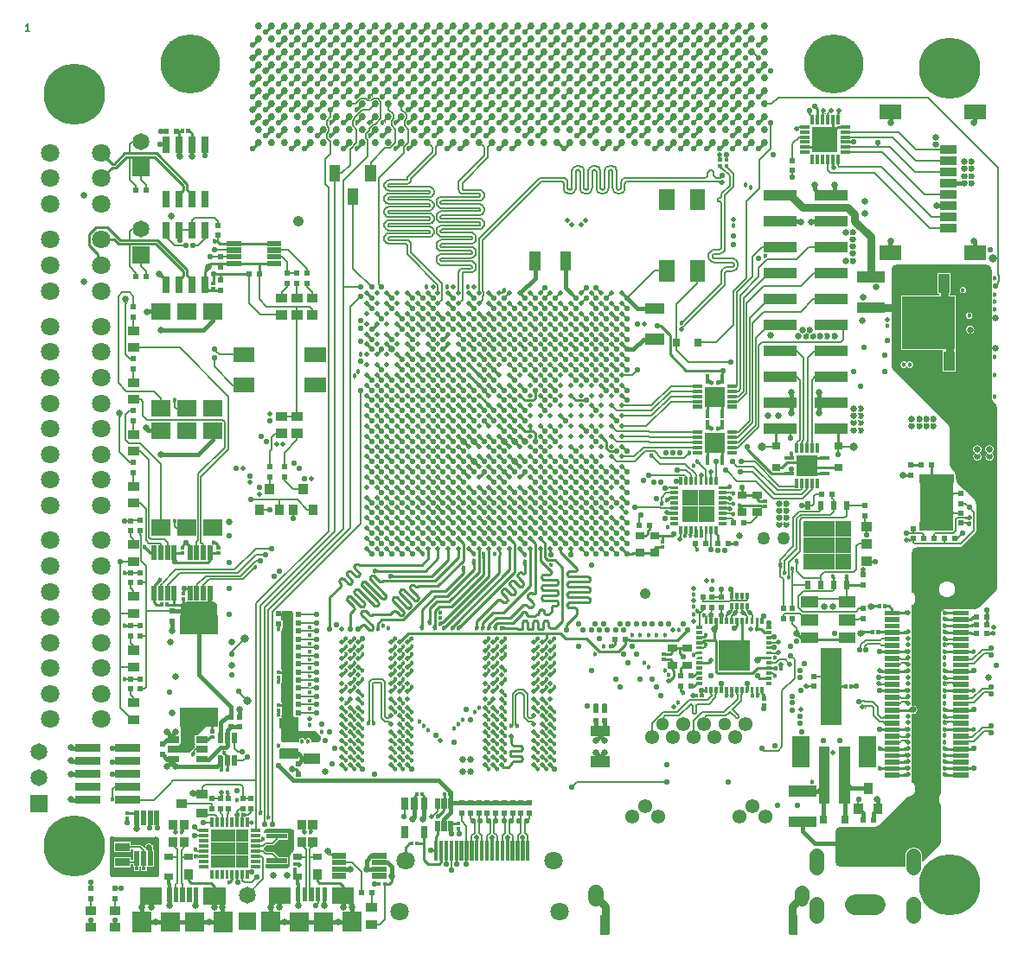
<source format=gbr>
*
%FSLAX26Y26*%
%MOIN*%
%ADD10C,0.007000*%
%ADD11C,0.020217*%
%ADD12R,0.012343X0.012343*%
%ADD13R,0.045020X0.045020*%
%ADD14R,0.041870X0.041870*%
%ADD15R,0.013524X0.013524*%
%ADD16R,0.022185X0.022185*%
%ADD17R,0.040370X0.040370*%
%ADD18R,0.012024X0.012024*%
%ADD19R,0.025500X0.025500*%
%ADD20R,0.033996X0.033996*%
%ADD21R,0.018500X0.018500*%
%ADD22R,0.021000X0.021000*%
%ADD23R,0.014311X0.014311*%
%ADD24R,0.018248X0.018248*%
%ADD25R,0.065492X0.065492*%
%ADD26R,0.073366X0.073366*%
%ADD27R,0.077303X0.077303*%
%ADD28R,0.059587X0.059587*%
%ADD29R,0.037900X0.037900*%
%ADD30R,0.020685X0.020685*%
%ADD31R,0.057618X0.057618*%
%ADD32C,0.032500*%
%ADD33R,0.033500X0.033500*%
%ADD34R,0.026122X0.026122*%
%ADD35R,0.020217X0.020217*%
%ADD36R,0.018717X0.018717*%
%ADD37R,0.013130X0.013130*%
%ADD38R,0.032028X0.032028*%
%ADD39R,0.023760X0.023760*%
%ADD40R,0.062343X0.062343*%
%ADD41R,0.028091X0.028091*%
%ADD42R,0.016748X0.016748*%
%ADD43C,0.027500*%
%ADD44R,0.031634X0.031634*%
%ADD45C,0.041870*%
%ADD46C,0.011410*%
%ADD47C,0.005600*%
%ADD48C,0.031400*%
%ADD49C,0.016400*%
%ADD50C,0.006220*%
%ADD51C,0.013400*%
%ADD52C,0.007920*%
%ADD53C,0.007420*%
%ADD54C,0.005000*%
%ADD55C,0.008400*%
%ADD56C,0.007200*%
%ADD57R,0.063992X0.063992*%
%ADD58R,0.065000X0.065000*%
%ADD59C,0.065000*%
%ADD60R,0.030709X0.030709*%
%ADD61R,0.051689X0.051689*%
%ADD62R,0.049213X0.049213*%
%ADD63R,0.059055X0.059055*%
%ADD64R,0.031696X0.031696*%
%ADD65C,0.228346*%
%ADD66C,0.070866*%
%ADD67C,0.118110*%
%ADD68C,0.055118*%
%ADD69C,0.078740*%
%ADD70C,0.236220*%
%ADD71C,0.025000*%
%ADD72C,0.018000*%
%ADD73C,0.050000*%
%ADD74C,0.016000*%
%ADD75C,0.017875*%
%ADD76C,0.050375*%
%ADD77C,0.055425*%
%ADD78R,0.031675X0.031675*%
%ADD79C,0.019875*%
%ADD80R,0.033675X0.033675*%
%ADD81C,0.021875*%
%ADD82C,0.025800*%
%ADD83R,0.035675X0.035675*%
%ADD84C,0.054375*%
%ADD85C,0.071125*%
%ADD86C,0.059400*%
%ADD87C,0.003300*%
%ADD88C,0.001275*%
%ADD89C,0.001325*%
%ADD90C,0.001750*%
%ADD91C,0.001850*%
%ADD92C,0.001400*%
%ADD93C,0.001350*%
%ADD94C,0.001000*%
%ADD95C,0.001950*%
%ADD96C,0.001150*%
%ADD97C,0.001050*%
%ADD98C,0.001100*%
%ADD99C,0.001125*%
%ADD100C,0.001075*%
%ADD101C,0.001250*%
%ADD102C,0.001025*%
%ADD103C,0.001200*%
%ADD104C,0.001450*%
%ADD105C,0.001475*%
%ADD106C,0.001500*%
%ADD107C,0.063244*%
%ADD108C,0.001300*%
%ADD109C,0.003100*%
%ADD110C,0.005700*%
%ADD111C,0.002800*%
%ADD112C,0.004000*%
%ADD113C,0.003600*%
%ADD114C,0.003700*%
%ADD115C,0.002500*%
%ADD116R,0.005000X0.005000*%
%ADD117C,0.001800*%
%IPPOS*%
%LNciaa_acc-top_l1.sig.gbr*%
%LPD*%
G75*
G54D10*
X01210072Y-01237981D02*
X01192929D01*
X01201501D02*
Y-01207981D01*
X01198644Y-01212267D01*
X01195786Y-01215124D01*
X01192929Y-01216552D01*
G54D11*
X02507874Y-03232283D03*
Y-03192913D03*
Y-03153543D03*
Y-03114173D03*
Y-03074803D03*
Y-03035433D03*
Y-02996063D03*
Y-02956693D03*
Y-02917323D03*
Y-02877953D03*
Y-02838583D03*
Y-02799213D03*
Y-02759843D03*
Y-02720472D03*
Y-02681102D03*
Y-02641732D03*
Y-02602362D03*
Y-02562992D03*
Y-02523622D03*
Y-02484252D03*
Y-02444882D03*
Y-02405512D03*
Y-02366142D03*
Y-02326772D03*
Y-02287402D03*
Y-02248031D03*
X02547244Y-03232283D03*
Y-03192913D03*
Y-03153543D03*
Y-03114173D03*
Y-03074803D03*
Y-03035433D03*
Y-02996063D03*
Y-02956693D03*
Y-02917323D03*
Y-02877953D03*
Y-02838583D03*
Y-02799213D03*
Y-02759843D03*
Y-02720472D03*
Y-02681102D03*
Y-02641732D03*
Y-02602362D03*
Y-02562992D03*
Y-02523622D03*
Y-02484252D03*
Y-02444882D03*
Y-02405512D03*
Y-02366142D03*
Y-02326772D03*
Y-02287402D03*
Y-02248031D03*
X02586614Y-03232283D03*
Y-03192913D03*
Y-03153543D03*
Y-03114173D03*
Y-03074803D03*
Y-03035433D03*
Y-02996063D03*
Y-02956693D03*
Y-02917323D03*
Y-02877953D03*
Y-02838583D03*
Y-02799213D03*
Y-02759843D03*
Y-02720472D03*
Y-02681102D03*
Y-02641732D03*
Y-02602362D03*
Y-02562992D03*
Y-02523622D03*
Y-02484252D03*
Y-02444882D03*
Y-02405512D03*
Y-02366142D03*
Y-02326772D03*
Y-02287402D03*
Y-02248031D03*
X02625984Y-03232283D03*
Y-03192913D03*
Y-03153543D03*
Y-03114173D03*
Y-03074803D03*
Y-03035433D03*
Y-02996063D03*
Y-02956693D03*
Y-02917323D03*
Y-02877953D03*
Y-02838583D03*
Y-02799213D03*
Y-02759843D03*
Y-02720472D03*
Y-02681102D03*
Y-02641732D03*
Y-02602362D03*
Y-02562992D03*
Y-02523622D03*
Y-02484252D03*
Y-02444882D03*
Y-02405512D03*
Y-02366142D03*
Y-02326772D03*
Y-02287402D03*
Y-02248031D03*
X02665354Y-03232283D03*
Y-03192913D03*
Y-03153543D03*
Y-03114173D03*
Y-03074803D03*
Y-03035433D03*
Y-02996063D03*
Y-02956693D03*
Y-02917323D03*
Y-02877953D03*
Y-02838583D03*
Y-02799213D03*
Y-02759843D03*
Y-02720472D03*
Y-02681102D03*
Y-02641732D03*
Y-02602362D03*
Y-02562992D03*
Y-02523622D03*
Y-02484252D03*
Y-02444882D03*
Y-02405512D03*
Y-02366142D03*
Y-02326772D03*
Y-02287402D03*
Y-02248031D03*
X02704724Y-03232283D03*
Y-03192913D03*
Y-03153543D03*
Y-03114173D03*
Y-03074803D03*
Y-03035433D03*
Y-02996063D03*
Y-02956693D03*
Y-02917323D03*
Y-02877953D03*
Y-02838583D03*
Y-02799213D03*
Y-02759843D03*
Y-02720472D03*
Y-02681102D03*
Y-02641732D03*
Y-02602362D03*
Y-02562992D03*
Y-02523622D03*
Y-02484252D03*
Y-02444882D03*
Y-02405512D03*
Y-02366142D03*
Y-02326772D03*
Y-02287402D03*
Y-02248031D03*
X02744094Y-03232283D03*
Y-03192913D03*
Y-03153543D03*
Y-03114173D03*
Y-03074803D03*
Y-03035433D03*
Y-02996063D03*
Y-02956693D03*
Y-02917323D03*
Y-02877953D03*
Y-02838583D03*
Y-02799213D03*
Y-02759843D03*
Y-02720472D03*
Y-02681102D03*
Y-02641732D03*
Y-02602362D03*
Y-02562992D03*
Y-02523622D03*
Y-02484252D03*
Y-02444882D03*
Y-02405512D03*
Y-02366142D03*
Y-02326772D03*
Y-02287402D03*
Y-02248031D03*
X02783465Y-03232283D03*
Y-03192913D03*
Y-03153543D03*
Y-03114173D03*
Y-03074803D03*
Y-03035433D03*
Y-02996063D03*
Y-02956693D03*
Y-02917323D03*
Y-02877953D03*
Y-02838583D03*
Y-02799213D03*
Y-02759843D03*
Y-02720472D03*
Y-02681102D03*
Y-02641732D03*
Y-02602362D03*
Y-02562992D03*
Y-02523622D03*
Y-02484252D03*
Y-02444882D03*
Y-02405512D03*
Y-02366142D03*
Y-02326772D03*
Y-02287402D03*
Y-02248031D03*
X02822835Y-03232283D03*
Y-03192913D03*
Y-03153543D03*
Y-03114173D03*
Y-03074803D03*
Y-03035433D03*
Y-02996063D03*
Y-02956693D03*
Y-02917323D03*
Y-02877953D03*
Y-02838583D03*
Y-02799213D03*
Y-02759843D03*
Y-02720472D03*
Y-02681102D03*
Y-02641732D03*
Y-02602362D03*
Y-02562992D03*
Y-02523622D03*
Y-02484252D03*
Y-02444882D03*
Y-02405512D03*
Y-02366142D03*
Y-02326772D03*
Y-02287402D03*
Y-02248031D03*
X02862205Y-03232283D03*
Y-03192913D03*
Y-03153543D03*
Y-03114173D03*
Y-03074803D03*
Y-03035433D03*
Y-02996063D03*
Y-02956693D03*
Y-02917323D03*
Y-02877953D03*
Y-02838583D03*
Y-02799213D03*
Y-02759843D03*
Y-02720472D03*
Y-02681102D03*
Y-02641732D03*
Y-02602362D03*
Y-02562992D03*
Y-02523622D03*
Y-02484252D03*
Y-02444882D03*
Y-02405512D03*
Y-02366142D03*
Y-02326772D03*
Y-02287402D03*
Y-02248031D03*
X02901575Y-03232283D03*
Y-03192913D03*
Y-03153543D03*
Y-03114173D03*
Y-03074803D03*
Y-03035433D03*
Y-02996063D03*
Y-02956693D03*
Y-02917323D03*
Y-02877953D03*
Y-02838583D03*
Y-02799213D03*
Y-02759843D03*
Y-02720472D03*
Y-02681102D03*
Y-02641732D03*
Y-02602362D03*
Y-02562992D03*
Y-02523622D03*
Y-02484252D03*
Y-02444882D03*
Y-02405512D03*
Y-02366142D03*
Y-02326772D03*
Y-02287402D03*
Y-02248031D03*
X02940945Y-03232283D03*
Y-03192913D03*
Y-03153543D03*
Y-03114173D03*
Y-03074803D03*
Y-03035433D03*
Y-02996063D03*
Y-02956693D03*
Y-02917323D03*
Y-02877953D03*
Y-02838583D03*
Y-02799213D03*
Y-02759843D03*
Y-02720472D03*
Y-02681102D03*
Y-02641732D03*
Y-02602362D03*
Y-02562992D03*
Y-02523622D03*
Y-02484252D03*
Y-02444882D03*
Y-02405512D03*
Y-02366142D03*
Y-02326772D03*
Y-02287402D03*
Y-02248031D03*
X02980315Y-03232283D03*
Y-03192913D03*
Y-03153543D03*
Y-03114173D03*
Y-03074803D03*
Y-03035433D03*
Y-02996063D03*
Y-02956693D03*
Y-02917323D03*
Y-02877953D03*
Y-02838583D03*
Y-02799213D03*
Y-02759843D03*
Y-02720472D03*
Y-02681102D03*
Y-02641732D03*
Y-02602362D03*
Y-02562992D03*
Y-02523622D03*
Y-02484252D03*
Y-02444882D03*
Y-02405512D03*
Y-02366142D03*
Y-02326772D03*
Y-02287402D03*
Y-02248031D03*
X03019685Y-03232283D03*
Y-03192913D03*
Y-03153543D03*
Y-03114173D03*
Y-03074803D03*
Y-03035433D03*
Y-02996063D03*
Y-02956693D03*
Y-02917323D03*
Y-02877953D03*
Y-02838583D03*
Y-02799213D03*
Y-02759843D03*
Y-02720472D03*
Y-02681102D03*
Y-02641732D03*
Y-02602362D03*
Y-02562992D03*
Y-02523622D03*
Y-02484252D03*
Y-02444882D03*
Y-02405512D03*
Y-02366142D03*
Y-02326772D03*
Y-02287402D03*
Y-02248031D03*
X03059055Y-03232283D03*
Y-03192913D03*
Y-03153543D03*
Y-03114173D03*
Y-03074803D03*
Y-03035433D03*
Y-02996063D03*
Y-02956693D03*
Y-02917323D03*
Y-02877953D03*
Y-02838583D03*
Y-02799213D03*
Y-02759843D03*
Y-02720472D03*
Y-02681102D03*
Y-02641732D03*
Y-02602362D03*
Y-02562992D03*
Y-02523622D03*
Y-02484252D03*
Y-02444882D03*
Y-02405512D03*
Y-02366142D03*
Y-02326772D03*
Y-02287402D03*
Y-02248031D03*
X03098425Y-03232283D03*
Y-03192913D03*
Y-03153543D03*
Y-03114173D03*
Y-03074803D03*
Y-03035433D03*
Y-02996063D03*
Y-02956693D03*
Y-02917323D03*
Y-02877953D03*
Y-02838583D03*
Y-02799213D03*
Y-02759843D03*
Y-02720472D03*
Y-02681102D03*
Y-02641732D03*
Y-02602362D03*
Y-02562992D03*
Y-02523622D03*
Y-02484252D03*
Y-02444882D03*
Y-02405512D03*
Y-02366142D03*
Y-02326772D03*
Y-02287402D03*
Y-02248031D03*
X03137795Y-03232283D03*
Y-03192913D03*
Y-03153543D03*
Y-03114173D03*
Y-03074803D03*
Y-03035433D03*
Y-02996063D03*
Y-02956693D03*
Y-02917323D03*
Y-02877953D03*
Y-02838583D03*
Y-02799213D03*
Y-02759843D03*
Y-02720472D03*
Y-02681102D03*
Y-02641732D03*
Y-02602362D03*
Y-02562992D03*
Y-02523622D03*
Y-02484252D03*
Y-02444882D03*
Y-02405512D03*
Y-02366142D03*
Y-02326772D03*
Y-02287402D03*
Y-02248031D03*
X03177165Y-03232283D03*
Y-03192913D03*
Y-03153543D03*
Y-03114173D03*
Y-03074803D03*
Y-03035433D03*
Y-02996063D03*
Y-02956693D03*
Y-02917323D03*
Y-02877953D03*
Y-02838583D03*
Y-02799213D03*
Y-02759843D03*
Y-02720472D03*
Y-02681102D03*
Y-02641732D03*
Y-02602362D03*
Y-02562992D03*
Y-02523622D03*
Y-02484252D03*
Y-02444882D03*
Y-02405512D03*
Y-02366142D03*
Y-02326772D03*
Y-02287402D03*
Y-02248031D03*
X03216535Y-03232283D03*
Y-03192913D03*
Y-03153543D03*
Y-03114173D03*
Y-03074803D03*
Y-03035433D03*
Y-02996063D03*
Y-02956693D03*
Y-02917323D03*
Y-02877953D03*
Y-02838583D03*
Y-02799213D03*
Y-02759843D03*
Y-02720472D03*
Y-02681102D03*
Y-02641732D03*
Y-02602362D03*
Y-02562992D03*
Y-02523622D03*
Y-02484252D03*
Y-02444882D03*
Y-02405512D03*
Y-02366142D03*
Y-02326772D03*
Y-02287402D03*
Y-02248031D03*
X03255906Y-03232283D03*
Y-03192913D03*
Y-03153543D03*
Y-03114173D03*
Y-03074803D03*
Y-03035433D03*
Y-02996063D03*
Y-02956693D03*
Y-02917323D03*
Y-02877953D03*
Y-02838583D03*
Y-02799213D03*
Y-02759843D03*
Y-02720472D03*
Y-02681102D03*
Y-02641732D03*
Y-02602362D03*
Y-02562992D03*
Y-02523622D03*
Y-02484252D03*
Y-02444882D03*
Y-02405512D03*
Y-02366142D03*
Y-02326772D03*
Y-02287402D03*
Y-02248031D03*
X03295276Y-03232283D03*
Y-03192913D03*
Y-03153543D03*
Y-03114173D03*
Y-03074803D03*
Y-03035433D03*
Y-02996063D03*
Y-02956693D03*
Y-02917323D03*
Y-02877953D03*
Y-02838583D03*
Y-02799213D03*
Y-02759843D03*
Y-02720472D03*
Y-02681102D03*
Y-02641732D03*
Y-02602362D03*
Y-02562992D03*
Y-02523622D03*
Y-02484252D03*
Y-02444882D03*
Y-02405512D03*
Y-02366142D03*
Y-02326772D03*
Y-02287402D03*
Y-02248031D03*
X03334646Y-03232283D03*
Y-03192913D03*
Y-03153543D03*
Y-03114173D03*
Y-03074803D03*
Y-03035433D03*
Y-02996063D03*
Y-02956693D03*
Y-02917323D03*
Y-02877953D03*
Y-02838583D03*
Y-02799213D03*
Y-02759843D03*
Y-02720472D03*
Y-02681102D03*
Y-02641732D03*
Y-02602362D03*
Y-02562992D03*
Y-02523622D03*
Y-02484252D03*
Y-02444882D03*
Y-02405512D03*
Y-02366142D03*
Y-02326772D03*
Y-02287402D03*
Y-02248031D03*
X03374016Y-03232283D03*
Y-03192913D03*
Y-03153543D03*
Y-03114173D03*
Y-03074803D03*
Y-03035433D03*
Y-02996063D03*
Y-02956693D03*
Y-02917323D03*
Y-02877953D03*
Y-02838583D03*
Y-02799213D03*
Y-02759843D03*
Y-02720472D03*
Y-02681102D03*
Y-02641732D03*
Y-02602362D03*
Y-02562992D03*
Y-02523622D03*
Y-02484252D03*
Y-02444882D03*
Y-02405512D03*
Y-02366142D03*
Y-02326772D03*
Y-02287402D03*
Y-02248031D03*
X03413386Y-03232283D03*
Y-03192913D03*
Y-03153543D03*
Y-03114173D03*
Y-03074803D03*
Y-03035433D03*
Y-02996063D03*
Y-02956693D03*
Y-02917323D03*
Y-02877953D03*
Y-02838583D03*
Y-02799213D03*
Y-02759843D03*
Y-02720472D03*
Y-02681102D03*
Y-02641732D03*
Y-02602362D03*
Y-02562992D03*
Y-02523622D03*
Y-02484252D03*
Y-02444882D03*
Y-02405512D03*
Y-02366142D03*
Y-02326772D03*
Y-02287402D03*
Y-02248031D03*
X03452756Y-03232283D03*
Y-03192913D03*
Y-03153543D03*
Y-03114173D03*
Y-03074803D03*
Y-03035433D03*
Y-02996063D03*
Y-02956693D03*
Y-02917323D03*
Y-02877953D03*
Y-02838583D03*
Y-02799213D03*
Y-02759843D03*
Y-02720472D03*
Y-02681102D03*
Y-02641732D03*
Y-02602362D03*
Y-02562992D03*
Y-02523622D03*
Y-02484252D03*
Y-02444882D03*
Y-02405512D03*
Y-02366142D03*
Y-02326772D03*
Y-02287402D03*
Y-02248031D03*
X03492126Y-03232283D03*
Y-03192913D03*
Y-03153543D03*
Y-03114173D03*
Y-03074803D03*
Y-03035433D03*
Y-02996063D03*
Y-02956693D03*
Y-02917323D03*
Y-02877953D03*
Y-02838583D03*
Y-02799213D03*
Y-02759843D03*
Y-02720472D03*
Y-02681102D03*
Y-02641732D03*
Y-02602362D03*
Y-02562992D03*
Y-02523622D03*
Y-02484252D03*
Y-02444882D03*
Y-02405512D03*
Y-02366142D03*
Y-02326772D03*
Y-02287402D03*
Y-02248031D03*
X02413386Y-03594488D03*
X02444882D03*
X02476378D03*
X02602362D03*
X02633858D03*
X02665354D03*
X02413386Y-03625984D03*
X02444882D03*
X02476378D03*
X02602362D03*
X02633858D03*
X02665354D03*
X02413386Y-03657480D03*
X02444882D03*
X02476378D03*
X02602362D03*
X02633858D03*
X02665354D03*
X02413386Y-03688976D03*
X02444882D03*
X02476378D03*
X02602362D03*
X02633858D03*
X02665354D03*
X02413386Y-03720472D03*
X02444882D03*
X02476378D03*
X02602362D03*
X02633858D03*
X02665354D03*
X02413386Y-03751969D03*
X02444882D03*
X02476378D03*
X02602362D03*
X02633858D03*
X02665354D03*
X02413386Y-03783465D03*
X02444882D03*
X02476378D03*
X02602362D03*
X02633858D03*
X02665354D03*
X02413386Y-03814961D03*
X02444882D03*
X02476378D03*
X02602362D03*
X02633858D03*
X02665354D03*
X02413386Y-03846457D03*
X02444882D03*
X02476378D03*
X02602362D03*
X02633858D03*
X02665354D03*
X02413386Y-03877953D03*
X02444882D03*
X02476378D03*
X02602362D03*
X02633858D03*
X02665354D03*
X02413386Y-03909449D03*
X02444882D03*
X02476378D03*
X02602362D03*
X02633858D03*
X02665354D03*
X02413386Y-03940945D03*
X02444882D03*
X02476378D03*
X02602362D03*
X02633858D03*
X02665354D03*
X02413386Y-03972441D03*
X02444882D03*
X02476378D03*
X02602362D03*
X02633858D03*
X02665354D03*
X02413386Y-04003937D03*
X02444882D03*
X02476378D03*
X02602362D03*
X02633858D03*
X02665354D03*
X02413386Y-04035433D03*
X02444882D03*
X02476378D03*
X02602362D03*
X02633858D03*
X02665354D03*
X02413386Y-04066929D03*
X02444882D03*
X02476378D03*
X02602362D03*
X02633858D03*
X02665354D03*
X02964567Y-03594488D03*
X02996063D03*
X03027559D03*
X03153543D03*
X03185039D03*
X03216535D03*
X02964567Y-03625984D03*
X02996063D03*
X03027559D03*
X03153543D03*
X03185039D03*
X03216535D03*
X02964567Y-03657480D03*
X02996063D03*
X03027559D03*
X03153543D03*
X03185039D03*
X03216535D03*
X02964567Y-03688976D03*
X02996063D03*
X03027559D03*
X03153543D03*
X03185039D03*
X03216535D03*
X02964567Y-03720472D03*
X02996063D03*
X03027559D03*
X03153543D03*
X03185039D03*
X03216535D03*
X02964567Y-03751969D03*
X02996063D03*
X03027559D03*
X03153543D03*
X03185039D03*
X03216535D03*
X02964567Y-03783465D03*
X02996063D03*
X03027559D03*
X03153543D03*
X03185039D03*
X03216535D03*
X02964567Y-03814961D03*
X02996063D03*
X03027559D03*
X03153543D03*
X03185039D03*
X03216535D03*
X02964567Y-03846457D03*
X02996063D03*
X03027559D03*
X03153543D03*
X03185039D03*
X03216535D03*
X02964567Y-03877953D03*
X02996063D03*
X03027559D03*
X03153543D03*
X03185039D03*
X03216535D03*
X02964567Y-03909449D03*
X02996063D03*
X03027559D03*
X03153543D03*
X03185039D03*
X03216535D03*
X02964567Y-03940945D03*
X02996063D03*
X03027559D03*
X03153543D03*
X03185039D03*
X03216535D03*
X02964567Y-03972441D03*
X02996063D03*
X03027559D03*
X03153543D03*
X03185039D03*
X03216535D03*
X02964567Y-04003937D03*
X02996063D03*
X03027559D03*
X03153543D03*
X03185039D03*
X03216535D03*
X02964567Y-04035433D03*
X02996063D03*
X03027559D03*
X03153543D03*
X03185039D03*
X03216535D03*
X02964567Y-04066929D03*
X02996063D03*
X03027559D03*
X03153543D03*
X03185039D03*
X03216535D03*
G54D12*
X03856299Y-02981299D02*
Y-02963583D01*
X03836614Y-02981299D02*
Y-02963583D01*
X03816929Y-02981299D02*
Y-02963583D01*
X03797244Y-02981299D02*
Y-02963583D01*
X03777559Y-02981299D02*
Y-02963583D01*
X03757874Y-02981299D02*
Y-02963583D01*
X03738189Y-02981299D02*
Y-02963583D01*
X03718504Y-02981299D02*
Y-02963583D01*
X03684055Y-02998031D02*
X03701772D01*
X03684055Y-03017717D02*
X03701772D01*
X03684055Y-03037402D02*
X03701772D01*
X03684055Y-03057087D02*
X03701772D01*
X03684055Y-03076772D02*
X03701772D01*
X03684055Y-03096457D02*
X03701772D01*
X03684055Y-03116142D02*
X03701772D01*
X03684055Y-03135827D02*
X03701772D01*
X03718504Y-03170276D02*
Y-03152559D01*
X03738189Y-03170276D02*
Y-03152559D01*
X03757874Y-03170276D02*
Y-03152559D01*
X03777559Y-03170276D02*
Y-03152559D01*
X03797244Y-03170276D02*
Y-03152559D01*
X03816929Y-03170276D02*
Y-03152559D01*
X03836614Y-03170276D02*
Y-03152559D01*
X03856299Y-03170276D02*
Y-03152559D01*
X03873031Y-03135827D02*
X03890748D01*
X03873031Y-03116142D02*
X03890748D01*
X03873031Y-03096457D02*
X03890748D01*
X03873031Y-03076772D02*
X03890748D01*
X03873031Y-03057087D02*
X03890748D01*
X03873031Y-03037402D02*
X03890748D01*
X03873031Y-03017717D02*
X03890748D01*
X03873031Y-02998031D02*
X03890748D01*
G54D13*
X03431417Y-04709291D02*
Y-04670709D01*
X04145984Y-04709291D02*
Y-04670709D01*
G54D14*
X03393701Y-04055118D02*
X03425197D01*
X03393701Y-03937008D02*
X03425197D01*
X02192913Y-04023622D02*
X02224409D01*
X02192913Y-03905512D02*
X02224409D01*
G54D15*
X02168898Y-03730906D02*
X02169685D01*
X02168898Y-03710039D02*
X02169685D01*
X02168898Y-03836024D02*
X02169685D01*
X02168898Y-03856890D02*
X02169685D01*
G54D16*
X04800000Y-03020315D03*
Y-03059685D03*
X04605000Y-02949685D03*
Y-02910315D03*
G54D17*
X04635945Y-02525748D02*
Y-02494252D01*
G54D14*
X04754055Y-02525748D02*
Y-02494252D01*
G54D15*
X01912992Y-03959252D02*
X01913780D01*
X01912992Y-03938386D02*
X01913780D01*
X01950197Y-04087008D02*
Y-04086220D01*
X01971063Y-04087008D02*
Y-04086220D01*
X04355709Y-03765394D02*
Y-03764606D01*
X04376575Y-03765394D02*
Y-03764606D01*
G54D18*
X01621654Y-04486811D02*
X01622441D01*
G54D15*
X01621654Y-04465945D02*
X01622441D01*
G54D18*
X01649213Y-04486811D02*
X01650000D01*
G54D15*
X01649213Y-04465945D02*
X01650000D01*
G54D18*
X02829331Y-04181496D02*
Y-04180709D01*
G54D15*
X02808465Y-04181496D02*
Y-04180709D01*
X02861811Y-04292717D02*
X02862598D01*
X02861811Y-04313583D02*
X02862598D01*
G54D16*
X01944882Y-02196850D03*
Y-02236220D03*
X01736220Y-01622047D03*
X01775591D03*
X02094488Y-02173228D03*
X02055118D03*
G54D15*
X01802756Y-03427756D02*
X01803543D01*
X01802756Y-03406890D02*
X01803543D01*
X01936614Y-03250591D02*
X01937402D01*
X01936614Y-03229724D02*
X01937402D01*
X01738780Y-03449213D02*
Y-03448425D01*
X01717913Y-03449213D02*
Y-03448425D01*
X01798819Y-03250591D02*
X01799606D01*
X01798819Y-03229724D02*
X01799606D01*
X03649213Y-03206102D02*
X03650000D01*
X03649213Y-03226969D02*
X03650000D01*
G54D16*
X04421260Y-03334646D03*
Y-03374016D03*
G54D14*
X03157480Y-02137795D02*
Y-02106299D01*
X03275591Y-02137795D02*
Y-02106299D01*
X03602362Y-02307087D02*
X03633858D01*
X03602362Y-02425197D02*
X03633858D01*
G54D15*
X04042913Y-03069488D02*
X04043701D01*
X04042913Y-03048622D02*
X04043701D01*
X04084567Y-03695394D02*
Y-03694606D01*
X04105433Y-03695394D02*
Y-03694606D01*
X03800433Y-03800394D02*
Y-03799606D01*
X03779567Y-03800394D02*
Y-03799606D01*
X04039606Y-03814567D02*
X04040394D01*
X04039606Y-03835433D02*
X04040394D01*
X03653150Y-03639173D02*
X03653937D01*
X03653150Y-03660039D02*
X03653937D01*
X03869606Y-01734567D02*
X03870394D01*
X03869606Y-01755433D02*
X03870394D01*
X03894606Y-01734567D02*
X03895394D01*
X03894606Y-01755433D02*
X03895394D01*
G54D19*
X04352559Y-04281528D02*
Y-04277528D01*
X04269488Y-04281528D02*
Y-04277528D01*
X04084614Y-02919488D02*
X04088614D01*
X04084614Y-02836417D02*
X04088614D01*
X04324772Y-02919488D02*
X04328772D01*
X04324772Y-02836417D02*
X04328772D01*
X03702559Y-02439008D02*
Y-02435008D01*
X03785630Y-02439008D02*
Y-02435008D01*
G54D20*
X02236220Y-02331693D02*
X02244094D01*
X02236220Y-02266732D02*
X02244094D01*
X02177165D02*
X02185039D01*
X02177165Y-02331693D02*
X02185039D01*
X02295276D02*
X02303150D01*
X02295276Y-02266732D02*
X02303150D01*
X01440945Y-04628937D02*
X01448819D01*
X01440945Y-04693898D02*
X01448819D01*
X01535433Y-04628937D02*
X01543307D01*
X01535433Y-04693898D02*
X01543307D01*
X01606063Y-03282480D02*
X01613937D01*
X01606063Y-03217520D02*
X01613937D01*
X01606063Y-03482480D02*
X01613937D01*
X01606063Y-03417520D02*
X01613937D01*
X01606063Y-03690000D02*
X01613937D01*
X01606063Y-03625039D02*
X01613937D01*
X01606063Y-03892480D02*
X01613937D01*
X01606063Y-03827520D02*
X01613937D01*
X02523622Y-04682087D02*
X02531496D01*
X02523622Y-04617126D02*
X02531496D01*
X02177165Y-02723425D02*
X02185039D01*
X02177165Y-02788386D02*
X02185039D01*
X02236220Y-02723425D02*
X02244094D01*
X02236220Y-02788386D02*
X02244094D01*
G54D21*
X04514142Y-04106024D02*
X04553142D01*
X04514142Y-04081024D02*
X04553142D01*
X04514142Y-04056024D02*
X04553142D01*
X04514142Y-04031024D02*
X04553142D01*
X04514142Y-04006024D02*
X04553142D01*
X04514142Y-03981024D02*
X04553142D01*
X04514142Y-03956024D02*
X04553142D01*
X04514142Y-03931024D02*
X04553142D01*
X04514142Y-03906024D02*
X04553142D01*
X04514142Y-03881024D02*
X04553142D01*
X04514142Y-03856024D02*
X04553142D01*
X04514142Y-03831024D02*
X04553142D01*
X04514142Y-03806024D02*
X04553142D01*
X04514142Y-03781024D02*
X04553142D01*
X04514142Y-03756024D02*
X04553142D01*
X04514142Y-03731024D02*
X04553142D01*
X04514142Y-03706024D02*
X04553142D01*
X04514142Y-03681024D02*
X04553142D01*
X04514142Y-03656024D02*
X04553142D01*
X04514142Y-03631024D02*
X04553142D01*
X04514142Y-03606024D02*
X04553142D01*
X04514142Y-03581024D02*
X04553142D01*
X04514142Y-03556024D02*
X04553142D01*
X04514142Y-03531024D02*
X04553142D01*
X04514142Y-03506024D02*
X04553142D01*
X04514142Y-03481024D02*
X04553142D01*
X04779142Y-04081024D02*
X04818142D01*
X04779142Y-04006024D02*
X04818142D01*
X04779142Y-04056024D02*
X04818142D01*
X04779142Y-04106024D02*
X04818142D01*
X04779142Y-04031024D02*
X04818142D01*
X04779142Y-03556024D02*
X04818142D01*
X04779142Y-03581024D02*
X04818142D01*
X04779142Y-03506024D02*
X04818142D01*
X04779142Y-03481024D02*
X04818142D01*
X04779142Y-03531024D02*
X04818142D01*
X04779142Y-03881024D02*
X04818142D01*
X04779142Y-03856024D02*
X04818142D01*
X04779142Y-03956024D02*
X04818142D01*
X04779142Y-03931024D02*
X04818142D01*
X04779142Y-03981024D02*
X04818142D01*
X04779142Y-03906024D02*
X04818142D01*
X04779142Y-03781024D02*
X04818142D01*
X04779142Y-03831024D02*
X04818142D01*
X04779142Y-03731024D02*
X04818142D01*
X04779142Y-03756024D02*
X04818142D01*
X04779142Y-03806024D02*
X04818142D01*
X04779142Y-03706024D02*
X04818142D01*
X04779142Y-03631024D02*
X04818142D01*
X04779142Y-03681024D02*
X04818142D01*
X04779142Y-03656024D02*
X04818142D01*
X04779142Y-03606024D02*
X04818142D01*
G54D22*
X04666142Y-04123524D02*
Y-03463524D01*
G54D23*
X02775591Y-04429134D02*
Y-04366142D01*
X03129921Y-04429134D02*
Y-04366142D01*
X02795276Y-04429134D02*
Y-04366142D01*
X02814961Y-04429134D02*
Y-04366142D01*
X02834646Y-04429134D02*
Y-04366142D01*
X02854331Y-04429134D02*
Y-04366142D01*
X02874016Y-04429134D02*
Y-04366142D01*
X02893701Y-04429134D02*
Y-04366142D01*
X02913386Y-04429134D02*
Y-04366142D01*
X02933071Y-04429134D02*
Y-04366142D01*
X02952756Y-04429134D02*
Y-04366142D01*
X02972441Y-04429134D02*
Y-04366142D01*
X02992126Y-04429134D02*
Y-04366142D01*
X03011811Y-04429134D02*
Y-04366142D01*
X03031496Y-04429134D02*
Y-04366142D01*
X03051181Y-04429134D02*
Y-04366142D01*
X03070866Y-04429134D02*
Y-04366142D01*
X03090551Y-04429134D02*
Y-04366142D01*
X03110236Y-04429134D02*
Y-04366142D01*
G54D24*
X01799213Y-04586614D02*
Y-04549213D01*
X01773622Y-04586614D02*
Y-04549213D01*
X01824803Y-04586614D02*
Y-04549213D01*
X01748031Y-04586614D02*
Y-04549213D01*
X01850394Y-04586614D02*
Y-04549213D01*
G54D25*
X01667323Y-04572835D02*
X01687008D01*
X01911417D02*
X01931102D01*
G54D26*
X01641732Y-04675197D02*
Y-04671260D01*
X01956693Y-04675197D02*
Y-04671260D01*
G54D27*
X01751969Y-04673228D03*
X01846457D03*
G54D14*
X04350394Y-04194882D02*
Y-04017717D01*
X04271654Y-04194882D02*
Y-04017717D01*
G54D25*
X04183071Y-04045276D02*
Y-03990157D01*
X04438976Y-04045276D02*
Y-03990157D01*
G54D24*
X02295276Y-04585630D02*
Y-04548228D01*
X02269685Y-04585630D02*
Y-04548228D01*
X02320866Y-04585630D02*
Y-04548228D01*
X02244094Y-04585630D02*
Y-04548228D01*
X02346457Y-04585630D02*
Y-04548228D01*
G54D25*
X02163386Y-04571850D02*
X02183071D01*
X02407480D02*
X02427165D01*
G54D26*
X02137795Y-04674213D02*
Y-04670276D01*
X02452756Y-04674213D02*
Y-04670276D01*
G54D27*
X02248031Y-04672244D03*
X02342520D03*
G54D28*
X04842559Y-02091654D02*
X04864213D01*
X04842559Y-01548346D02*
X04864213D01*
X04515787Y-02091654D02*
X04537441D01*
X04515787Y-01548346D02*
X04537441D01*
G54D20*
X04737244Y-01997165D02*
X04764803D01*
X04737244Y-01953858D02*
X04764803D01*
X04737244Y-01910551D02*
X04764803D01*
X04737244Y-01867244D02*
X04764803D01*
X04737244Y-01823937D02*
X04764803D01*
X04737244Y-01780630D02*
X04764803D01*
X04737244Y-01737323D02*
X04764803D01*
X04737244Y-01694016D02*
X04764803D01*
G54D29*
X04433000Y-03215000D02*
X04437000D01*
X04433000Y-03148071D02*
X04437000D01*
X04433000Y-03281929D02*
X04437000D01*
G54D26*
X01826772Y-03881890D02*
X01897638D01*
X01826772Y-03527559D02*
X01897638D01*
G54D20*
X01870079Y-04253937D02*
X01877953D01*
X01791339Y-04216535D02*
X01799213D01*
X01870079Y-04179134D02*
X01877953D01*
X04403543Y-04240157D02*
Y-04232283D01*
X04440945Y-04161417D02*
Y-04153543D01*
X04478346Y-04240157D02*
Y-04232283D01*
X02096457Y-03086614D02*
Y-03078740D01*
X02133858Y-03007874D02*
Y-03000000D01*
X02171260Y-03086614D02*
Y-03078740D01*
X02226378Y-03086614D02*
Y-03078740D01*
X02263780Y-03007874D02*
Y-03000000D01*
X02301181Y-03086614D02*
Y-03078740D01*
G54D30*
X02204724Y-03708661D03*
G54D16*
X02244094D03*
G54D30*
X02204724Y-03614173D03*
G54D16*
X02244094D03*
G54D30*
X02204724Y-03645669D03*
G54D16*
X02244094D03*
G54D30*
X02204724Y-03551181D03*
G54D16*
X02244094D03*
G54D30*
X02204724Y-03488189D03*
G54D16*
X02244094D03*
G54D30*
X02204724Y-03582677D03*
G54D16*
X02244094D03*
G54D30*
X02204724Y-03740157D03*
G54D16*
X02244094D03*
G54D30*
X02204724Y-03519685D03*
G54D16*
X02244094D03*
G54D30*
X02204724Y-03771654D03*
G54D16*
X02244094D03*
G54D30*
X02204724Y-03677165D03*
G54D16*
X02244094D03*
G54D30*
X02204724Y-03803150D03*
G54D16*
X02244094D03*
G54D30*
X02204724Y-03834646D03*
G54D16*
X02244094D03*
G54D30*
X02204724Y-03866142D03*
G54D16*
X02244094D03*
X03503937Y-03582677D03*
X03464567D03*
X04615000Y-03155315D03*
Y-03194685D03*
X04774685Y-03195000D03*
X04735315D03*
X04800000Y-03134685D03*
Y-03095315D03*
X04655315Y-03195000D03*
X04694685D03*
X04645315Y-02910000D03*
X04684685D03*
X01984252Y-03881890D03*
Y-03921260D03*
X02019685Y-03881890D03*
Y-03921260D03*
X04897638Y-03559055D03*
X04858268D03*
X04232087Y-03765000D03*
Y-03725630D03*
X03133858Y-04212598D03*
Y-04251969D03*
X03102362Y-04212598D03*
Y-04251969D03*
X03070866Y-04212598D03*
Y-04251969D03*
X03039370Y-04212598D03*
Y-04251969D03*
X03003937Y-04212598D03*
Y-04251969D03*
X02972441Y-04212598D03*
Y-04251969D03*
X02940945Y-04212598D03*
Y-04251969D03*
X02909449Y-04212598D03*
Y-04251969D03*
X02874016D03*
Y-04212598D03*
X01913386Y-04236220D03*
Y-04196850D03*
X01976378D03*
Y-04236220D03*
X01944882Y-04196850D03*
Y-04236220D03*
Y-02106299D03*
Y-02145669D03*
X02240157Y-02208661D03*
Y-02169291D03*
X02200787Y-02208661D03*
Y-02169291D03*
X02279528Y-02208661D03*
Y-02169291D03*
X01444882Y-04582677D03*
Y-04543307D03*
X01539370Y-04582677D03*
Y-04543307D03*
X04421260Y-04279528D03*
X04460630D03*
X01600000Y-03164685D03*
Y-03125315D03*
Y-03364685D03*
Y-03325315D03*
Y-03569685D03*
Y-03530315D03*
Y-03774685D03*
Y-03735315D03*
X01635000Y-03125000D03*
Y-03164370D03*
Y-03325315D03*
Y-03364685D03*
Y-03530315D03*
Y-03569685D03*
Y-03735315D03*
Y-03774685D03*
X01610000Y-02340000D03*
Y-02300630D03*
Y-02539685D03*
Y-02500315D03*
Y-02739685D03*
Y-02700315D03*
Y-02939685D03*
Y-02900315D03*
X03598425Y-03141732D03*
X03559055D03*
X02062992Y-04236220D03*
Y-04196850D03*
X02031496Y-04236220D03*
Y-04196850D03*
X04897638Y-03496063D03*
X04858268D03*
X04897638Y-03527559D03*
X04858268D03*
X04149606Y-03464567D03*
Y-03503937D03*
X04303150Y-03023622D03*
X04263780D03*
X01935000Y-01985315D03*
Y-02024685D03*
X04114173Y-03503937D03*
Y-03464567D03*
X01659685Y-01850000D03*
X01620315D03*
Y-02185000D03*
X01659685D03*
X04421260Y-03464567D03*
Y-03503937D03*
X04429134Y-03106299D03*
Y-03066929D03*
X04150000Y-01735315D03*
Y-01774685D03*
X02488189Y-04559055D03*
X02527559D03*
X03814961Y-03212598D03*
X03775591D03*
X03862205D03*
X03901575D03*
X03921260Y-03133858D03*
X03960630D03*
X03805000Y-03420315D03*
Y-03459685D03*
X03840000Y-03420315D03*
Y-03459685D03*
X03875000Y-03420315D03*
Y-03459685D03*
X03759685Y-03725000D03*
X03720315D03*
Y-03765000D03*
X03759685D03*
X02133858Y-02956693D03*
Y-02917323D03*
X02192913D03*
Y-02956693D03*
G54D12*
X03974528Y-03459606D02*
Y-03449764D01*
X03954843Y-03459606D02*
Y-03449764D01*
X03935157Y-03459606D02*
Y-03449764D01*
X03915472Y-03459606D02*
Y-03449764D01*
X03974528Y-03420236D02*
Y-03410394D01*
X03954843Y-03420236D02*
Y-03410394D01*
X03935157Y-03420236D02*
Y-03410394D01*
X03915472Y-03420236D02*
Y-03410394D01*
G54D31*
X02023622Y-02484252D02*
X02047244D01*
X02023622Y-02602362D02*
X02047244D01*
X02299213Y-02484252D02*
X02322835D01*
X02299213Y-02602362D02*
X02322835D01*
X03665354Y-02173228D02*
Y-02149606D01*
X03783465Y-02173228D02*
Y-02149606D01*
X03665354Y-01897638D02*
Y-01874016D01*
X03783465Y-01897638D02*
Y-01874016D01*
G54D14*
X04157480Y-04169291D02*
X04220472D01*
X04157480Y-04287402D02*
X04220472D01*
X04421260Y-02303150D02*
X04484252D01*
X04421260Y-02185039D02*
X04484252D01*
G54D32*
X04921260Y-02114173D03*
X04385827Y-02838583D03*
X04031496D03*
X02039370Y-03578740D03*
X02047244Y-03818898D03*
G54D33*
X01804465Y-04366209D02*
Y-04362209D01*
X01762465Y-04366209D02*
Y-04362209D01*
X01804465Y-04299209D02*
Y-04295209D01*
X01762465Y-04299209D02*
Y-04295209D01*
X02300528Y-04366209D02*
Y-04362209D01*
X02258528Y-04366209D02*
Y-04362209D01*
X02300528Y-04299209D02*
Y-04295209D01*
X02258528Y-04299209D02*
Y-04295209D01*
G54D34*
X01753937Y-03970472D02*
X01773622D01*
X01753937Y-04045276D02*
X01773622D01*
X01753937Y-04007874D02*
X01773622D01*
X01864173Y-04045276D02*
X01883858D01*
X01864173Y-03970472D02*
X01883858D01*
X01864173Y-04007874D02*
X01883858D01*
G54D35*
X01946850Y-04061024D02*
Y-04041339D01*
X01972441Y-04061024D02*
Y-04041339D01*
X01998031Y-04061024D02*
Y-04041339D01*
Y-03974409D02*
Y-03954724D01*
X01946850Y-03974409D02*
Y-03954724D01*
X01972441Y-03974409D02*
Y-03954724D01*
X01623031Y-04290354D02*
Y-04254921D01*
X01648622Y-04290354D02*
Y-04254921D01*
X01674213Y-04290354D02*
Y-04254921D01*
X01699803Y-04290354D02*
Y-04254921D01*
X01623031Y-04445866D02*
Y-04410433D01*
X01648622Y-04445866D02*
Y-04410433D01*
X01674213Y-04445866D02*
Y-04410433D01*
G54D36*
X01699803Y-04445866D02*
Y-04410433D01*
G54D35*
X02832677Y-04226378D02*
Y-04206693D01*
X02807087Y-04226378D02*
Y-04206693D01*
X02781496Y-04226378D02*
Y-04206693D01*
Y-04312992D02*
Y-04293307D01*
X02832677Y-04312992D02*
Y-04293307D01*
X02807087Y-04312992D02*
Y-04293307D01*
G54D34*
X02730315Y-04226378D02*
Y-04206693D01*
X02655512Y-04226378D02*
Y-04206693D01*
X02692913Y-04226378D02*
Y-04206693D01*
X02655512Y-04336614D02*
Y-04316929D01*
X02730315Y-04336614D02*
Y-04316929D01*
G54D37*
X02069291Y-04458661D02*
X02092126D01*
X02069291Y-04438976D02*
X02092126D01*
X02069291Y-04419291D02*
X02092126D01*
X02069291Y-04399606D02*
X02092126D01*
X02069291Y-04379921D02*
X02092126D01*
X02069291Y-04360236D02*
X02092126D01*
X02069291Y-04340551D02*
X02092126D01*
X02069291Y-04320866D02*
X02092126D01*
X02049213Y-04300787D02*
Y-04277953D01*
X02029528Y-04300787D02*
Y-04277953D01*
X02009843Y-04300787D02*
Y-04277953D01*
X01990157Y-04300787D02*
Y-04277953D01*
X01970472Y-04300787D02*
Y-04277953D01*
X01950787Y-04300787D02*
Y-04277953D01*
X01931102Y-04300787D02*
Y-04277953D01*
X01911417Y-04300787D02*
Y-04277953D01*
X01868504Y-04320866D02*
X01891339D01*
X01868504Y-04340551D02*
X01891339D01*
X01868504Y-04360236D02*
X01891339D01*
X01868504Y-04379921D02*
X01891339D01*
X01868504Y-04399606D02*
X01891339D01*
X01868504Y-04419291D02*
X01891339D01*
X01868504Y-04438976D02*
X01891339D01*
X01868504Y-04458661D02*
X01891339D01*
X01911417Y-04501575D02*
Y-04478740D01*
X01931102Y-04501575D02*
Y-04478740D01*
X01950787Y-04501575D02*
Y-04478740D01*
X01970472Y-04501575D02*
Y-04478740D01*
X01990157Y-04501575D02*
Y-04478740D01*
X02009843Y-04501575D02*
Y-04478740D01*
X02029528Y-04501575D02*
Y-04478740D01*
X02049213Y-04501575D02*
Y-04478740D01*
G54D35*
X01979331Y-02132874D02*
X02014764D01*
X01979331Y-02107283D02*
X02014764D01*
X01979331Y-02081693D02*
X02014764D01*
X01979331Y-02056102D02*
X02014764D01*
X02134843Y-02132874D02*
X02170276D01*
X02134843Y-02107283D02*
X02170276D01*
X02134843Y-02081693D02*
X02170276D01*
X02134843Y-02056102D02*
X02170276D01*
G54D38*
X01821850Y-04494685D02*
Y-04486417D01*
G54D39*
X01740945Y-04422835D02*
X01749213D01*
X01817717D02*
X01825984D01*
X01740945Y-04498425D02*
X01749213D01*
G54D15*
X03771260Y-02645669D02*
X03793701D01*
X03771260Y-02625984D02*
X03793701D01*
X03771260Y-02606299D02*
X03793701D01*
X03771260Y-02665354D02*
X03793701D01*
X03771260Y-02685039D02*
X03793701D01*
X03907087Y-02645669D02*
X03929528D01*
X03907087Y-02625984D02*
X03929528D01*
X03907087Y-02606299D02*
X03929528D01*
X03907087Y-02665354D02*
X03929528D01*
X03907087Y-02685039D02*
X03929528D01*
X03879921Y-02588976D02*
Y-02566535D01*
X03820866Y-02588976D02*
Y-02566535D01*
Y-02724803D02*
Y-02702362D01*
X03879921Y-02724803D02*
Y-02702362D01*
X03771260Y-02822835D02*
X03793701D01*
X03771260Y-02803150D02*
X03793701D01*
X03771260Y-02783465D02*
X03793701D01*
X03771260Y-02842520D02*
X03793701D01*
X03771260Y-02862205D02*
X03793701D01*
X03907087Y-02822835D02*
X03929528D01*
X03907087Y-02803150D02*
X03929528D01*
X03907087Y-02783465D02*
X03929528D01*
X03907087Y-02842520D02*
X03929528D01*
X03907087Y-02862205D02*
X03929528D01*
X03879921Y-02766142D02*
Y-02743701D01*
X03820866Y-02766142D02*
Y-02743701D01*
Y-02901969D02*
Y-02879528D01*
X03879921Y-02901969D02*
Y-02879528D01*
X04204724Y-02992520D02*
Y-02970079D01*
X04185039Y-02992520D02*
Y-02970079D01*
X04165354Y-02992520D02*
Y-02970079D01*
X04224409Y-02992520D02*
Y-02970079D01*
X04244094Y-02992520D02*
Y-02970079D01*
X04204724Y-02856693D02*
Y-02834252D01*
X04185039Y-02856693D02*
Y-02834252D01*
X04165354Y-02856693D02*
Y-02834252D01*
X04224409Y-02856693D02*
Y-02834252D01*
X04244094Y-02856693D02*
Y-02834252D01*
X04125591Y-02883858D02*
X04148031D01*
X04125591Y-02942913D02*
X04148031D01*
X04261417D02*
X04283858D01*
X04261417Y-02883858D02*
X04283858D01*
G54D35*
X01904528Y-03422244D02*
Y-03386811D01*
X01878937Y-03422244D02*
Y-03386811D01*
X01853346Y-03422244D02*
Y-03386811D01*
X01827756Y-03422244D02*
Y-03386811D01*
X01904528Y-03266732D02*
Y-03231299D01*
X01878937Y-03266732D02*
Y-03231299D01*
X01853346Y-03266732D02*
Y-03231299D01*
X01827756Y-03266732D02*
Y-03231299D01*
X01766732Y-03422244D02*
Y-03386811D01*
X01741142Y-03422244D02*
Y-03386811D01*
X01715551Y-03422244D02*
Y-03386811D01*
X01689961Y-03422244D02*
Y-03386811D01*
X01766732Y-03266732D02*
Y-03231299D01*
X01741142Y-03266732D02*
Y-03231299D01*
X01715551Y-03266732D02*
Y-03231299D01*
X01689961Y-03266732D02*
Y-03231299D01*
G54D40*
X01709882Y-02692480D02*
X01720118D01*
X01709882Y-02317520D02*
X01720118D01*
X01809882D02*
X01820118D01*
X01909882D02*
X01920118D01*
X01909882Y-02692480D02*
X01920118D01*
X01809882D02*
X01820118D01*
X01709882Y-03152480D02*
X01720118D01*
X01709882Y-02777520D02*
X01720118D01*
X01809882D02*
X01820118D01*
X01909882D02*
X01920118D01*
X01909882Y-03152480D02*
X01920118D01*
X01809882D02*
X01820118D01*
G54D41*
X03558071Y-03184055D02*
X03565945D01*
X03615157Y-03249016D02*
X03623031D01*
X03558071D02*
X03565945D01*
X03615157Y-03184055D02*
X03623031D01*
G54D34*
X01885000Y-02022402D02*
Y-01985000D01*
X01835000Y-02022402D02*
Y-01985000D01*
X01785000Y-02022402D02*
Y-01985000D01*
X01735000Y-02022402D02*
Y-01985000D01*
Y-02235000D02*
Y-02197598D01*
X01785000Y-02235000D02*
Y-02197598D01*
X01835000Y-02235000D02*
Y-02197598D01*
X01885000Y-02235000D02*
Y-02197598D01*
Y-01692402D02*
Y-01655000D01*
X01835000Y-01692402D02*
Y-01655000D01*
X01785000Y-01692402D02*
Y-01655000D01*
X01735000Y-01692402D02*
Y-01655000D01*
Y-01905000D02*
Y-01867598D01*
X01785000Y-01905000D02*
Y-01867598D01*
X01835000Y-01905000D02*
Y-01867598D01*
X01885000Y-01905000D02*
Y-01867598D01*
G54D16*
X04308465Y-03072835D02*
Y-03061024D01*
X04258465Y-03072835D02*
Y-03061024D01*
X04208465Y-03072835D02*
Y-03061024D01*
X04358465Y-03072835D02*
Y-03061024D01*
Y-03379921D02*
Y-03368110D01*
X04308465Y-03379921D02*
Y-03368110D01*
X04258465Y-03379921D02*
Y-03368110D01*
X04208465Y-03379921D02*
Y-03368110D01*
G54D14*
X04348425Y-03507874D02*
X04372047D01*
X04348425Y-03438976D02*
X04372047D01*
X04348425Y-03576772D02*
X04372047D01*
X04202756Y-03438976D02*
X04226378D01*
X04202756Y-03507874D02*
X04226378D01*
X04202756Y-03576772D02*
X04226378D01*
G54D41*
X04008858Y-03091535D02*
X04016732D01*
X03951772Y-03026575D02*
X03959646D01*
X04008858D02*
X04016732D01*
X03951772Y-03091535D02*
X03959646D01*
G54D35*
X02540354Y-04418307D02*
X02575787D01*
X02540354Y-04443898D02*
X02575787D01*
X02540354Y-04469488D02*
X02575787D01*
X02540354Y-04495079D02*
X02575787D01*
X02384843Y-04418307D02*
X02420276D01*
X02384843Y-04443898D02*
X02420276D01*
X02384843Y-04469488D02*
X02420276D01*
X02384843Y-04495079D02*
X02420276D01*
G54D38*
X02317913Y-04494685D02*
Y-04486417D01*
G54D39*
X02237008Y-04422835D02*
X02245276D01*
X02313780D02*
X02322047D01*
X02237008Y-04498425D02*
X02245276D01*
G54D12*
X03786220Y-03753268D02*
X03796063D01*
X03786220Y-03733583D02*
X03796063D01*
X03786220Y-03713898D02*
X03796063D01*
X03786220Y-03694213D02*
X03796063D01*
X03786220Y-03674528D02*
X03796063D01*
X03786220Y-03654843D02*
X03796063D01*
X03786220Y-03635157D02*
X03796063D01*
X03786220Y-03615472D02*
X03796063D01*
X03786220Y-03595787D02*
X03796063D01*
X03786220Y-03576102D02*
X03796063D01*
X03786220Y-03556417D02*
X03796063D01*
X03786220Y-03536732D02*
X03796063D01*
X03816732Y-03516063D02*
Y-03506220D01*
X03915157Y-03516063D02*
Y-03506220D01*
X03895472Y-03516063D02*
Y-03506220D01*
X03875787Y-03516063D02*
Y-03506220D01*
X03856102Y-03516063D02*
Y-03506220D01*
X03836417Y-03516063D02*
Y-03506220D01*
X03934843Y-03516063D02*
Y-03506220D01*
X03954528Y-03516063D02*
Y-03506220D01*
X03974213Y-03516063D02*
Y-03506220D01*
X03993898Y-03516063D02*
Y-03506220D01*
X04013583Y-03516063D02*
Y-03506220D01*
X04033268Y-03516063D02*
Y-03506220D01*
X04053937Y-03635157D02*
X04063780D01*
X04053937Y-03615472D02*
X04063780D01*
X04053937Y-03595787D02*
X04063780D01*
X04053937Y-03576102D02*
X04063780D01*
X04053937Y-03556417D02*
X04063780D01*
X04053937Y-03536732D02*
X04063780D01*
X04053937Y-03654843D02*
X04063780D01*
X04053937Y-03674528D02*
X04063780D01*
X04053937Y-03694213D02*
X04063780D01*
X04053937Y-03713898D02*
X04063780D01*
X04053937Y-03733583D02*
X04063780D01*
X04053937Y-03753268D02*
X04063780D01*
X03934843Y-03783780D02*
Y-03773937D01*
X03915157Y-03783780D02*
Y-03773937D01*
X03895472Y-03783780D02*
Y-03773937D01*
X03875787Y-03783780D02*
Y-03773937D01*
X03856102Y-03783780D02*
Y-03773937D01*
X03836417Y-03783780D02*
Y-03773937D01*
X03816732Y-03783780D02*
Y-03773937D01*
X03954528Y-03783780D02*
Y-03773937D01*
X03974213Y-03783780D02*
Y-03773937D01*
X03993898Y-03783780D02*
Y-03773937D01*
X04013583Y-03783780D02*
Y-03773937D01*
X04033268Y-03783780D02*
Y-03773937D01*
G54D15*
X04324213Y-01743976D02*
Y-01721535D01*
X04284843Y-01743976D02*
Y-01721535D01*
X04304528Y-01743976D02*
Y-01721535D01*
X04265157Y-01743976D02*
Y-01721535D01*
X04245472Y-01743976D02*
Y-01721535D01*
X04225787Y-01743976D02*
Y-01721535D01*
X04341535Y-01704213D02*
X04363976D01*
X04341535Y-01684528D02*
X04363976D01*
X04341535Y-01664843D02*
X04363976D01*
X04341535Y-01645157D02*
X04363976D01*
X04341535Y-01625472D02*
X04363976D01*
X04341535Y-01605787D02*
X04363976D01*
X04284843Y-01588465D02*
Y-01566024D01*
X04304528Y-01588465D02*
Y-01566024D01*
X04324213Y-01588465D02*
Y-01566024D01*
X04265157Y-01588465D02*
Y-01566024D01*
X04245472Y-01588465D02*
Y-01566024D01*
X04225787Y-01588465D02*
Y-01566024D01*
X04186024Y-01605787D02*
X04208465D01*
X04186024Y-01625472D02*
X04208465D01*
X04186024Y-01645157D02*
X04208465D01*
X04186024Y-01664843D02*
X04208465D01*
X04186024Y-01684528D02*
X04208465D01*
X04186024Y-01704213D02*
X04208465D01*
G54D41*
X03739606Y-03682480D02*
X03747480D01*
X03682520Y-03617520D02*
X03690394D01*
X03739606D02*
X03747480D01*
X03682520Y-03682480D02*
X03690394D01*
G54D42*
X02129921Y-04389764D02*
X02192913D01*
G54D24*
X02129921Y-04437008D02*
X02192913D01*
X02129921Y-04342520D02*
X02192913D01*
G54D38*
X01554134Y-04441929D02*
X01579724D01*
X01554134Y-04384843D02*
X01579724D01*
G54D43*
X04043701Y-01666602D03*
Y-01616602D03*
Y-01566602D03*
Y-01516602D03*
Y-01466602D03*
Y-01416602D03*
Y-01366602D03*
Y-01316602D03*
Y-01266602D03*
Y-01216602D03*
X03993701Y-01666602D03*
Y-01616602D03*
Y-01566602D03*
Y-01516602D03*
Y-01466602D03*
Y-01416602D03*
Y-01366602D03*
Y-01316602D03*
Y-01266602D03*
Y-01216602D03*
X03943701Y-01666602D03*
Y-01616602D03*
Y-01566602D03*
Y-01516602D03*
Y-01466602D03*
Y-01416602D03*
Y-01366602D03*
Y-01316602D03*
Y-01266602D03*
Y-01216602D03*
X03893701Y-01666602D03*
Y-01616602D03*
Y-01566602D03*
Y-01516602D03*
Y-01466602D03*
Y-01416602D03*
Y-01366602D03*
Y-01316602D03*
Y-01266602D03*
Y-01216602D03*
X03843701Y-01666602D03*
Y-01616602D03*
Y-01566602D03*
Y-01516602D03*
Y-01466602D03*
Y-01416602D03*
Y-01366602D03*
Y-01316602D03*
Y-01266602D03*
Y-01216602D03*
X03793701Y-01666602D03*
Y-01616602D03*
Y-01566602D03*
Y-01516602D03*
Y-01466602D03*
Y-01416602D03*
Y-01366602D03*
Y-01316602D03*
Y-01266602D03*
Y-01216602D03*
X03743701Y-01666602D03*
Y-01616602D03*
Y-01566602D03*
Y-01516602D03*
Y-01466602D03*
Y-01416602D03*
Y-01366602D03*
Y-01316602D03*
Y-01266602D03*
Y-01216602D03*
X03693701Y-01666602D03*
Y-01616602D03*
Y-01566602D03*
Y-01516602D03*
Y-01466602D03*
Y-01416602D03*
Y-01366602D03*
Y-01316602D03*
Y-01266602D03*
Y-01216602D03*
X03643701Y-01666602D03*
Y-01616602D03*
Y-01566602D03*
Y-01516602D03*
Y-01466602D03*
Y-01416602D03*
Y-01366602D03*
Y-01316602D03*
Y-01266602D03*
Y-01216602D03*
X03593701Y-01666602D03*
Y-01616602D03*
Y-01566602D03*
Y-01516602D03*
Y-01466602D03*
Y-01416602D03*
Y-01366602D03*
Y-01316602D03*
Y-01266602D03*
Y-01216602D03*
X03543701Y-01666602D03*
Y-01616602D03*
Y-01566602D03*
Y-01516602D03*
Y-01466602D03*
Y-01416602D03*
Y-01366602D03*
Y-01316602D03*
Y-01266602D03*
Y-01216602D03*
X03493701Y-01666602D03*
Y-01616602D03*
Y-01566602D03*
Y-01516602D03*
Y-01466602D03*
Y-01416602D03*
Y-01366602D03*
Y-01316602D03*
Y-01266602D03*
Y-01216602D03*
X03443701Y-01666602D03*
Y-01616602D03*
Y-01566602D03*
Y-01516602D03*
Y-01466602D03*
Y-01416602D03*
Y-01366602D03*
Y-01316602D03*
Y-01266602D03*
Y-01216602D03*
X03393701Y-01666602D03*
Y-01616602D03*
Y-01566602D03*
Y-01516602D03*
Y-01466602D03*
Y-01416602D03*
Y-01366602D03*
Y-01316602D03*
Y-01266602D03*
Y-01216602D03*
X03343701Y-01666602D03*
Y-01616602D03*
Y-01566602D03*
Y-01516602D03*
Y-01466602D03*
Y-01416602D03*
Y-01366602D03*
Y-01316602D03*
Y-01266602D03*
Y-01216602D03*
X03293701Y-01666602D03*
Y-01616602D03*
Y-01566602D03*
Y-01516602D03*
Y-01466602D03*
Y-01416602D03*
Y-01366602D03*
Y-01316602D03*
Y-01266602D03*
Y-01216602D03*
X03243701Y-01666602D03*
Y-01616602D03*
Y-01566602D03*
Y-01516602D03*
Y-01466602D03*
Y-01416602D03*
Y-01366602D03*
Y-01316602D03*
Y-01266602D03*
Y-01216602D03*
X03193701Y-01666602D03*
Y-01616602D03*
Y-01566602D03*
Y-01516602D03*
Y-01466602D03*
Y-01416602D03*
Y-01366602D03*
Y-01316602D03*
Y-01266602D03*
Y-01216602D03*
X03143701Y-01666602D03*
Y-01616602D03*
Y-01566602D03*
Y-01516602D03*
Y-01466602D03*
Y-01416602D03*
Y-01366602D03*
Y-01316602D03*
Y-01266602D03*
Y-01216602D03*
X03093701Y-01666602D03*
Y-01616602D03*
Y-01566602D03*
Y-01516602D03*
Y-01466602D03*
Y-01416602D03*
Y-01366602D03*
Y-01316602D03*
Y-01266602D03*
Y-01216602D03*
X03043701Y-01666602D03*
Y-01616602D03*
Y-01566602D03*
Y-01516602D03*
Y-01466602D03*
Y-01416602D03*
Y-01366602D03*
Y-01316602D03*
Y-01266602D03*
Y-01216602D03*
X02993701Y-01666602D03*
Y-01616602D03*
Y-01566602D03*
Y-01516602D03*
Y-01466602D03*
Y-01416602D03*
Y-01366602D03*
Y-01316602D03*
Y-01266602D03*
Y-01216602D03*
X02943701Y-01666602D03*
Y-01616602D03*
Y-01566602D03*
Y-01516602D03*
Y-01466602D03*
Y-01416602D03*
Y-01366602D03*
Y-01316602D03*
Y-01266602D03*
Y-01216602D03*
X02893701Y-01666602D03*
Y-01616602D03*
Y-01566602D03*
Y-01516602D03*
Y-01466602D03*
Y-01416602D03*
Y-01366602D03*
Y-01316602D03*
Y-01266602D03*
Y-01216602D03*
X02843701Y-01666602D03*
Y-01616602D03*
Y-01566602D03*
Y-01516602D03*
Y-01466602D03*
Y-01416602D03*
Y-01366602D03*
Y-01316602D03*
Y-01266602D03*
Y-01216602D03*
X02793701Y-01666602D03*
Y-01616602D03*
Y-01566602D03*
Y-01516602D03*
Y-01466602D03*
Y-01416602D03*
Y-01366602D03*
Y-01316602D03*
Y-01266602D03*
Y-01216602D03*
X02743701Y-01666602D03*
Y-01616602D03*
Y-01566602D03*
Y-01516602D03*
Y-01466602D03*
Y-01416602D03*
Y-01366602D03*
Y-01316602D03*
Y-01266602D03*
Y-01216602D03*
X02693701Y-01666602D03*
Y-01616602D03*
Y-01566602D03*
Y-01516602D03*
Y-01466602D03*
Y-01416602D03*
Y-01366602D03*
Y-01316602D03*
Y-01266602D03*
Y-01216602D03*
X02643701Y-01666602D03*
Y-01616602D03*
Y-01566602D03*
Y-01516602D03*
Y-01466602D03*
Y-01416602D03*
Y-01366602D03*
Y-01316602D03*
Y-01266602D03*
Y-01216602D03*
X02593701Y-01666602D03*
Y-01616602D03*
Y-01566602D03*
Y-01516602D03*
Y-01466602D03*
Y-01416602D03*
Y-01366602D03*
Y-01316602D03*
Y-01266602D03*
Y-01216602D03*
X02543701Y-01666602D03*
Y-01616602D03*
Y-01566602D03*
Y-01516602D03*
Y-01466602D03*
Y-01416602D03*
Y-01366602D03*
Y-01316602D03*
Y-01266602D03*
Y-01216602D03*
X02493701Y-01666602D03*
Y-01616602D03*
Y-01566602D03*
Y-01516602D03*
Y-01466602D03*
Y-01416602D03*
Y-01366602D03*
Y-01316602D03*
Y-01266602D03*
Y-01216602D03*
X02443701Y-01666602D03*
Y-01616602D03*
Y-01566602D03*
Y-01516602D03*
Y-01466602D03*
Y-01416602D03*
Y-01366602D03*
Y-01316602D03*
Y-01266602D03*
Y-01216602D03*
X02393701Y-01666602D03*
Y-01616602D03*
Y-01566602D03*
Y-01516602D03*
Y-01466602D03*
Y-01416602D03*
Y-01366602D03*
Y-01316602D03*
Y-01266602D03*
Y-01216602D03*
X02343701Y-01666602D03*
Y-01616602D03*
Y-01566602D03*
Y-01516602D03*
Y-01466602D03*
Y-01416602D03*
Y-01366602D03*
Y-01316602D03*
Y-01266602D03*
Y-01216602D03*
X02293701Y-01666602D03*
Y-01616602D03*
Y-01566602D03*
Y-01516602D03*
Y-01466602D03*
Y-01416602D03*
Y-01366602D03*
Y-01316602D03*
Y-01266602D03*
Y-01216602D03*
X02243701Y-01666602D03*
Y-01616602D03*
Y-01566602D03*
Y-01516602D03*
Y-01466602D03*
Y-01416602D03*
Y-01366602D03*
Y-01316602D03*
Y-01266602D03*
Y-01216602D03*
X02193701Y-01666602D03*
Y-01616602D03*
Y-01566602D03*
Y-01516602D03*
Y-01466602D03*
Y-01416602D03*
Y-01366602D03*
Y-01316602D03*
Y-01266602D03*
Y-01216602D03*
X02143701Y-01666602D03*
Y-01616602D03*
Y-01566602D03*
Y-01516602D03*
Y-01466602D03*
Y-01416602D03*
Y-01366602D03*
Y-01316602D03*
Y-01266602D03*
Y-01216602D03*
X02093701Y-01666602D03*
Y-01616602D03*
Y-01566602D03*
Y-01516602D03*
Y-01466602D03*
Y-01416602D03*
Y-01366602D03*
Y-01316602D03*
Y-01266602D03*
Y-01216602D03*
G54D15*
X04480433Y-03555394D02*
Y-03554606D01*
X04459567Y-03555394D02*
Y-03554606D01*
X04505866Y-03455394D02*
Y-03454606D01*
X04485000Y-03455394D02*
Y-03454606D01*
X02577362Y-04527953D02*
Y-04527165D01*
X02556496Y-04527953D02*
Y-04527165D01*
G54D17*
X04615945Y-02225748D02*
Y-02194252D01*
G54D14*
X04734055Y-02225748D02*
Y-02194252D01*
G54D15*
X01916929Y-02210039D02*
X01917717D01*
X01916929Y-02230906D02*
X01917717D01*
X01820433Y-01622441D02*
Y-01621654D01*
X01799567Y-01622441D02*
Y-01621654D01*
G54D20*
X01606063Y-02457480D02*
X01613937D01*
X01606063Y-02392520D02*
X01613937D01*
X01606063Y-02657480D02*
X01613937D01*
X01606063Y-02592520D02*
X01613937D01*
X01606063Y-02857480D02*
X01613937D01*
X01606063Y-02792520D02*
X01613937D01*
X01606063Y-03057480D02*
X01613937D01*
X01606063Y-02992520D02*
X01613937D01*
G54D14*
X02455000Y-01887087D02*
Y-01863465D01*
X02523898Y-01796535D02*
Y-01772913D01*
X02386102Y-01796535D02*
Y-01772913D01*
G54D38*
X01402559Y-04002362D02*
X01467520D01*
G54D44*
X01555906D02*
X01621260D01*
G54D38*
X01402559Y-04052362D02*
X01467520D01*
G54D44*
X01555906D02*
X01621260D01*
X01402362Y-04102362D02*
X01467717D01*
X01555906D02*
X01621260D01*
X01402362Y-04152362D02*
X01467717D01*
G54D38*
X01556102D02*
X01621063D01*
X01402559Y-04202362D02*
X01467520D01*
G54D44*
X01555906D02*
X01621260D01*
G54D14*
X04058268Y-02770000D02*
X04142913D01*
X04058268Y-01870000D02*
X04142913D01*
X04257087Y-02770000D02*
X04341732D01*
X04257087Y-01870000D02*
X04341732D01*
X04058268Y-02670000D02*
X04142913D01*
X04058268Y-02570000D02*
X04142913D01*
X04058268Y-02470000D02*
X04142913D01*
X04058268Y-02370000D02*
X04142913D01*
X04058268Y-02270000D02*
X04142913D01*
X04058268Y-02170000D02*
X04142913D01*
X04058268Y-02070000D02*
X04142913D01*
X04058268Y-01970000D02*
X04142913D01*
X04257087Y-02670000D02*
X04341732D01*
X04257087Y-02570000D02*
X04341732D01*
X04257087Y-02470000D02*
X04341732D01*
X04257087Y-02370000D02*
X04341732D01*
X04257087Y-02270000D02*
X04341732D01*
X04257087Y-02170000D02*
X04341732D01*
X04257087Y-02070000D02*
X04341732D01*
X04257087Y-01970000D02*
X04341732D01*
G54D15*
X01586220Y-04274213D02*
X01587008D01*
X01586220Y-04253346D02*
X01587008D01*
X02682480Y-04370472D02*
Y-04369685D01*
X02703346Y-04370472D02*
Y-04369685D01*
X02702165Y-04181496D02*
Y-04180709D01*
X02723031Y-04181496D02*
Y-04180709D01*
G54D16*
X03393701Y-03858268D03*
Y-03897638D03*
X03425197Y-03858268D03*
Y-03897638D03*
X02169291Y-03523622D03*
Y-03484252D03*
X02244094Y-04102362D03*
Y-04062992D03*
X01720472Y-04027559D03*
Y-03988189D03*
X01759843Y-03472441D03*
Y-03511811D03*
G54D15*
X02231890Y-04471063D02*
X02232677D01*
X02231890Y-04450197D02*
X02232677D01*
G54D45*
X02244094Y-01968504D03*
X03582677Y-03405512D03*
G54D46*
X03686457Y-03682480D02*
Y-03666772D01*
X03679724Y-03660039D01*
X03653543D01*
X03944882Y-03066929D02*
X04028659D01*
X04030118Y-03068388D02*
X04043307D01*
X04028659Y-03066929D02*
X04030118Y-03068388D01*
G54D47*
X04149606Y-03523622D02*
X04165354Y-03539370D01*
Y-03559055D01*
X04149606Y-03503937D02*
Y-03523622D01*
G54D48*
X04148828Y-04690000D02*
Y-04612835D01*
X04188592Y-04573071D01*
X03428545Y-04690000D02*
Y-04612835D01*
X03388781Y-04573071D01*
G54D46*
X03243701Y-01666602D02*
X03246602D01*
X03270000Y-01690000D01*
X01997047Y-02056102D02*
X01996063Y-02055118D01*
X01940945D01*
X01933071Y-02047244D01*
X01921260D01*
G54D49*
X01759843Y-03511811D02*
Y-03551181D01*
G54D46*
X01803150Y-03406890D02*
Y-03389764D01*
X01807087Y-03385827D01*
X02055118Y-02173228D02*
X01944882D01*
X01937008D01*
X01944882Y-02196850D02*
Y-02173228D01*
X01917323Y-02210039D02*
Y-02173228D01*
X01937008Y-02173228D02*
X01917323D01*
X03933071Y-03212598D02*
X03933071Y-03212599D01*
X03901575Y-03212598D02*
X03933071D01*
X04435000Y-03281929D02*
X04466969D01*
X04468504Y-03283465D01*
G54D50*
X01935000Y-02024685D02*
Y-02047244D01*
X01921260D01*
G54D48*
X04754055Y-02510000D02*
Y-02443031D01*
G54D50*
X04749262Y-02438238D01*
G54D48*
X04734055Y-02210000D02*
Y-02321654D01*
G54D50*
X04749262Y-02336860D01*
G54D49*
X04299409Y-02670000D02*
X04264488D01*
X04251969Y-02657480D01*
Y-02629921D01*
X04299409Y-02670000D02*
X04263071D01*
X04251969Y-02681102D01*
Y-02708661D01*
X04100591Y-02670000D02*
X04105236Y-02665354D01*
X04141732D01*
X04145669Y-02661417D01*
Y-02629921D01*
G54D50*
X04800000Y-03020315D02*
X04751220D01*
X04747244Y-03024291D01*
G54D46*
X04684685Y-02910000D02*
Y-02973543D01*
X04704724Y-02993583D01*
G54D50*
X04800000Y-03095315D02*
X04756850D01*
X04747244Y-03085709D01*
G54D49*
X04664685Y-02960394D02*
X04662205Y-02962874D01*
G54D46*
X01826772Y-01622047D02*
X01835000Y-01630276D01*
Y-01673701D01*
X01820433Y-01622047D02*
X01826772D01*
X01736220D02*
X01716535D01*
G54D50*
X04263780Y-03023622D02*
X04240157D01*
X04232283Y-03031496D02*
Y-03059055D01*
X04240157Y-03023622D02*
X04232283Y-03031496D01*
Y-03059055D02*
X04224409Y-03066929D01*
X04208465D01*
G54D46*
X04798642Y-03706024D02*
X04848962D01*
X04849964Y-03705022D01*
X04798642Y-03706024D02*
X04736024D01*
X04735000Y-03705000D01*
X04798642Y-03781024D02*
X04848976D01*
X04850000Y-03780000D01*
X04798642Y-03781024D02*
X04736024D01*
X04735000Y-03780000D01*
X04798642Y-03856024D02*
X04848976D01*
X04850000Y-03855000D01*
X04798642Y-03856024D02*
X04736024D01*
X04735000Y-03855000D01*
X04798642Y-03931024D02*
X04848976D01*
X04850000Y-03930000D01*
X04798642Y-03931024D02*
X04736024D01*
X04735000Y-03930000D01*
X04798642Y-04006024D02*
X04848976D01*
X04850000Y-04005000D01*
X04798642Y-04006024D02*
X04736024D01*
X04735000Y-04005000D01*
X04533642Y-04006024D02*
X04593976D01*
X04595000Y-04005000D01*
X04533642Y-04006024D02*
X04486024D01*
X04485000Y-04005000D01*
X04533642Y-03931024D02*
X04593976D01*
X04595000Y-03930000D01*
X04533642Y-03931024D02*
X04486024D01*
X04485000Y-03930000D01*
X04533642Y-03856024D02*
X04613976D01*
X04615000Y-03855000D01*
X04533642Y-03781024D02*
X04593976D01*
X04595000Y-03780000D01*
X04533642Y-03781024D02*
X04486024D01*
X04485000Y-03780000D01*
X04533642Y-03706024D02*
X04593976D01*
X04595000Y-03705000D01*
X04533642Y-03706024D02*
X04486024D01*
X04485000Y-03705000D01*
X04459567Y-03555000D02*
X04417441D01*
X04413386Y-03559055D01*
X04485000Y-03455000D02*
X04454449D01*
X04452756Y-03456693D01*
X04272638Y-02942913D02*
X04234252D01*
X04224409Y-02933071D01*
X04272638Y-02883858D02*
X04234252D01*
X04224409Y-02893701D01*
X04326772Y-02919488D02*
X04237992D01*
X04224409Y-02933071D01*
X04086614Y-02919488D02*
X04110114D01*
X04128028Y-02901575D01*
X04177165D01*
X04185039Y-02893701D01*
X02692913Y-04216535D02*
Y-04190354D01*
X02702165Y-04181102D01*
X02808465D02*
Y-04215157D01*
X02807087Y-04216535D01*
X02862205Y-04313583D02*
Y-04330709D01*
X02866142Y-04334646D01*
X02682480Y-04370079D02*
X02673228D01*
X02657480Y-04385827D01*
Y-04437008D01*
G54D49*
X02692913Y-04267716D02*
X02685039Y-04275591D01*
X02692913Y-04216535D02*
Y-04267716D01*
G54D46*
X02807087Y-04216535D02*
Y-04244094D01*
X02783464Y-04267717D01*
G54D50*
X02814961Y-04397638D02*
Y-04448819D01*
X01444882Y-04693898D02*
Y-04665354D01*
X01539370Y-04693898D02*
Y-04665354D01*
G54D49*
X01435039Y-04202362D02*
X01371654D01*
X01370079Y-04200787D01*
X01435039Y-04102362D02*
X01370079D01*
X01435039Y-04052362D02*
X01371260D01*
X01370079Y-04051181D01*
X02019685Y-03881890D02*
Y-03854331D01*
G54D51*
X02232283Y-04450197D02*
X02245472D01*
X02248031Y-04452756D01*
G54D49*
X01696850Y-04358268D02*
X01692913Y-04354331D01*
X01527559D01*
X01699803Y-04428150D02*
Y-04361220D01*
X01696850Y-04358268D01*
X01622047Y-04486811D02*
X01537992D01*
X01535433Y-04484252D01*
X01699803Y-04428150D02*
Y-04473425D01*
X01696850Y-04476378D01*
G54D46*
X01586614Y-04274213D02*
Y-04291339D01*
X01972441Y-04051181D02*
Y-04035092D01*
X01958062Y-04020713D01*
X01971063Y-04086614D02*
Y-04052559D01*
X01972441Y-04051181D01*
G54D49*
X01771654Y-03940945D02*
X01763780Y-03948819D01*
Y-03970472D01*
X01738189D01*
X01720472Y-03988189D01*
X01763780Y-03970472D02*
Y-03964567D01*
X01740157Y-03940945D01*
G54D46*
X04360236Y-03576772D02*
X04354331Y-03582677D01*
X04220472D01*
X04214567Y-03576772D01*
G54D49*
X02161417Y-04389764D02*
X02216535D01*
X01850394Y-04567913D02*
Y-04610236D01*
G54D46*
X01689961Y-03404528D02*
Y-03441102D01*
X01697677Y-03448819D01*
X01702402D01*
X01717913D01*
X01689961Y-03404528D02*
Y-03376969D01*
X01712598Y-03354331D01*
X01827756Y-03404528D02*
Y-03394685D01*
X01818898Y-03385827D01*
X01807087D01*
X01937008Y-03229724D02*
Y-03220472D01*
X01925197Y-03208661D01*
X01917323D01*
X01799213Y-03229724D02*
Y-03220472D01*
X01811024Y-03208661D01*
X01827756Y-03249016D02*
Y-03225394D01*
X01811024Y-03208661D01*
X01689961Y-03249016D02*
X01674213D01*
X01653543Y-03228346D01*
G54D50*
X01774961Y-03152480D02*
X01767717Y-03145236D01*
Y-03125984D01*
X01815000Y-03152480D02*
X01774961D01*
X01815000Y-02692480D02*
X01774961D01*
X01767717Y-02685236D02*
Y-02672731D01*
Y-02661417D01*
X01774961Y-02692480D02*
X01767717Y-02685236D01*
G54D46*
X01917323Y-02173228D03*
G54D50*
X01929260Y-02472567D02*
X01921260Y-02464567D01*
X01940945Y-02484252D02*
X01929260Y-02472567D01*
X02035433Y-02484252D02*
X01940945D01*
G54D46*
X01710630Y-02173228D02*
X01708662D01*
X01735000Y-02197598D02*
X01710630Y-02173228D01*
X01735000Y-02216299D02*
Y-02197598D01*
X01835000Y-01673701D02*
Y-01720118D01*
X01834646Y-01720472D01*
X04355709Y-03765000D02*
X04333425D01*
X04330709Y-03767717D01*
Y-03778583D01*
X04319685Y-03789606D01*
G54D50*
X04232087Y-03725630D02*
X04265551D01*
X04280315Y-03740394D01*
G54D49*
X04853386Y-01548346D02*
Y-01587559D01*
X04850394Y-01590551D01*
X04527559Y-01572874D02*
Y-01590551D01*
Y-01549291D02*
Y-01572874D01*
X04526614Y-01548346D02*
X04527559Y-01549291D01*
X04853386Y-02091654D02*
Y-02050236D01*
X04850394Y-02047244D01*
X04526614Y-02091654D02*
Y-02048189D01*
X04527559Y-02047244D01*
X04751024Y-01910551D02*
X04705827D01*
X04704724Y-01909449D01*
X04478346Y-04236220D02*
Y-04202756D01*
X04476378Y-04200787D01*
X04460630Y-04279528D02*
Y-04253937D01*
X04478346Y-04236220D01*
X04178661Y-01970000D02*
X04181102Y-01972441D01*
X04100591Y-01970000D02*
X04178661D01*
X04299409D02*
X04222913D01*
X04220472Y-01972441D01*
X04100591Y-02670000D02*
X04134567D01*
X04145669Y-02681102D01*
Y-02708661D01*
G54D46*
X03425197Y-03858268D02*
Y-03838583D01*
X03393701Y-03858268D02*
Y-03838583D01*
G54D49*
X03409449Y-04035433D02*
X03393701Y-04019685D01*
X03409449Y-04055118D02*
Y-04035433D01*
X03425197Y-04019685D01*
X02244094Y-04062992D02*
X02263780Y-04043307D01*
X02244094Y-04023622D02*
X02263780Y-04043307D01*
X02310039D01*
X02208661Y-04023622D02*
X02244094D01*
G54D46*
X02169291Y-03730906D02*
Y-03748031D01*
Y-03523622D02*
Y-03543307D01*
Y-03856890D02*
Y-03874016D01*
X02556496Y-04527559D02*
X02539370D01*
G54D49*
X02402559Y-04469488D02*
X02443898D01*
X02444882Y-04468504D01*
G54D51*
X02346457Y-04566929D02*
Y-04610236D01*
G54D46*
X04214567Y-03576772D02*
X04183071D01*
X04165354Y-03559055D01*
X03619094Y-03184055D02*
X03649606D01*
X03686024D01*
X03649606Y-03206102D02*
Y-03184055D01*
X03686024D02*
X03692913Y-03177165D01*
G54D49*
X03157480Y-02188976D02*
X03098425Y-02248031D01*
G54D50*
X02241063Y-03043307D02*
X02173228D01*
X02062992D01*
X02171260Y-03082677D02*
Y-03045276D01*
X02173228Y-03043307D01*
X02301181Y-03082677D02*
X02280433D01*
X02241063Y-03043307D01*
G54D46*
X03098425Y-03035433D02*
X03118110Y-03055118D01*
X02901575Y-02956693D02*
X02881890Y-02937008D01*
X02940945Y-02917323D02*
X02921260Y-02897638D01*
X02940945Y-02838583D02*
X02921260Y-02818898D01*
X02547244Y-02484252D02*
X02566929Y-02464567D01*
X03879921Y-02713583D02*
Y-02675197D01*
X03870079Y-02665354D01*
X03820866Y-02713583D02*
Y-02675197D01*
X03830709Y-02665354D01*
X03879921Y-02890748D02*
Y-02852362D01*
X03870079Y-02842520D01*
X03820866Y-02890748D02*
Y-02852362D01*
X03830709Y-02842520D01*
X02444882Y-03877953D02*
X02460630Y-03893701D01*
X03098425Y-02917323D02*
X03078740Y-02897638D01*
X03059055Y-02956693D02*
X03039370Y-02937008D01*
X03098425Y-02838583D02*
X03078740Y-02818898D01*
X02921260Y-02582677D02*
X02940945Y-02602362D01*
X02822835Y-02405512D02*
X02803150Y-02425197D01*
X02980315Y-02759843D02*
X02960630Y-02740157D01*
G54D49*
X03157480Y-02122047D02*
Y-02188976D01*
X03511811Y-02267717D02*
X03551181Y-02307087D01*
X03618110D01*
G54D50*
X03665354Y-02161417D02*
X03618110D01*
X03511811Y-02267717D01*
G54D46*
X03433071Y-02818898D02*
Y-02846159D01*
X03445179Y-02858268D01*
X03472441D01*
X02980315Y-02641732D02*
X02960630Y-02622047D01*
X02980315Y-02720472D02*
X03000000Y-02740157D01*
X03059055Y-02720472D02*
X03078740Y-02740157D01*
X03019685Y-02759843D02*
X03039370Y-02779528D01*
X03118110D02*
X03137795D01*
X03149606D01*
X03137795Y-02759843D02*
Y-02779528D01*
X03098425Y-02759843D02*
X03118110Y-02779528D01*
X03149606D02*
X03157480Y-02787402D01*
Y-02818898D01*
X03413386Y-02799213D02*
X03433071Y-02818898D01*
X04208465Y-03066929D02*
X04185040D01*
G54D50*
X02181102Y-02331693D02*
X02099409D01*
X02055118Y-02287402D01*
Y-02188071D01*
Y-02173228D01*
G54D46*
X02152559Y-02056102D02*
X01997047D01*
X03110236Y-04397638D02*
Y-04346457D01*
X03051181Y-04397638D02*
Y-04346457D01*
X02992126Y-04397638D02*
Y-04346457D01*
X02933071Y-04397638D02*
Y-04346457D01*
X03955709Y-03091535D02*
Y-03077756D01*
X03944882Y-03066929D01*
X04421260Y-03334646D02*
Y-03314961D01*
X03692913Y-03704724D02*
Y-03725947D01*
X03674766Y-03744094D01*
X03673228D01*
X03686457Y-03698268D02*
X03692913Y-03704724D01*
X03686457Y-03682480D02*
Y-03698268D01*
X04105433Y-03695000D02*
Y-03680433D01*
X04105000Y-03680000D01*
X03720315Y-03765000D02*
Y-03780315D01*
X03730000Y-03790000D01*
X04040000Y-03835433D02*
Y-03850000D01*
X03779567Y-03800000D02*
X03765000D01*
X03954528Y-03511142D02*
Y-03615472D01*
G54D50*
X03840000Y-03420315D02*
X03875000D01*
Y-03390000D01*
G54D46*
X04304528Y-01577244D02*
Y-01621535D01*
X04306496Y-01623504D01*
X04352756Y-01605787D02*
X04324213D01*
X04306496Y-01623504D01*
X04197244Y-01684528D02*
X04241535D01*
X04243504Y-01686496D01*
X02586614Y-03074803D02*
X02606299Y-03094488D01*
X02507874Y-03232283D02*
X02527559Y-03251969D01*
X02625984Y-03192913D02*
X02645669Y-03212598D01*
X03216535Y-02996063D02*
X03236220Y-03015748D01*
X03492126Y-03035433D02*
X03511811Y-03055118D01*
X03374016Y-03074803D02*
X03393701Y-03094488D01*
X03413386Y-03192913D02*
X03433071Y-03212598D01*
X02822835Y-02996063D02*
X02842520Y-03015748D01*
X03456850Y-03610236D02*
X03448819D01*
X03464567Y-03602520D02*
X03456850Y-03610236D01*
X03464567Y-03582677D02*
Y-03602520D01*
X02744094Y-03153543D02*
X02763780Y-03173228D01*
X02862205Y-03114173D02*
X02881890Y-03133858D01*
X02980315Y-03074803D02*
X03000000Y-03094488D01*
X02901575Y-03232283D02*
X02921260Y-03251969D01*
X03019685Y-03192913D02*
X03039370Y-03212598D01*
X03255906Y-03114173D02*
X03275591Y-03133858D01*
X03137795Y-03153543D02*
X03157480Y-03173228D01*
X03295276Y-03232283D02*
Y-03255906D01*
X02996063Y-03814961D02*
X02980315Y-03830709D01*
X03216535Y-03594488D02*
X03232283Y-03578740D01*
X03216535Y-03657480D02*
X03232283Y-03641732D01*
X03216535Y-03720472D02*
X03232283Y-03704724D01*
X02964567Y-03594488D02*
X02980315Y-03578740D01*
X02964567Y-03657480D02*
X02980315Y-03641732D01*
X02964567Y-03720472D02*
X02980315Y-03704724D01*
X03185039Y-03814961D02*
X03200787Y-03830709D01*
X03216535Y-03877953D02*
X03232283Y-03893701D01*
X03216535Y-03940945D02*
X03232283Y-03956693D01*
X03185039Y-03940945D02*
X03200787Y-03956693D01*
X03216535Y-03972441D02*
X03232283Y-03988189D01*
X03153543Y-04035433D02*
X03169291Y-04051181D01*
X03216535Y-04035433D02*
X03232283Y-04051181D01*
X02964567Y-04066929D02*
X02980315Y-04082677D01*
X02964567Y-04035433D02*
X02980315Y-04051181D01*
X02996063Y-03972441D02*
X03011811Y-03988189D01*
X02996063Y-03940945D02*
X03011811Y-03956693D01*
X02964567Y-03909449D02*
X02980315Y-03925197D01*
X02996063Y-03877953D02*
X03011811Y-03893701D01*
X02964567Y-03877953D02*
X02980315Y-03893701D01*
X02444882Y-03814961D02*
X02429134Y-03830709D01*
X02665354Y-03594488D02*
X02681102Y-03578740D01*
X02665354Y-03657480D02*
X02681102Y-03641732D01*
X02665354Y-03720472D02*
X02681102Y-03704724D01*
X02633858Y-03814961D02*
X02649606Y-03830709D01*
X02413386Y-03594488D02*
X02429134Y-03578740D01*
X02413386Y-03657480D02*
X02429134Y-03641732D01*
X02413386Y-03720472D02*
X02429134Y-03704724D01*
X02413386Y-03909449D02*
X02429134Y-03925197D01*
X02413386Y-03877953D02*
X02429134Y-03893701D01*
X02444882Y-03940945D02*
X02460630Y-03956693D01*
X02444882Y-03972441D02*
X02460630Y-03988189D01*
X02413386Y-04035433D02*
X02429134Y-04051181D01*
X02413386Y-04066929D02*
X02429134Y-04082677D01*
X02665354Y-04035433D02*
X02681102Y-04051181D01*
X02602362Y-04035433D02*
X02618110Y-04051181D01*
X02665354Y-03877953D02*
X02681102Y-03893701D01*
X02665354Y-03940945D02*
X02681102Y-03956693D01*
X02633858Y-03940945D02*
X02649606Y-03956693D01*
X02665354Y-03972441D02*
X02681102Y-03988189D01*
X02393398Y-01616602D02*
X02370000Y-01640000D01*
X02393701Y-01616602D02*
X02393398D01*
X02980315Y-02956693D02*
X03000000Y-02976378D01*
X03334646Y-02956693D02*
X03354331Y-02976378D01*
X03452756Y-02917323D02*
X03472441Y-02937008D01*
X03019685Y-02917323D02*
X03039370Y-02937008D01*
X02862205Y-02917323D02*
X02881890Y-02937008D01*
X02822835Y-02877953D02*
X02842520Y-02897638D01*
X02901575Y-02877953D02*
X02921260Y-02897638D01*
X02980315Y-02877953D02*
X03000000Y-02897638D01*
X03059055Y-02877953D02*
X03078740Y-02897638D01*
X03177165Y-02877953D02*
X03196850Y-02897638D01*
X03295276Y-02838583D02*
X03314961Y-02858268D01*
X03019685Y-02838583D02*
X03039370Y-02858268D01*
X02862205Y-02838583D02*
X02881890Y-02858268D01*
X02822835Y-02799213D02*
X02842520Y-02818898D01*
X02901575Y-02799213D02*
X02921260Y-02818898D01*
X02980315Y-02799213D02*
X03000000Y-02818898D01*
X03059055Y-02799213D02*
X03078740Y-02818898D01*
X02862205Y-02759843D02*
X02881890Y-02779528D01*
X02822835Y-02720472D02*
X02842520Y-02740157D01*
X02901575Y-02720472D02*
X02921260Y-02740157D01*
X03255906Y-02720472D02*
X03275591Y-02740157D01*
X03374016Y-02681102D02*
X03393701Y-02700787D01*
X03098425Y-02681102D02*
X03118110Y-02700787D01*
X03019685Y-02681102D02*
X03039370Y-02700787D01*
X02940945Y-02681102D02*
X02960630Y-02700787D01*
X02862205Y-02681102D02*
X02881890Y-02700787D01*
X03059055Y-02641732D02*
X03078740Y-02661417D01*
X02901575Y-02641732D02*
X02921260Y-02661417D01*
X02625984Y-02326772D02*
X02645669Y-02346457D01*
X02704724Y-02326772D02*
X02724409Y-02346457D01*
X02783465Y-02326772D02*
X02803150Y-02346457D01*
X02547244Y-02326772D02*
X02566929Y-02346457D01*
X02507874Y-02248031D02*
X02527559Y-02267717D01*
X02586614Y-02248031D02*
X02606299Y-02267717D01*
X02665354Y-02248031D02*
X02685039Y-02267717D01*
X02744094Y-02248031D02*
X02763780Y-02267717D01*
X02822835Y-02248031D02*
X02842520Y-02267717D01*
X03843701Y-01266602D02*
X03843398D01*
X03492126Y-02641732D02*
X03511811Y-02661417D01*
X03093701Y-01466602D02*
X03093398D01*
X02862205Y-02326772D02*
X02881890Y-02346457D01*
X02940945Y-02326772D02*
X02960630Y-02346457D01*
X02901575Y-02248031D02*
X02921260Y-02267717D01*
X02980315Y-02248031D02*
Y-02248043D01*
X02999989Y-02267717D01*
X02980315Y-02287402D02*
X03000000Y-02307087D01*
X02980315Y-02326772D02*
Y-02326783D01*
X02999989Y-02346457D01*
X02980315Y-02366142D02*
Y-02366153D01*
X02999989Y-02385827D01*
X02980315Y-02405512D02*
X03000000Y-02425197D01*
X02901575Y-02405512D02*
X02921260Y-02425197D01*
X02744094Y-02405512D02*
X02763780Y-02425197D01*
X02665354Y-02405512D02*
X02685039Y-02425197D01*
X02586614Y-02405512D02*
X02606299Y-02425197D01*
X02507874Y-02405512D02*
X02527559Y-02425197D01*
X02744094Y-02523622D02*
X02763780Y-02543307D01*
X02625984Y-02484252D02*
X02645669Y-02503937D01*
X02704724Y-02484252D02*
X02724409Y-02503937D01*
X02744094Y-02484252D02*
X02763780Y-02503937D01*
X02783465Y-02484252D02*
X02803150Y-02503937D01*
X02822835Y-02484252D02*
X02842520Y-02503937D01*
X02862205Y-02484252D02*
X02881890Y-02503937D01*
X02940945Y-02484252D02*
X02960630Y-02503937D01*
X02862205Y-02602362D02*
X02881890Y-02622047D01*
X02901575Y-02562992D02*
X02921260Y-02582677D01*
X02980315Y-02562992D02*
X03000000Y-02582677D01*
X02940945Y-02602362D02*
X02960630Y-02622047D01*
X03216535Y-02602362D02*
X03236220Y-02622047D01*
X03019685Y-02602362D02*
X03039370Y-02622047D01*
X03098425Y-02602362D02*
X03118110Y-02622047D01*
X03059055Y-02562992D02*
X03078740Y-02582677D01*
X03334646Y-02562992D02*
X03354331Y-02582677D01*
X02980315Y-02484252D02*
X03000000Y-02503937D01*
X02980315Y-02444882D02*
X03000000Y-02464567D01*
X03177165Y-02484252D02*
X03196850Y-02503937D01*
X03452756Y-02523622D02*
X03472441Y-02543307D01*
X03413386Y-02405512D02*
X03433071Y-02425197D01*
X03295276Y-02444882D02*
X03314961Y-02464567D01*
X03019685Y-02405512D02*
X03039370Y-02425197D01*
X03137795Y-02366142D02*
X03157480Y-02385827D01*
X03255906Y-02326772D02*
X03275591Y-02346457D01*
X03374016Y-02287402D02*
X03393701Y-02307087D01*
X03492126Y-02248031D02*
X03511811Y-02267717D01*
X03098425Y-02248031D02*
X03118110Y-02267717D01*
X02744094Y-02562992D02*
X02763780Y-02582677D01*
X02704724Y-02562992D02*
X02724409Y-02582677D01*
X02665354Y-02562992D02*
X02685039Y-02582677D01*
X02625984Y-02562992D02*
X02645669Y-02582677D01*
X02586614Y-02562992D02*
X02606299Y-02582677D01*
X02547244Y-02562992D02*
X02566929Y-02582677D01*
X02507874Y-02562992D02*
X02527559Y-02582677D01*
X02665354Y-02917323D02*
X02685039Y-02937008D01*
X02704724Y-03035433D02*
X02724409Y-03055118D01*
X02547244Y-02956693D02*
X02566929Y-02976378D01*
X02744094Y-02759843D02*
X02763780Y-02779528D01*
X02507874Y-02838583D02*
X02527559Y-02858268D01*
X02625984Y-02799213D02*
X02645669Y-02818898D01*
X02704724Y-02641732D02*
X02724409Y-02661417D01*
X02586614Y-02681102D02*
X02606299Y-02700787D01*
X03443701Y-01666602D02*
X03443398D01*
X03420000Y-01690000D01*
X03493701Y-01666602D02*
X03493398D01*
X03470000Y-01690000D01*
X03693398Y-01266602D02*
X03670000Y-01290000D01*
X03693701Y-01266602D02*
X03693398D01*
X02143701Y-01216602D02*
X02143398D01*
X02120000Y-01240000D01*
X02293701Y-01216602D02*
X02293398D01*
X02270000Y-01240000D01*
X02443398Y-01216602D02*
X02420000Y-01240000D01*
X02443701Y-01216602D02*
X02443398D01*
X02593398D02*
X02570000Y-01240000D01*
X02593701Y-01216602D02*
X02593398D01*
X02743398D02*
X02720000Y-01240000D01*
X02743701Y-01216602D02*
X02743398D01*
X02893398D02*
X02870000Y-01240000D01*
X02893701Y-01216602D02*
X02893398D01*
X03043398D02*
X03020000Y-01240000D01*
X03043701Y-01216602D02*
X03043398D01*
X03193701D02*
X03193398D01*
X03170000Y-01240000D01*
X03343398Y-01216602D02*
X03320000Y-01240000D01*
X03343701Y-01216602D02*
X03343398D01*
X03493398D02*
X03470000Y-01240000D01*
X03493701Y-01216602D02*
X03493398D01*
X03643398D02*
X03620000Y-01240000D01*
X03643701Y-01216602D02*
X03643398D01*
X03793398D02*
X03770000Y-01240000D01*
X03793701Y-01216602D02*
X03793398D01*
X02093701Y-01666602D02*
X02093398D01*
X02070000Y-01690000D01*
X02243701Y-01666602D02*
X02243398D01*
X02220000Y-01690000D01*
X02293701Y-01666602D02*
X02293398D01*
X02270000Y-01690000D01*
X02443701Y-01666602D02*
X02443398D01*
X02420000Y-01690000D01*
X02493701Y-01666602D02*
X02493398D01*
X02470000Y-01690000D01*
X02643701Y-01666602D02*
X02643398D01*
X02620000Y-01690000D01*
X02693701Y-01666602D02*
X02693398D01*
X02670000Y-01690000D01*
X02843701Y-01666602D02*
X02843398D01*
X02820000Y-01690000D01*
X02893701Y-01666602D02*
X02893398D01*
X02870000Y-01690000D01*
X03043701Y-01666602D02*
X03043398D01*
X03020000Y-01690000D01*
X03093701Y-01666602D02*
X03093398D01*
X03070000Y-01690000D01*
X03293701Y-01666602D02*
X03293398D01*
X03270000Y-01690000D01*
X03643701Y-01666602D02*
X03643398D01*
X03620000Y-01690000D01*
X03693701Y-01666602D02*
X03693398D01*
X03670000Y-01690000D01*
X03843701Y-01666602D02*
X03843398D01*
X03820000Y-01690000D01*
X03893701Y-01666602D02*
X03893398D01*
X03870000Y-01690000D01*
X04043701Y-01666602D02*
X04043398D01*
X04020000Y-01690000D01*
X03993701Y-01616602D02*
X03993398D01*
X03970000Y-01640000D01*
X03943701Y-01616602D02*
X03943398D01*
X03920000Y-01640000D01*
X03793701Y-01616602D02*
X03793398D01*
X03770000Y-01640000D01*
X03743701Y-01616602D02*
X03743398D01*
X03720000Y-01640000D01*
X03593701Y-01616602D02*
X03593398D01*
X03570000Y-01640000D01*
X03543701Y-01616602D02*
X03543398D01*
X03520000Y-01640000D01*
X03393701Y-01616602D02*
X03393398D01*
X03370000Y-01640000D01*
X03343701Y-01616602D02*
X03343398D01*
X03320000Y-01640000D01*
X03193701Y-01616602D02*
X03193398D01*
X03170000Y-01640000D01*
X03143701Y-01616602D02*
X03143398D01*
X03120000Y-01640000D01*
X02993701Y-01616602D02*
X02993398D01*
X02970000Y-01640000D01*
X02943701Y-01616602D02*
X02943398D01*
X02920000Y-01640000D01*
X02793701Y-01616602D02*
X02793398D01*
X02770000Y-01640000D01*
X02743701Y-01616602D02*
X02743398D01*
X02720000Y-01640000D01*
X02593701Y-01616602D02*
X02593398D01*
X02570000Y-01640000D01*
X02543701Y-01616602D02*
X02543398D01*
X02520000Y-01640000D01*
X02343701Y-01616602D02*
X02343398D01*
X02320000Y-01640000D01*
X02193701Y-01616602D02*
X02193398D01*
X02170000Y-01640000D01*
X02143701Y-01616602D02*
X02143398D01*
X02120000Y-01640000D01*
X02093701Y-01566602D02*
X02093398D01*
X02070000Y-01590000D01*
X02193701Y-01566602D02*
X02193398D01*
X02170000Y-01590000D01*
X02293701Y-01566602D02*
X02293398D01*
X02270000Y-01590000D01*
X02393701Y-01566602D02*
X02393398D01*
X02370000Y-01590000D01*
X02443701Y-01566602D02*
X02443398D01*
X02420000Y-01590000D01*
X02493701Y-01566602D02*
X02493398D01*
X02470000Y-01590000D01*
X02643701Y-01566602D02*
X02643398D01*
X02620000Y-01590000D01*
X02693701Y-01566602D02*
X02693398D01*
X02670000Y-01590000D01*
X02843701Y-01566602D02*
X02843398D01*
X02820000Y-01590000D01*
X02893701Y-01566602D02*
X02893398D01*
X02870000Y-01590000D01*
X03043701Y-01566602D02*
X03043398D01*
X03020000Y-01590000D01*
X03093701Y-01566602D02*
X03093398D01*
X03070000Y-01590000D01*
X03243701Y-01566602D02*
X03243398D01*
X03220000Y-01590000D01*
X03293701Y-01566602D02*
X03293398D01*
X03270000Y-01590000D01*
X03443701Y-01566602D02*
X03443398D01*
X03420000Y-01590000D01*
X03493701Y-01566602D02*
X03493398D01*
X03470000Y-01590000D01*
X03643701Y-01566602D02*
X03643398D01*
X03620000Y-01590000D01*
X03693701Y-01566602D02*
X03693398D01*
X03670000Y-01590000D01*
X03843701Y-01566602D02*
X03843398D01*
X03820000Y-01590000D01*
X03893701Y-01566602D02*
X03893398D01*
X03870000Y-01590000D01*
X04043701Y-01566602D02*
X04043398D01*
X04020000Y-01590000D01*
X03993701Y-01516602D02*
X03993398D01*
X03970000Y-01540000D01*
X03943701Y-01516602D02*
X03943398D01*
X03920000Y-01540000D01*
X03793701Y-01516602D02*
X03793398D01*
X03770000Y-01540000D01*
X03743701Y-01516602D02*
X03743398D01*
X03720000Y-01540000D01*
X03593701Y-01516602D02*
X03593398D01*
X03570000Y-01540000D01*
X03443701Y-01516602D02*
X03443398D01*
X03420000Y-01540000D01*
X03293701Y-01516602D02*
X03293398D01*
X03270000Y-01540000D01*
X03143701Y-01516602D02*
X03143398D01*
X03120000Y-01540000D01*
X02993701Y-01516602D02*
X02993398D01*
X02970000Y-01540000D01*
X02843701Y-01516602D02*
X02843398D01*
X02820000Y-01540000D01*
X02693701Y-01516602D02*
X02693398D01*
X02670000Y-01540000D01*
X02343701Y-01516602D02*
X02343398D01*
X02320000Y-01540000D01*
X02243701Y-01516602D02*
X02243398D01*
X02220000Y-01540000D01*
X02143701Y-01516602D02*
X02143398D01*
X02120000Y-01540000D01*
X02093701Y-01466602D02*
X02093398D01*
X02070000Y-01490000D01*
X02193701Y-01466602D02*
X02193398D01*
X02170000Y-01490000D01*
X02343701Y-01466602D02*
X02343398D01*
X02320000Y-01490000D01*
X02493701Y-01466602D02*
X02493398D01*
X02470000Y-01490000D01*
X02643701Y-01466602D02*
X02643398D01*
X02620000Y-01490000D01*
X02793701Y-01466602D02*
X02793398D01*
X02770000Y-01490000D01*
X02943701Y-01466602D02*
X02943398D01*
X02920000Y-01490000D01*
X03093398Y-01466602D02*
X03070000Y-01490000D01*
X03243701Y-01466602D02*
X03243398D01*
X03220000Y-01490000D01*
X03393701Y-01466602D02*
X03393398D01*
X03370000Y-01490000D01*
X03543701Y-01466602D02*
X03543398D01*
X03520000Y-01490000D01*
X03693701Y-01466602D02*
X03693398D01*
X03670000Y-01490000D01*
X03843701Y-01466602D02*
X03843398D01*
X03820000Y-01490000D01*
X03893701Y-01466602D02*
X03893398D01*
X03870000Y-01490000D01*
X04043701Y-01466602D02*
X04043398D01*
X04020000Y-01490000D01*
X03993701Y-01416602D02*
X03993398D01*
X03970000Y-01440000D01*
X03943701Y-01416602D02*
X03943398D01*
X03920000Y-01440000D01*
X03793701Y-01416602D02*
X03793398D01*
X03770000Y-01440000D01*
X03343701Y-01416602D02*
X03343398D01*
X03320000Y-01440000D01*
X03193701Y-01416602D02*
X03193398D01*
X03170000Y-01440000D01*
X03043701Y-01416602D02*
X03043398D01*
X03020000Y-01440000D01*
X02893701Y-01416602D02*
X02893398D01*
X02870000Y-01440000D01*
X02743701Y-01416602D02*
X02743398D01*
X02720000Y-01440000D01*
X02593701Y-01416602D02*
X02593398D01*
X02570000Y-01440000D01*
X02443701Y-01416602D02*
X02443398D01*
X02420000Y-01440000D01*
X02293701Y-01416602D02*
X02293398D01*
X02270000Y-01440000D01*
X02143701Y-01416602D02*
X02143398D01*
X02120000Y-01440000D01*
X02093701Y-01366602D02*
X02093398D01*
X02070000Y-01390000D01*
X02193701Y-01366602D02*
X02193398D01*
X02170000Y-01390000D01*
X02343701Y-01366602D02*
X02343398D01*
X02320000Y-01390000D01*
X02493701Y-01366602D02*
X02493398D01*
X02470000Y-01390000D01*
X02643701Y-01366602D02*
X02643398D01*
X02620000Y-01390000D01*
X02793701Y-01366602D02*
X02793398D01*
X02770000Y-01390000D01*
X02943701Y-01366602D02*
X02943398D01*
X02920000Y-01390000D01*
X03093701Y-01366602D02*
X03093398D01*
X03070000Y-01390000D01*
X03243701Y-01366602D02*
X03243398D01*
X03220000Y-01390000D01*
X03393701Y-01366602D02*
X03393398D01*
X03370000Y-01390000D01*
X03543701Y-01366602D02*
X03543398D01*
X03520000Y-01390000D01*
X03693701Y-01366602D02*
X03693398D01*
X03670000Y-01390000D01*
X03493701Y-01416602D02*
X03493398D01*
X03470000Y-01440000D01*
X03643701Y-01416602D02*
X03643398D01*
X03620000Y-01440000D01*
X03843701Y-01366602D02*
X03843398D01*
X03820000Y-01390000D01*
X03893701Y-01366602D02*
X03893398D01*
X03870000Y-01390000D01*
X04043701Y-01366602D02*
X04043398D01*
X04020000Y-01390000D01*
X03943701Y-01316602D02*
X03943398D01*
X03920000Y-01340000D01*
X03793701Y-01316602D02*
X03793398D01*
X03770000Y-01340000D01*
X03643701Y-01316602D02*
X03643398D01*
X03620000Y-01340000D01*
X03493701Y-01316602D02*
X03493398D01*
X03470000Y-01340000D01*
X03343701Y-01316602D02*
X03343398D01*
X03320000Y-01340000D01*
X03193701Y-01316602D02*
X03193398D01*
X03170000Y-01340000D01*
X03043701Y-01316602D02*
X03043398D01*
X03020000Y-01340000D01*
X02893701Y-01316602D02*
X02893398D01*
X02870000Y-01340000D01*
X02743701Y-01316602D02*
X02743398D01*
X02720000Y-01340000D01*
X02593701Y-01316602D02*
X02593398D01*
X02570000Y-01340000D01*
X02443701Y-01316602D02*
X02443398D01*
X02420000Y-01340000D01*
X02293701Y-01316602D02*
X02293398D01*
X02270000Y-01340000D01*
X02143701Y-01316602D02*
X02143398D01*
X02120000Y-01340000D01*
X02093701Y-01266602D02*
X02093398D01*
X02070000Y-01290000D01*
X02193701Y-01266602D02*
X02193398D01*
X02170000Y-01290000D01*
X02343701Y-01266602D02*
X02343398D01*
X02320000Y-01290000D01*
X02493701Y-01266602D02*
X02493398D01*
X02470000Y-01290000D01*
X02643701Y-01266602D02*
X02643398D01*
X02620000Y-01290000D01*
X02793701Y-01266602D02*
X02793398D01*
X02770000Y-01290000D01*
X02943701Y-01266602D02*
X02943398D01*
X02920000Y-01290000D01*
X03093701Y-01266602D02*
X03093398D01*
X03070000Y-01290000D01*
X03243701Y-01266602D02*
X03243398D01*
X03220000Y-01290000D01*
X03393701Y-01266602D02*
X03393398D01*
X03370000Y-01290000D01*
X03543701Y-01266602D02*
X03543398D01*
X03520000Y-01290000D01*
X03843398Y-01266602D02*
X03820000Y-01290000D01*
X03893701Y-01266602D02*
X03893398D01*
X03870000Y-01290000D01*
X04043701Y-01266602D02*
X04043398D01*
X04020000Y-01290000D01*
X03993701Y-01216602D02*
X03993398D01*
X03970000Y-01240000D01*
X03943701Y-01216602D02*
X03943398D01*
X03920000Y-01240000D01*
X03019685Y-02720472D02*
X03039370Y-02740157D01*
X01674213Y-04428150D02*
Y-04390748D01*
X01669291Y-04385827D01*
G54D49*
X03425197Y-03897638D02*
Y-03921260D01*
X03409449Y-03937008D01*
X03393701Y-03897638D02*
Y-03921260D01*
X03409449Y-03937008D01*
Y-03956693D02*
X03393701Y-03972441D01*
X03409449Y-03937008D02*
Y-03956693D01*
X03425197Y-03972441D01*
G54D46*
X02901575Y-03035433D02*
X02921260Y-03055118D01*
X03019685Y-02996063D02*
X03039370Y-03015748D01*
X02783465Y-03074803D02*
X02803150Y-03094488D01*
X02940945Y-03153543D02*
X02960630Y-03173228D01*
X03177165Y-03074803D02*
X03196850Y-03094488D01*
X03059055Y-03114173D02*
X03078740Y-03133858D01*
X02822835Y-03192913D02*
X02842520Y-03212598D01*
X03098425Y-03232283D02*
Y-03236220D01*
X03118110Y-03255906D01*
X03216535Y-03192913D02*
X03236220Y-03212598D01*
X02996063Y-03783465D02*
X03011811Y-03767717D01*
X03216535Y-03625984D02*
X03232283Y-03610236D01*
X03216535Y-03688976D02*
X03232283Y-03673228D01*
X03185039Y-03783465D02*
X03200787Y-03767717D01*
X02964567Y-03625984D02*
X02980315Y-03610236D01*
X02964567Y-03688976D02*
X02980315Y-03673228D01*
X03185039Y-03846457D02*
X03200787Y-03862205D01*
X03216535Y-03909449D02*
X03232283Y-03925197D01*
X03185039Y-03972441D02*
X03200787Y-03988189D01*
X03216535Y-04003937D02*
X03232283Y-04019685D01*
X03185039Y-04035433D02*
X03200787Y-04051181D01*
X03216535Y-04066929D02*
X03232283Y-04082677D01*
X02996063Y-04066929D02*
X03011811Y-04082677D01*
X02964567Y-04003937D02*
X02980315Y-04019685D01*
X02964567Y-03972441D02*
X02980315Y-03988189D01*
X02964567Y-03940945D02*
X02980315Y-03956693D01*
X03027559Y-03877953D02*
X03043307Y-03893701D01*
X02964567Y-03846457D02*
X02980315Y-03862205D01*
X02444882Y-03783465D02*
X02460630Y-03767717D01*
X02665354Y-03625984D02*
X02681102Y-03610236D01*
X02665354Y-03688976D02*
X02681102Y-03673228D01*
X02633858Y-03783465D02*
X02649606Y-03767717D01*
X02413386Y-03625984D02*
X02429134Y-03610236D01*
X02413386Y-03688976D02*
X02429134Y-03673228D01*
X02476378Y-03877953D02*
X02492126Y-03893701D01*
X02413386Y-03846457D02*
X02429134Y-03862205D01*
X02444882Y-04066929D02*
X02460630Y-04082677D01*
X02413386Y-03940945D02*
X02429134Y-03956693D01*
X02413386Y-03972441D02*
X02429134Y-03988189D01*
X02413386Y-04003937D02*
X02429134Y-04019685D01*
X02665354Y-04066929D02*
X02681102Y-04082677D01*
X02633858Y-04035433D02*
X02649606Y-04051181D01*
X02665354Y-03909449D02*
X02681102Y-03925197D01*
X02633858Y-03846457D02*
X02649606Y-03862205D01*
X02665354Y-04003937D02*
X02681102Y-04019685D01*
X02633858Y-03972441D02*
X02649606Y-03988189D01*
X02169291Y-03836024D02*
X02203346D01*
X02204724Y-03834646D01*
X02169291Y-03710039D02*
X02203346D01*
X02204724Y-03708661D01*
X02169291Y-03484252D02*
X02200787D01*
X02204724Y-03488189D01*
X02996063Y-03720472D02*
X03011811Y-03704724D01*
X03216535Y-03846457D02*
X03232283Y-03862205D01*
X02444882Y-03720472D02*
X02460630Y-03704724D01*
X02665354Y-03846457D02*
X02681102Y-03862205D01*
X03059055Y-03035433D02*
X03078740Y-03055118D01*
X03137795Y-03035433D02*
X03157480Y-03055118D01*
G54D49*
X04188976Y-04323819D02*
X04235157Y-04370000D01*
X04430000D01*
G54D48*
X04452756Y-02303150D02*
X04539370D01*
X04547244Y-02295276D01*
X04606299Y-02236220D02*
X04649606Y-02192913D01*
X04547244Y-02295276D02*
Y-02251233D01*
X04562257Y-02236220D01*
X04606299D01*
X04649606Y-02192913D02*
X04653543D01*
G54D50*
X04692913Y-04169291D02*
X04692914Y-04169292D01*
X04692913Y-04169292D02*
X04692914Y-04169292D01*
X04692913Y-04141732D02*
Y-04169291D01*
X04665354Y-04169292D02*
X04692913D01*
X04665355Y-04169292D02*
X04675236D01*
X04665354Y-04169291D02*
X04665355Y-04169292D01*
X04675236D02*
X04692914D01*
Y-04151614D02*
Y-04169292D01*
Y-04149606D02*
Y-04151614D01*
X04696850Y-04145669D02*
X04692914Y-04149606D01*
X04692913Y-04114173D02*
Y-04141732D01*
Y-04086614D02*
Y-04114173D01*
X04692914Y-04086614D02*
X04692913Y-04086614D01*
X04692914Y-04059055D02*
Y-04086614D01*
X04692913Y-04059055D02*
X04692914Y-04059055D01*
X04692913Y-04031496D02*
Y-04059055D01*
Y-04003937D02*
Y-04031496D01*
X04692913Y-04003937D03*
Y-03929134D02*
Y-04003937D01*
X04692913Y-03929134D03*
Y-03854331D02*
Y-03929134D01*
Y-03779528D02*
Y-03854331D01*
Y-03781752D02*
Y-03779528D01*
X04681142Y-03793524D02*
X04692913Y-03781752D01*
X04666142Y-03793524D02*
X04681142D01*
X04692913Y-03704724D02*
Y-03779528D01*
Y-03572796D02*
Y-03704724D01*
Y-03555118D02*
Y-03572796D01*
X04692913Y-03555118D03*
Y-03480315D02*
Y-03555118D01*
X04692913Y-03480315D03*
Y-03425197D02*
Y-03480315D01*
Y-03397638D02*
Y-03425197D01*
X04637795Y-03397638D02*
X04665354D01*
X04637795Y-03425197D02*
Y-03397638D01*
Y-03425197D02*
X04665354D01*
X04637795Y-03480315D02*
Y-03425197D01*
Y-04141732D02*
Y-04169291D01*
Y-04114173D02*
Y-04141732D01*
Y-04086614D02*
Y-04114173D01*
Y-04059055D02*
Y-04086614D01*
Y-04031496D02*
Y-04059055D01*
Y-04003937D02*
Y-04031496D01*
Y-03929134D02*
Y-04003937D01*
X04666142Y-03793524D02*
X04651142D01*
X04637795Y-03806870D01*
Y-03929134D01*
Y-03555118D02*
Y-03480315D01*
Y-03704724D02*
Y-03555118D01*
Y-03779528D02*
Y-03704724D01*
X04666142Y-03793524D02*
X04651791D01*
X04637795Y-03779528D01*
G54D46*
X02730315Y-04216535D02*
Y-04188386D01*
X02723031Y-04181102D01*
X02862205Y-04292717D02*
X02837205D01*
X02834646Y-04295276D01*
Y-04301181D01*
X02832677Y-04303150D01*
G54D49*
Y-04332677D01*
X02834646Y-04334646D01*
X02730315Y-04269685D02*
X02724410Y-04275591D01*
X02730315Y-04216535D02*
Y-04269685D01*
G54D46*
X01950197Y-04086614D02*
Y-04054528D01*
X01946850Y-04051181D01*
G54D49*
Y-04061024D01*
X01933071Y-04074803D01*
X01789331D01*
X01771654D01*
X01763780Y-04045276D02*
Y-04051181D01*
X01740157Y-04074803D01*
X01763780Y-04045276D02*
Y-04066929D01*
X01771654Y-04074803D01*
X01720472Y-04027559D02*
X01738189Y-04045276D01*
X01763780D01*
X04188976Y-04287402D02*
Y-04323819D01*
G54D50*
X02527559Y-04682087D02*
X02558071D01*
X02577362Y-04662795D01*
Y-04538465D01*
Y-04527559D01*
G54D46*
X02594488D01*
X02606299Y-04515748D01*
Y-04496063D01*
G54D49*
X02558071Y-04443898D02*
X02589567D01*
X02606299Y-04460630D01*
Y-04496063D01*
G54D50*
X04615000Y-03194685D02*
X04609685Y-03200000D01*
X04590000D01*
X04620472Y-03215000D02*
X04735000D01*
X04800000D01*
X04735315Y-03195000D02*
Y-03214685D01*
X04735000Y-03215000D01*
X04615000Y-03194685D02*
Y-03209528D01*
X04620472Y-03215000D01*
X04800000D02*
X04850000Y-03165000D01*
Y-03094094D01*
X04830709Y-03074803D01*
X04800000Y-03059685D02*
X04815591D01*
X04830709Y-03074803D01*
G54D46*
X03686457Y-03632441D02*
X03679724Y-03639173D01*
X03653543D01*
G54D50*
X04358465Y-03397835D02*
Y-03374016D01*
X04360236Y-03399606D02*
X04358465Y-03397835D01*
X04360236Y-03438976D02*
Y-03399606D01*
X04214567Y-03438976D02*
X04226378D01*
X04240157Y-03425197D01*
X04334646D01*
X04348425Y-03438976D01*
X04360236D01*
G54D46*
X04358465Y-03374016D02*
Y-03338780D01*
G54D50*
X01559055Y-03845472D02*
Y-03692913D01*
Y-03484252D01*
X01610000Y-03690000D02*
X01561969D01*
X01559055Y-03692913D01*
Y-03484252D02*
Y-03308740D01*
X01610000Y-03482480D02*
X01560827D01*
X01559055Y-03484252D01*
G54D46*
X01944882Y-02236220D02*
X01917323D01*
X01897638D01*
X01917323Y-02230906D02*
Y-02236220D01*
X01897638D02*
X01885000Y-02223583D01*
Y-02216299D01*
G54D49*
X04809921Y-01823937D02*
X04811024Y-01822835D01*
X04751024Y-01823937D02*
X04809921D01*
G54D46*
X03879921Y-02577756D02*
Y-02549213D01*
X03881890Y-02547244D01*
X03870576D02*
X03881890D01*
X03740157D02*
X03870576D01*
X03677165Y-02484252D02*
X03740157Y-02547244D01*
X03677165Y-02409946D02*
Y-02484252D01*
X03641235Y-02374016D02*
X03677165Y-02409946D01*
X03629921Y-02374016D02*
X03641235D01*
G54D50*
X04429134Y-03106299D02*
Y-03142205D01*
X04435000Y-03148071D01*
Y-03180000D01*
G54D46*
X01799567Y-01622047D02*
X01787402D01*
X01775591D01*
X01785000Y-01673701D02*
Y-01624449D01*
X01787402Y-01622047D01*
X04897638Y-03496063D02*
Y-03468504D01*
Y-03527559D02*
Y-03496063D01*
G54D50*
X01874016Y-04179134D02*
Y-04153543D01*
X01885827Y-04141732D01*
X02023622D01*
X02031496Y-04149606D01*
Y-04196850D01*
X02062992D01*
G54D46*
X01874016Y-04179134D02*
X01840551D01*
X01838583Y-04177165D01*
X01910138Y-02133169D02*
X01897638Y-02145669D01*
Y-02149606D02*
Y-02145669D01*
X01944882Y-02132874D02*
X01910433D01*
X01885000Y-02162244D02*
X01897638Y-02149606D01*
X01910433Y-02132874D02*
X01910138Y-02133169D01*
X01885000Y-02216299D02*
Y-02162244D01*
G54D49*
X01435039Y-04002362D02*
X01372441D01*
X01370079Y-04000000D01*
X01623031Y-04272638D02*
Y-04313976D01*
X01622047Y-04314961D01*
G54D46*
X01586614Y-04253346D02*
X01615551D01*
X01623031Y-04260827D01*
Y-04272638D01*
G54D52*
X02080709Y-04360236D02*
X02104331D01*
X02110236Y-04354331D01*
G54D46*
X01937008Y-03250591D02*
X01906102D01*
X01904528Y-03249016D01*
X01799213Y-03250591D02*
X01768307D01*
X01766732Y-03249016D01*
X01767717Y-03283811D02*
X01768496Y-03284591D01*
Y-03285891D02*
X01894995D01*
X01904528Y-03276358D01*
Y-03249016D01*
X01766732D02*
Y-03282827D01*
X01767717Y-03283811D01*
G54D50*
X01559055Y-03283465D02*
X01609016D01*
X01610000Y-03282480D01*
X01559055Y-03308740D02*
Y-03283465D01*
X01610000Y-03892480D02*
X01606063D01*
X01559055Y-03845472D01*
G54D46*
X01785000Y-01673701D02*
Y-01718071D01*
X01787402Y-01720472D01*
X04376575Y-03765000D02*
X04395000D01*
X01997047Y-02132874D02*
X01944882D01*
Y-02145669D02*
Y-02132874D01*
X03879921Y-02577756D02*
Y-02580709D01*
X03866331Y-02594299D01*
X03862205D01*
X03879921Y-02754921D02*
Y-02757874D01*
X03866331Y-02771464D01*
X03862205D01*
X01990157Y-04490157D02*
Y-04509843D01*
X01980315Y-04519685D01*
X02219719Y-04083431D02*
X02235467D01*
X02244094Y-04092059D01*
Y-04102362D01*
G54D50*
X02240157Y-02723425D02*
X02181102D01*
X02240157Y-02331693D02*
Y-02352441D01*
Y-02723425D01*
X02287480Y-02299213D02*
X02240157D01*
X02122047D01*
X02240157Y-02331693D02*
Y-02299213D01*
G54D46*
X04136811Y-02883858D02*
X04139764D01*
X04145669Y-02877953D01*
Y-02866142D01*
G54D50*
X02299213Y-02331693D02*
Y-02310945D01*
X02287480Y-02299213D01*
X02122047D02*
X02094488Y-02271654D01*
Y-02188071D01*
Y-02173228D01*
G54D46*
X02152559Y-02132874D02*
X02094488D01*
X01997047D01*
X02094488Y-02173228D02*
Y-02132874D01*
X03797244Y-03161417D02*
Y-03183071D01*
X03799213Y-03185039D01*
X03777559Y-03161417D02*
Y-03183071D01*
X03779528Y-03185039D01*
X04358465Y-03374016D02*
X04421260D01*
X04358465Y-03338780D02*
X04358268Y-03338583D01*
X03623425Y-03226969D02*
X03619094Y-03231299D01*
Y-03249016D01*
X03649606Y-03226969D02*
X03623425D01*
X03562008Y-03249016D02*
X03619094D01*
X03531496Y-03251969D02*
X03534449Y-03249016D01*
X03562008D01*
X03511811Y-03251969D02*
X03531496D01*
X03686457Y-03632441D02*
Y-03617520D01*
X03716535D02*
X03743543D01*
X03686457D02*
X03716535D01*
Y-03637795D02*
X03728346Y-03649606D01*
X03716535Y-03617520D02*
Y-03637795D01*
X04304528Y-01759528D02*
X04310000Y-01765000D01*
X04304528Y-01732756D02*
Y-01759528D01*
X04384842Y-01664843D02*
X04385000Y-01665000D01*
X04352756Y-01664843D02*
X04384842D01*
X03492126Y-03232283D02*
X03511811Y-03251969D01*
X03452756Y-03114173D02*
X03472441Y-03133858D01*
X03334646Y-03153543D02*
X03354331Y-03173228D01*
X02822835Y-02759843D02*
X02842520Y-02779528D01*
X02822835Y-02681102D02*
X02842520Y-02700787D01*
X02862205Y-02523622D02*
X02881890Y-02543307D01*
X02822835Y-02523622D02*
X02842520Y-02543307D01*
X02783465Y-02523622D02*
X02803150Y-02543307D01*
X02901575Y-02484252D02*
X02921260Y-02503937D01*
X02493701Y-01516602D02*
X02493398D01*
X02470000Y-01540000D01*
X02293701Y-01516602D02*
X02293398D01*
X02270000Y-01540000D01*
X02193701Y-01516602D02*
X02193398D01*
X02170000Y-01540000D01*
X02143701Y-01566602D02*
X02143398D01*
X02120000Y-01590000D01*
X02093701Y-01516602D02*
X02093398D01*
X02070000Y-01540000D01*
X04575000Y-02950000D02*
X04604685D01*
X04605000Y-02949685D01*
Y-02910315D02*
X04645000D01*
X04645315Y-02910000D01*
X02901575Y-02838583D02*
X02881890Y-02818898D01*
X03059055Y-02838583D02*
X03039370Y-02818898D01*
X02960630Y-02661417D02*
X02980315Y-02681102D01*
X03098425Y-02641732D02*
X03118110Y-02661417D01*
X03149606D01*
X03157480Y-02653543D01*
Y-02622047D01*
X02980315Y-02917323D02*
X03000000Y-02937008D01*
X02901575Y-02917323D02*
X02921260Y-02937008D01*
X02862205Y-02877953D02*
X02881890Y-02897638D01*
X02940945Y-02877953D02*
X02960630Y-02897638D01*
X03019685Y-02877953D02*
X03039370Y-02897638D01*
X03098425Y-02877953D02*
X03118110Y-02897638D01*
X02980315Y-02838583D02*
X03000000Y-02858268D01*
X02822835Y-02838583D02*
X02842520Y-02858268D01*
X02862205Y-02799213D02*
X02881890Y-02818898D01*
X02940945Y-02799213D02*
X02960630Y-02818898D01*
X03019685Y-02799213D02*
X03039370Y-02818898D01*
X03098425Y-02799213D02*
X03118110Y-02818898D01*
X02901575Y-02759843D02*
X02921260Y-02779528D01*
X02862205Y-02720472D02*
X02881890Y-02740157D01*
X03098425Y-02720472D02*
X03118110Y-02740157D01*
X03059055Y-02681102D02*
X03078740Y-02700787D01*
X02980315Y-02681102D02*
X03000000Y-02700787D01*
X02901575Y-02681102D02*
X02921260Y-02700787D01*
X03019685Y-02641732D02*
X03039370Y-02661417D01*
X02940945Y-02641732D02*
X02960630Y-02661417D01*
X02862205Y-02641732D02*
X02881890Y-02661417D01*
X02704724Y-02366142D02*
X02724409Y-02385827D01*
X02862205Y-02366142D02*
X02881890Y-02385827D01*
X02940945Y-02366142D02*
X02960630Y-02385827D01*
X02586614Y-02444882D02*
X02606299Y-02464567D01*
X02665354Y-02444882D02*
X02685039Y-02464567D01*
X02744094Y-02444882D02*
X02763780Y-02464567D01*
X02901575Y-02444882D02*
X02921260Y-02464567D01*
X02704724Y-02523622D02*
X02724409Y-02543307D01*
X02547244Y-02523622D02*
X02566929Y-02543307D01*
X02625984Y-02523622D02*
X02645669Y-02543307D01*
X03810147Y-03571742D02*
X03814961Y-03566929D01*
X04058858Y-03556417D02*
X04040669D01*
X04027559Y-03543307D01*
X04023622D01*
X04011811D01*
X03934843Y-03530984D02*
X03926457Y-03539370D01*
X03934843Y-03511142D02*
Y-03530984D01*
X03926457Y-03539370D02*
X03925197D01*
X04013583Y-03541535D02*
X04011811Y-03543307D01*
X04013583Y-03511142D02*
Y-03541535D01*
X02547244Y-02366142D02*
X02527559Y-02385827D01*
X04058858Y-03733583D02*
X04023583D01*
X04015000Y-03725000D01*
X04058858Y-03654843D02*
X04025157D01*
X04015000Y-03665000D01*
X02507874Y-02287402D02*
X02527559Y-02307087D01*
X02783465Y-02366142D02*
X02803150Y-02385827D01*
X02625984Y-02366142D02*
X02645669Y-02385827D01*
X02744094Y-02287402D02*
X02763780Y-02307087D01*
X02665354Y-02287402D02*
X02685039Y-02307087D01*
X02586614Y-02287402D02*
X02606299Y-02307087D01*
X02822835Y-02287402D02*
X02842520Y-02307087D01*
X02901575Y-02287402D02*
X02921260Y-02307087D01*
X02507874Y-02444882D02*
X02527559Y-02464567D01*
X02665354Y-02484252D02*
X02685039Y-02503937D01*
X04021063Y-03048622D02*
X04043307D01*
X03791142Y-03595787D02*
X03799053D01*
X03807926Y-03586914D01*
X03848386Y-03586614D02*
X03850000Y-03585000D01*
X04145669Y-02937008D02*
Y-02925197D01*
X04139764Y-02942913D02*
X04145669Y-02937008D01*
X04136811Y-02942913D02*
X04069414D01*
X03976378Y-02849878D01*
Y-02838583D01*
X02940945Y-02956693D02*
X02960630Y-02937008D01*
X03098425Y-02956693D02*
X03118110Y-02937008D01*
X03019685Y-02562992D02*
X03000000Y-02543307D01*
X02921260D02*
X02940945Y-02562992D01*
X02822835Y-02444882D02*
X02803150Y-02464567D01*
X04021063Y-03048622D02*
X04012795Y-03040354D01*
Y-03026575D01*
X04136811Y-02942913D02*
X04139764D01*
X03915472Y-03415315D02*
Y-03391850D01*
X03913386Y-03389764D01*
X03955709Y-03026575D02*
X03956693Y-03025591D01*
Y-02998031D01*
X03955709Y-02997047D01*
X03956693Y-02996063D01*
D03*
X04012795Y-03026575D02*
X03955709D01*
X03881890Y-03076772D02*
X03907480D01*
X03909449Y-03078740D01*
Y-02994252D02*
Y-02992126D01*
X03881890Y-02998031D02*
X03905669D01*
X03909449Y-02994252D01*
X03881890Y-03037402D02*
X03907480D01*
X03909449Y-03039370D01*
X03718504Y-02972441D02*
X03700787D01*
X03665354Y-03047244D02*
X03675197Y-03037402D01*
X03692913D01*
Y-03096457D02*
X03667323D01*
X03665354Y-03094488D01*
X04074213Y-03694213D02*
X04075000Y-03695000D01*
X04084567D01*
X04058858Y-03694213D02*
X04074213D01*
X04058858D02*
X04015787D01*
X03995000Y-03715000D01*
X03860690D01*
X03855000Y-03709310D01*
Y-03590000D01*
X03850000Y-03585000D01*
Y-03543224D01*
Y-03545000D01*
X03856102Y-03511142D02*
Y-03537122D01*
X03850000Y-03543224D01*
G54D50*
X03971614Y-03433071D02*
X03955000D01*
X03935000D01*
X03954843Y-03415315D02*
Y-03432913D01*
X03955000Y-03433071D01*
X03935000D02*
X03915000D01*
X03935157Y-03415315D02*
Y-03432913D01*
X03935000Y-03433071D01*
X03915000D02*
X03909449D01*
X03915472Y-03415315D02*
Y-03432598D01*
X03915000Y-03433071D01*
X03974528Y-03415315D02*
Y-03430157D01*
X03971614Y-03433071D01*
X03909449D02*
X03904177Y-03438343D01*
X03808185D01*
X03805000Y-03435157D02*
Y-03420315D01*
X03808185Y-03438343D02*
X03805000Y-03435157D01*
G54D46*
X04245220Y-01536559D02*
X04236220Y-01527559D01*
X04245472Y-01536811D02*
X04245220Y-01536559D01*
X04245472Y-01577244D02*
Y-01536811D01*
X03413386Y-02996063D02*
X03433071Y-03015748D01*
X03295276Y-03035433D02*
X03314961Y-03055118D01*
X02862205Y-02956693D02*
X02881890Y-02976378D01*
X03019685Y-02956693D02*
X03039370Y-02976378D01*
X03255906Y-02917323D02*
X03275591Y-02937008D01*
X03137795Y-02917323D02*
X03157480Y-02937008D01*
X03374016Y-02877953D02*
X03393701Y-02897638D01*
X02822835Y-02602362D02*
X02842520Y-02622047D01*
X02980315Y-02523622D02*
X03000000Y-02543307D01*
X02901575Y-02523622D02*
X02921260Y-02543307D01*
X02862205Y-02562992D02*
X02881890Y-02582677D01*
X02901575Y-02602362D02*
X02921260Y-02622047D01*
X02940945Y-02562992D02*
X02960630Y-02582677D01*
X02980315Y-02602362D02*
X03000000Y-02622047D01*
X03059055Y-02602362D02*
X03078740Y-02622047D01*
X03059055Y-02759843D02*
X03078740Y-02779528D01*
X01913386Y-03959252D02*
X01906890D01*
X01895669Y-03970472D01*
X01874016D01*
X01913386Y-03938386D02*
Y-03901575D01*
X01893701Y-03881890D01*
X01862205D01*
G54D49*
X02832677Y-04216535D02*
Y-04188976D01*
Y-04173198D01*
G54D52*
X02829331Y-04181102D02*
Y-04185630D01*
X02832677Y-04188976D01*
G54D49*
X02227331Y-04125984D02*
X02224409D01*
X02169291Y-04070866D01*
X02785464Y-04125984D02*
X02227331D01*
X02832677Y-04173198D02*
X02785464Y-04125984D01*
X02874016Y-04212598D02*
X02836614D01*
X02832677Y-04216535D01*
X02909449Y-04212598D02*
X02874016D01*
X02940945D02*
X02909449D01*
X02972441D02*
X02940945D01*
X03003937D02*
X02972441D01*
X03039370D02*
X03003937D01*
X03070866D02*
X03039370D01*
X03102362D02*
X03070866D01*
X03133858D02*
X03102362D01*
G54D50*
X01657480Y-03366142D02*
Y-03472441D01*
Y-03570866D01*
X01759843Y-03472441D02*
X01657480D01*
G54D49*
X01759843D02*
X01814961D01*
X01818898Y-03476378D01*
G54D46*
X01904528Y-03404528D02*
Y-03445866D01*
X01901575Y-03448819D01*
X01767717D02*
X01803150D01*
X01818898D01*
X01803150Y-03427756D02*
Y-03448819D01*
X01766732Y-03447835D02*
X01767717Y-03448819D01*
X01874016D02*
X01901575D01*
X01846457D02*
X01874016D01*
X01818898D02*
X01846457D01*
X01818898Y-03476378D02*
Y-03448819D01*
X01846457Y-03476378D02*
X01818898D01*
X01883897D02*
X01901575D01*
X01867953D02*
X01883897D01*
X01862205Y-03482126D02*
X01867953Y-03476378D01*
X01862205Y-03527559D02*
Y-03482126D01*
Y-03523622D02*
Y-03515748D01*
X01874016Y-03476378D02*
X01901575D01*
X01846457D02*
X01874016D01*
G54D49*
X01984252Y-03881890D02*
Y-03842520D01*
X01862205Y-03720472D01*
Y-03527559D01*
X02807087Y-04303150D02*
Y-04275591D01*
X02832677Y-04250000D01*
Y-04216535D01*
X01946850Y-03964567D02*
Y-03903543D01*
X01968504Y-03881890D01*
X01984252D01*
G54D46*
X01738780Y-03448819D02*
X01767717D01*
X01766732Y-03404528D02*
Y-03447835D01*
G54D50*
X01657480Y-03299213D02*
Y-03366142D01*
X01635000Y-03364685D02*
X01656024D01*
X01657480Y-03366142D01*
Y-03570866D02*
Y-03767717D01*
X01635000Y-03569685D02*
X01656299D01*
X01657480Y-03570866D01*
Y-03767717D02*
X01650512Y-03774685D01*
X01635000D01*
X01637795Y-03279528D02*
X01657480Y-03299213D01*
X01637795Y-03182008D02*
Y-03279528D01*
X01635000Y-03164370D02*
Y-03179213D01*
X01637795Y-03182008D01*
G54D46*
X02547244Y-03153543D02*
X02566929Y-03173228D01*
X02665354Y-03114173D02*
X02685039Y-03133858D01*
X02704724Y-03232283D02*
X02724409Y-03251969D01*
X02744094Y-02956693D02*
X02763780Y-02976378D01*
X02507874Y-03035433D02*
X02527559Y-03055118D01*
X02625984Y-02996063D02*
X02645669Y-03015748D01*
X02704724Y-02838583D02*
X02724409Y-02858268D01*
X02586614Y-02877953D02*
X02606299Y-02897638D01*
X02547244Y-02759843D02*
X02566929Y-02779528D01*
X02665354Y-02720472D02*
X02685039Y-02740157D01*
X02625984Y-02602362D02*
X02645669Y-02622047D01*
X02507874Y-02641732D02*
X02527559Y-02661417D01*
X02143701Y-01366602D02*
X02143398D01*
X02120000Y-01390000D01*
X02143701Y-01466602D02*
X02143398D01*
X02120000Y-01490000D01*
X02093701Y-01416602D02*
X02093398D01*
X02070000Y-01440000D01*
X02093701Y-01316602D02*
X02093398D01*
X02070000Y-01340000D01*
G54D50*
X02704724Y-02287402D02*
X02724409Y-02307087D01*
X02704724Y-02248031D02*
X02724409Y-02267717D01*
X01566929Y-04441929D02*
X01617126D01*
X01623031Y-04436024D01*
Y-04428150D01*
X01622047Y-04465945D02*
Y-04429134D01*
X01623031Y-04428150D01*
X01649606Y-04465945D02*
Y-04429134D01*
X01648622Y-04428150D01*
X01566929Y-04384843D02*
X01636935D01*
X01648622Y-04396529D01*
Y-04428150D01*
G54D46*
X02730315Y-04435039D02*
Y-04370079D01*
Y-04358425D01*
X02703346Y-04370079D02*
X02730315D01*
X02795276Y-04397638D02*
Y-04440945D01*
X02787402Y-04448819D01*
X02730315Y-04358425D02*
Y-04326772D01*
X02787402Y-04448819D02*
X02744094D01*
X02730315Y-04435039D01*
G54D49*
X01748031Y-04567913D02*
Y-04610236D01*
G54D51*
Y-04528354D02*
X01745079Y-04525402D01*
X01748031Y-04566929D02*
Y-04528354D01*
X01745079Y-04525402D02*
Y-04498425D01*
G54D46*
X03820866Y-02577756D02*
Y-02580709D01*
X03834456Y-02594299D01*
X03838583D01*
X03820866Y-02754921D02*
Y-02757874D01*
X03834646Y-02771654D01*
X03838647D01*
X03838836Y-02771464D01*
G54D49*
X03511811Y-02464532D02*
X03511846Y-02464567D01*
X03535433D01*
X03574803Y-02425197D01*
X03618110D01*
G54D46*
X03492126Y-02444882D02*
X03511776Y-02464532D01*
X03511811D01*
G54D49*
X03275591Y-02122047D02*
Y-02228346D01*
X03295276Y-02248031D01*
G54D46*
X03314961Y-02661417D02*
X03354331D01*
X03492126Y-02838583D02*
X03511811Y-02858268D01*
X03216535Y-02799213D02*
X03236220Y-02818898D01*
X03334646Y-02759843D02*
X03354331Y-02779528D01*
X03452756Y-02720472D02*
X03472441Y-02740157D01*
X03177165Y-02681102D02*
X03196850Y-02700787D01*
X03295276Y-02641732D02*
X03314961Y-02661417D01*
X03413386Y-02602362D02*
X03433071Y-02622047D01*
X03137795Y-02562992D02*
X03157480Y-02582677D01*
X03255906Y-02523622D02*
X03275591Y-02543307D01*
X03098425Y-02444882D02*
X03118110Y-02464567D01*
X03374016Y-02484252D02*
X03393701Y-02503937D01*
X03216535Y-02405512D02*
X03236220Y-02425197D01*
X03334646Y-02366142D02*
X03354331Y-02385827D01*
X03177165Y-02287402D02*
X03196850Y-02307087D01*
X03452756Y-02326772D02*
X03472441Y-02346457D01*
X03295276Y-02248031D02*
X03314961Y-02267717D01*
G54D50*
X03059055Y-02326772D02*
X03078740Y-02346457D01*
X03216535Y-02917323D02*
X03236220Y-02937008D01*
X03775591Y-03212598D02*
Y-03228346D01*
X03783465Y-03236220D01*
G54D51*
X02232283Y-04471063D02*
Y-04489567D01*
X02241142Y-04498425D01*
X02244094Y-04566929D02*
Y-04528354D01*
X02241142Y-04525402D01*
Y-04498425D01*
X02244094Y-04566929D02*
Y-04610236D01*
G54D46*
X04040000Y-03814567D02*
Y-03800000D01*
X03800433D02*
Y-03780433D01*
X03800000Y-03780000D01*
X03816732Y-03778858D02*
X03801142D01*
X03800000Y-03780000D01*
X04033268Y-03778858D02*
Y-03793268D01*
X04040000Y-03800000D01*
X04040433Y-03799567D02*
X04040000Y-03800000D01*
X03875787Y-03778858D02*
Y-03755787D01*
X03875000Y-03755000D01*
X03974213Y-03778858D02*
Y-03755787D01*
X03975000Y-03755000D01*
X03827000Y-03673000D02*
X03835000Y-03665000D01*
X03825472Y-03674528D02*
X03827000Y-03673000D01*
X03791142Y-03674528D02*
X03825472D01*
G54D50*
X03870000Y-01734567D02*
Y-01715000D01*
X03843398Y-01516602D02*
X03820000Y-01540000D01*
X03843701Y-01516602D02*
X03843398D01*
X03870000Y-01755433D02*
Y-01760000D01*
X03875433Y-01765433D02*
X03880000D01*
X03907500Y-01831894D02*
X03875000Y-01864394D01*
X03864616Y-01881588D02*
X03863310Y-01882409D01*
X03870000Y-01760000D02*
X03875433Y-01765433D01*
X03862219Y-01883500D02*
X03861398Y-01884806D01*
X03825661Y-02102931D02*
Y-02105731D01*
X03875000Y-01864394D02*
Y-01874016D01*
X03865768Y-02080098D02*
X03848493D01*
X03860716Y-01887795D02*
X03860888Y-01889328D01*
X03880000Y-01765433D02*
X03907500Y-01792933D01*
X03862219Y-01892091D02*
X03863310Y-01893182D01*
X03922325Y-02132039D02*
X03923425Y-02133790D01*
X03877261Y-02159953D02*
X03875572Y-02164779D01*
X03826233Y-02110812D02*
X03827922Y-02115637D01*
X03875000Y-02070866D02*
X03874769Y-02072920D01*
X03907500Y-01792933D02*
Y-01831894D01*
X03873497Y-01878311D02*
X03872406Y-01879402D01*
X03875000Y-01874016D02*
X03874827Y-01875549D01*
X03860888Y-01886262D02*
X03860716Y-01887795D01*
X03868110Y-01880906D02*
X03867605D01*
X03861398Y-01884806D02*
X03860888Y-01886262D01*
X03874827Y-01875549D02*
X03874318Y-01877005D01*
X03826233Y-02097850D02*
X03825661Y-02102931D01*
X03924108Y-02139850D02*
X03923425Y-02141801D01*
X03920863Y-02145013D02*
X03919113Y-02146113D01*
X03861398Y-01890785D02*
X03862219Y-01892091D01*
X03874318Y-01877005D02*
X03873497Y-01878311D01*
X03867605Y-01894685D02*
X03868110D01*
X03919113Y-02146113D02*
X03917161Y-02146796D01*
X03915107Y-02147028D02*
X03897832D01*
X03834257Y-02085080D02*
X03830642Y-02088695D01*
X03869643Y-01880733D02*
X03868110Y-01880906D01*
X03872406Y-01879402D02*
X03871100Y-01880223D01*
X03838587Y-02082359D02*
X03834257Y-02085080D01*
X03874318Y-01898585D02*
X03874827Y-01900042D01*
X03923425Y-02141801D02*
X03922325Y-02143551D01*
X03830642Y-02088695D02*
X03827922Y-02093024D01*
X03867605Y-01880906D02*
X03866072Y-01881078D01*
X03915107Y-02128563D02*
X03917161Y-02128794D01*
X03871100Y-01880223D02*
X03869643Y-01880733D01*
X03919113Y-02129477D02*
X03920863Y-02130577D01*
X03866072Y-01881078D02*
X03864616Y-01881588D01*
X03863310Y-01882409D02*
X03862219Y-01883500D01*
X03860888Y-01889328D02*
X03861398Y-01890785D01*
X03863310Y-01893182D02*
X03864616Y-01894003D01*
X03868110Y-01894685D02*
X03869643Y-01894858D01*
X03874827Y-01900042D02*
X03875000Y-01901575D01*
X03827922Y-02093024D02*
X03826233Y-02097850D01*
X03864616Y-01894003D02*
X03866072Y-01894512D01*
X03869773Y-02079184D02*
X03867822Y-02079867D01*
X03866072Y-01894512D02*
X03867605Y-01894685D01*
X03848493Y-02080098D02*
X03843412Y-02080671D01*
X03869643Y-01894858D02*
X03871100Y-01895367D01*
X03875000Y-01901575D02*
Y-02070866D01*
X03871100Y-01895367D02*
X03872406Y-01896188D01*
X03830642Y-02119966D02*
X03834257Y-02123582D01*
X03872406Y-01896188D02*
X03873497Y-01897279D01*
X03874318Y-01898585D01*
X03874769Y-02072920D02*
X03874086Y-02074872D01*
X03872986Y-02076622D01*
X03871524Y-02078084D01*
X03869773Y-02079184D01*
X03867822Y-02079867D02*
X03865768Y-02080098D01*
X03843412Y-02080671D02*
X03838587Y-02082359D01*
X03827922Y-02115637D02*
X03830642Y-02119966D01*
X03825661Y-02105731D02*
X03826233Y-02110812D01*
X03834257Y-02123582D02*
X03838587Y-02126302D01*
X03843412Y-02127991D01*
X03848493Y-02128563D01*
X03915107D01*
X03917161Y-02128794D02*
X03919113Y-02129477D01*
X03920863Y-02130577D02*
X03922325Y-02132039D01*
X03923425Y-02133790D02*
X03924108Y-02135741D01*
X03924339Y-02137795D01*
X03922325Y-02143551D02*
X03920863Y-02145013D01*
X03924339Y-02137795D02*
X03924108Y-02139850D01*
X03917161Y-02146796D02*
X03915107Y-02147028D01*
X03897832D02*
X03892751Y-02147600D01*
X03887926Y-02149289D01*
X03883597Y-02152009D01*
X03879981Y-02155624D01*
X03877261Y-02159953D01*
X03875572Y-02164779D02*
X03875000Y-02169860D01*
Y-02210086D01*
X03722881Y-02362205D01*
X02940945Y-02405512D02*
X02960630Y-02425197D01*
X03895000Y-01734567D02*
Y-01715000D01*
X03893398Y-01516602D02*
X03870000Y-01540000D01*
X03893701Y-01516602D02*
X03893398D01*
X03890000Y-02216299D02*
X03728346Y-02377953D01*
X03722441Y-02385827D02*
Y-02383858D01*
X03728346Y-02377953D01*
X03895000Y-01755433D02*
Y-01759220D01*
X03922500Y-01786720D01*
X03841575Y-02108336D02*
X03842675Y-02110087D01*
X03922500Y-01786720D02*
Y-01838106D01*
X03845888Y-02096013D02*
X03844137Y-02097113D01*
X03847839Y-02095330D02*
X03845888Y-02096013D01*
X03938767Y-02131314D02*
X03939339Y-02136395D01*
X03889428Y-02077347D02*
X03887739Y-02082173D01*
X03922500Y-01838106D02*
X03890000Y-01870606D01*
X03930743Y-02118544D02*
X03934358Y-02122159D01*
X03849893Y-02113563D02*
X03916507D01*
X03934358Y-02122159D02*
X03937078Y-02126489D01*
X03867168Y-02095098D02*
X03849893D01*
X03939339Y-02136395D02*
Y-02139195D01*
X03877074Y-02092837D02*
X03872249Y-02094526D01*
X03890000Y-01870606D02*
Y-02072266D01*
X03899232Y-02162028D02*
X03897178Y-02162259D01*
X03890000Y-02072266D02*
X03889428Y-02077347D01*
X03926413Y-02159766D02*
X03921588Y-02161455D01*
X03885019Y-02086502D02*
X03881403Y-02090117D01*
X03887739Y-02082173D02*
X03885019Y-02086502D01*
X03842675Y-02110087D02*
X03844137Y-02111549D01*
X03847839Y-02113331D02*
X03849893Y-02113563D01*
X03892014Y-02165504D02*
X03890914Y-02167254D01*
X03937078Y-02149102D02*
X03934358Y-02153431D01*
X03881403Y-02090117D02*
X03877074Y-02092837D01*
X03840892Y-02106385D02*
X03841575Y-02108336D01*
X03872249Y-02094526D02*
X03867168Y-02095098D01*
X03849893D02*
X03847839Y-02095330D01*
X03844137Y-02097113D02*
X03842675Y-02098574D01*
X03841575Y-02100325D02*
X03840892Y-02102276D01*
X03842675Y-02098574D02*
X03841575Y-02100325D01*
X03840892Y-02102276D02*
X03840661Y-02104331D01*
X03921588Y-02114135D02*
X03926413Y-02115824D01*
X03840661Y-02104331D02*
X03840892Y-02106385D01*
X03844137Y-02111549D02*
X03845888Y-02112649D01*
X03847839Y-02113331D01*
X03890231Y-02169205D02*
X03890000Y-02171260D01*
X03916507Y-02113563D02*
X03921588Y-02114135D01*
X03926413Y-02115824D02*
X03930743Y-02118544D01*
X03937078Y-02126489D02*
X03938767Y-02131314D01*
Y-02144276D02*
X03937078Y-02149102D01*
X03939339Y-02139195D02*
X03938767Y-02144276D01*
X03934358Y-02153431D02*
X03930743Y-02157046D01*
X03926413Y-02159766D01*
X03890914Y-02167254D02*
X03890231Y-02169205D01*
X03921588Y-02161455D02*
X03916507Y-02162028D01*
X03899232D01*
X03890000Y-02171260D02*
Y-02216299D01*
X03897178Y-02162259D02*
X03895227Y-02162942D01*
X03893476Y-02164042D01*
X03892014Y-02165504D01*
X02940945Y-02444882D02*
X02960630Y-02464567D01*
X02665354Y-03035433D02*
X02685039Y-03055118D01*
X02893701Y-04397638D02*
Y-04448819D01*
X02874016Y-04283465D02*
X02893701Y-04303150D01*
Y-04397638D01*
X02874016Y-04251969D02*
Y-04283465D01*
X02507874Y-02956693D02*
X02527559Y-02976378D01*
X03993701Y-01316602D02*
X03996602D01*
X04020000Y-01340000D01*
G54D53*
X03993701Y-01316602D02*
X03993398D01*
G54D49*
X04350394Y-04106299D02*
Y-04133858D01*
X04374016Y-04157480D01*
X04440945D01*
X04352559Y-04279528D02*
Y-04108465D01*
X04350394Y-04106299D01*
X04269488Y-04279528D02*
Y-04108465D01*
X04271654Y-04106299D01*
X04188976Y-04169291D02*
X04246063D01*
X04271654Y-04143701D01*
Y-04106299D01*
G54D50*
X04031496Y-02838583D02*
X04084449D01*
X04086614Y-02836417D01*
G54D46*
Y-02783976D01*
X04100591Y-02770000D01*
G54D47*
X04132205D01*
X04141732Y-02779528D01*
Y-02807087D01*
G54D54*
X02007874Y-04246500D02*
Y-04259843D01*
X02031496Y-04236220D02*
X02018154D01*
X02007874Y-04246500D01*
G54D50*
X02834646Y-04397638D02*
Y-04472441D01*
X01998031Y-03964567D02*
Y-04001969D01*
X02011811Y-04015748D01*
X02027559D01*
X01699803Y-04272638D02*
Y-04310039D01*
X01700787Y-04311024D01*
X02009843Y-04289370D02*
Y-04261811D01*
X02007874Y-04259843D01*
X03452756Y-03192913D02*
X03472441Y-03212598D01*
X04385827Y-02838583D02*
X04328937D01*
X04326772Y-02836417D01*
G54D46*
Y-02783465D01*
G54D50*
Y-02836417D02*
Y-02870079D01*
G54D46*
Y-02783465D02*
X04313307Y-02770000D01*
X04299409D01*
G54D54*
X02052713Y-04259843D02*
X02031496D01*
X02062992Y-04236220D02*
Y-04249563D01*
X02052713Y-04259843D01*
G54D50*
X02854331Y-04397638D02*
Y-04448819D01*
X01674213Y-04272638D02*
Y-04310039D01*
X01673228Y-04311024D01*
X01998031Y-04051181D02*
X02031496D01*
X02047244Y-04035433D01*
X02029528Y-04289370D02*
Y-04261811D01*
X02031496Y-04259843D01*
X03492126Y-03114173D02*
X03511811Y-03133858D01*
G54D47*
X03913386Y-02511811D02*
X03748031D01*
X03702559Y-02466339D01*
Y-02437008D01*
G54D50*
X03492126Y-03078996D02*
X03507746Y-03094616D01*
X03783465Y-02208661D02*
X03702559Y-02289567D01*
Y-02437008D01*
X03783465Y-02161417D02*
Y-02208661D01*
X03492126Y-03074803D02*
Y-03078996D01*
X02082677Y-04125984D02*
Y-04141732D01*
Y-03444882D02*
Y-04125984D01*
X01763780D01*
X01748031Y-04141732D01*
X02370000Y-01665003D02*
Y-01710000D01*
X02350000Y-01730000D01*
Y-01826772D02*
X02362205Y-01838976D01*
X02350000Y-01730000D02*
Y-01826772D01*
X02362205Y-01838976D02*
Y-03165354D01*
X02082677Y-03444882D01*
Y-04141732D02*
Y-04308583D01*
X01687402Y-04202362D02*
X01748031Y-04141732D01*
X01588583Y-04202362D02*
X01687402D01*
X02082677Y-04308583D02*
X02080709Y-04310551D01*
Y-04320866D01*
G54D47*
X02393701Y-01516602D02*
X02393398D01*
G54D50*
X02370000Y-01540000D01*
X04023622Y-01732283D02*
X04066929Y-01688976D01*
Y-01590551D01*
X04023622Y-01842520D02*
Y-01732283D01*
X03972441Y-01893701D02*
X04023622Y-01842520D01*
X03972441Y-02188976D02*
Y-01893701D01*
X03921260Y-02240157D02*
X03972441Y-02188976D01*
X03921260Y-02370079D02*
Y-02240157D01*
X03854331Y-02437008D02*
X03785630D01*
X03854331D02*
X03921260Y-02370079D01*
G54D54*
X02370000Y-01540000D02*
X02370303D01*
X02370000D02*
Y-01568170D01*
X02355250Y-01582920D02*
Y-01600370D01*
X02370000Y-01568170D02*
X02355250Y-01582920D01*
Y-01600370D02*
X02363269Y-01608389D01*
X02355000Y-01633170D02*
Y-01650003D01*
X02363269Y-01608389D02*
Y-01624901D01*
X02355000Y-01633170D01*
Y-01650003D02*
X02370000Y-01665003D01*
G54D50*
X03881890Y-03096457D02*
X03919291D01*
X03921260Y-03098425D01*
X03334646Y-03232283D02*
X03354331Y-03251969D01*
X03836614Y-03161417D02*
Y-03234252D01*
X03834646Y-03236220D01*
X02320866Y-04566929D02*
Y-04600394D01*
X02311024Y-04610236D01*
X03770000Y-03641457D02*
Y-03645000D01*
X03776299Y-03635157D02*
X03770000Y-03641457D01*
X03791142Y-03635157D02*
X03776299D01*
X03334646Y-03114173D02*
X03354331Y-03133858D01*
X02240157Y-02208661D02*
Y-02266732D01*
X02200787Y-02208661D02*
Y-02223504D01*
X02181102Y-02243189D01*
Y-02266732D01*
X02279528Y-02208661D02*
Y-02224409D01*
X02299213Y-02244094D01*
Y-02266732D01*
X01444882Y-04582677D02*
Y-04628937D01*
X01539370Y-04582677D02*
Y-04628937D01*
X01600000Y-03186614D02*
X01610000Y-03196614D01*
Y-03217520D01*
X01600000Y-03164685D02*
Y-03186614D01*
Y-03387402D02*
X01600630D01*
X01610000Y-03396772D01*
Y-03417520D01*
X01600000Y-03364685D02*
Y-03387402D01*
Y-03569685D02*
Y-03596063D01*
X01610000Y-03606063D01*
Y-03625039D01*
X01600000Y-03796850D02*
X01600079D01*
X01610000Y-03806772D01*
Y-03827520D01*
X01600000Y-03774685D02*
Y-03796850D01*
X02527559Y-04559055D02*
Y-04617126D01*
X02181102Y-02788386D02*
X02156496D01*
X02141732Y-02803150D01*
Y-02850394D01*
X02133858Y-02858268D02*
Y-02917323D01*
X02141732Y-02850394D02*
X02133858Y-02858268D01*
X02240157Y-02814961D02*
X02192913Y-02862205D01*
Y-02917323D01*
X02240157Y-02788386D02*
Y-02814961D01*
G54D49*
X01952756Y-04618110D02*
Y-04669291D01*
X01956693Y-04673228D01*
X01921260Y-04572835D02*
X01931102D01*
X01952756Y-04594488D01*
Y-04618110D01*
X01921260Y-04572835D02*
Y-04618110D01*
X01956693Y-04673228D02*
X01901575D01*
X01846457D02*
X01901575D01*
X01751969D02*
X01846457D01*
X01641732Y-04618110D02*
Y-04608268D01*
X01677165Y-04572835D01*
X01641732Y-04673228D02*
X01696850D01*
X01751969D02*
X01696850D01*
X01641732D02*
Y-04618110D01*
X01677165Y-04572835D02*
Y-04618110D01*
G54D46*
X01921260Y-04535433D02*
Y-04571850D01*
X01909449Y-04523622D02*
X01921260Y-04535433D01*
X01830709Y-04523622D02*
X01909449D01*
X01821850Y-04514764D02*
X01830709Y-04523622D01*
X01821850Y-04490551D02*
Y-04514764D01*
G54D49*
X02558071Y-04418307D02*
X02526575D01*
X02507874Y-04437008D01*
Y-04468504D01*
X02508858Y-04469488D02*
X02507874Y-04468504D01*
X02558071Y-04469488D02*
X02508858D01*
X02137795Y-04618110D02*
Y-04607283D01*
X02173228Y-04571850D01*
X02452756Y-04618110D02*
Y-04607283D01*
X02417323Y-04571850D01*
X02137795Y-04672244D02*
X02191929D01*
X02192913Y-04673228D01*
G54D46*
X02317913Y-04490551D02*
Y-04514764D01*
X02326772Y-04523622D01*
X02405512D01*
X02417323Y-04535433D01*
Y-04571850D01*
G54D49*
X02173228D02*
Y-04618110D01*
X02137795Y-04672244D02*
Y-04618110D01*
X02248031Y-04672244D02*
X02342520D01*
X02248031D02*
X02193898D01*
X02192913Y-04673228D01*
X02398621Y-04672244D02*
X02397637Y-04673228D01*
X02452756Y-04672244D02*
X02398621D01*
X02396653D02*
X02397637Y-04673228D01*
X02342520Y-04672244D02*
X02396653D01*
X02417323Y-04571850D02*
Y-04618110D01*
X02452756Y-04672244D02*
Y-04618110D01*
G54D46*
X04533642Y-04106024D02*
X04593976D01*
X04595000Y-04105000D01*
X04798642Y-04081024D02*
X04848976D01*
X04850000Y-04080000D01*
X04798642Y-04081024D02*
X04736024D01*
X04735000Y-04080000D01*
X04533642Y-04081024D02*
X04593976D01*
X04595000Y-04080000D01*
X04533642Y-04081024D02*
X04486024D01*
X04485000Y-04080000D01*
X04533642Y-04056024D02*
X04593976D01*
X04595000Y-04055000D01*
X04533642Y-04031024D02*
X04593976D01*
X04595000Y-04030000D01*
G54D52*
X04533642Y-03981024D02*
X04563976D01*
X04570000Y-03975000D01*
X04590000D02*
X04595000Y-03980000D01*
X04570000Y-03975000D02*
X04590000D01*
X04533642Y-03956024D02*
X04566024D01*
X04570000Y-03960000D02*
X04590000D01*
X04566024Y-03956024D02*
X04570000Y-03960000D01*
X04590000D02*
X04595000Y-03955000D01*
X04425500Y-03839500D02*
X04454247D01*
X04420000Y-03845000D02*
X04425500Y-03839500D01*
X04454247D02*
X04462750Y-03848003D01*
Y-03878003D01*
X04500000Y-03900774D02*
X04505250Y-03906024D01*
X04533642D01*
X04462750Y-03878003D02*
X04485521Y-03900774D01*
X04500000D01*
X04460253Y-03825000D02*
X04430000D01*
X04420000Y-03820000D02*
X04425000D01*
X04430000Y-03825000D01*
X04415000D02*
X04405000D01*
X04415000D02*
X04420000Y-03820000D01*
X04477250Y-03841997D02*
X04460253Y-03825000D01*
X04477250Y-03871997D02*
Y-03841997D01*
X04491527Y-03886274D02*
X04477250Y-03871997D01*
X04500000Y-03886274D02*
X04491527D01*
X04500000D02*
X04505250Y-03881024D01*
X04533642D01*
Y-03831024D02*
X04563976D01*
X04570000Y-03825000D01*
X04590000D01*
X04595000Y-03830000D01*
X04533642Y-03806024D02*
X04566024D01*
X04570000Y-03810000D01*
X04590000D01*
X04595000Y-03805000D01*
X04533642Y-03756024D02*
X04484165D01*
X04483142Y-03755000D01*
X04484164Y-03731024D02*
X04483141Y-03730000D01*
X04533642Y-03731024D02*
X04484164D01*
X04533642Y-03681024D02*
X04563976D01*
X04570000Y-03675000D02*
X04590000D01*
X04563976Y-03681024D02*
X04570000Y-03675000D01*
X04590000D02*
X04595000Y-03680000D01*
X04533642Y-03656024D02*
X04566024D01*
X04570000Y-03660000D01*
X04590000D01*
X04595000Y-03655000D01*
X04433318Y-03624685D02*
X04427568Y-03618935D01*
Y-03610626D01*
X04437421Y-03600774D01*
X04487142D01*
X04492392Y-03606024D01*
X04533642D01*
X04407318Y-03624685D02*
X04413068Y-03618935D01*
X04492392Y-03581024D02*
X04533642D01*
X04413068Y-03618935D02*
Y-03604620D01*
X04431415Y-03586274D01*
X04487142D02*
X04492392Y-03581024D01*
X04431415Y-03586274D02*
X04487142D01*
G54D46*
X04533642Y-03556024D02*
X04593976D01*
X04595000Y-03555000D01*
X04480433D02*
X04532618D01*
X04533642Y-03556024D01*
Y-03481024D02*
X04593976D01*
X04595000Y-03480000D01*
X04505866Y-03455000D02*
X04521929D01*
X04533642Y-03466713D01*
Y-03481024D01*
X04798642Y-04056024D02*
X04736024D01*
X04735000Y-04055000D01*
X04798642Y-04106024D02*
X04736024D01*
X04735000Y-04105000D01*
X04798642Y-04031024D02*
X04736024D01*
X04735000Y-04030000D01*
X04840000Y-03559882D02*
X04857441D01*
X04858268Y-03559055D01*
X04798642Y-03556024D02*
X04836142D01*
X04840000Y-03559882D01*
X04798642Y-03556024D02*
X04736024D01*
X04735000Y-03555000D01*
G54D52*
X04798642Y-03581024D02*
X04768976D01*
X04765000Y-03585000D01*
X04740000D01*
X04735000Y-03580000D01*
G54D46*
X04798642Y-03506024D02*
X04736024D01*
X04735000Y-03505000D01*
X04798642Y-03506024D02*
X04833976D01*
X04843937Y-03496063D01*
X04858268D01*
G54D50*
X02593701Y-01566602D02*
X02593398D01*
X02570000Y-01590000D01*
X03374016Y-03114173D02*
X03393701Y-03133858D01*
G54D46*
X04798642Y-03481024D02*
X04736024D01*
X04735000Y-03480000D01*
X04798642Y-03531024D02*
X04736023D01*
X04735000Y-03530001D01*
X04838976Y-03531024D02*
X04842441Y-03527559D01*
X04858268D01*
X04798642Y-03531024D02*
X04838976D01*
G54D50*
X02543701Y-01566602D02*
X02543398D01*
X02520000Y-01590000D01*
X03413386Y-03153543D02*
X03433071Y-03173228D01*
G54D52*
X04798642Y-03881024D02*
X04768976D01*
X04765000Y-03885000D01*
X04740000D01*
X04735000Y-03880000D01*
X04843473Y-03961274D02*
X04881997Y-03922750D01*
X04909250D01*
X04915000Y-03917000D01*
X04823392Y-03961274D02*
X04843473D01*
X04798642Y-03956024D02*
X04818142D01*
X04823392Y-03961274D01*
X04849479Y-03975774D02*
X04888003Y-03937250D01*
X04909250D01*
X04915000Y-03943000D01*
X04798642Y-03981024D02*
X04818142D01*
X04823392Y-03975774D01*
X04849479D01*
X04798642Y-03906024D02*
X04771024D01*
X04765000Y-03900000D01*
X04740000D01*
X04735000Y-03905000D01*
X04888003Y-03787250D02*
X04909250D01*
X04849479Y-03825774D02*
X04888003Y-03787250D01*
X04909250D02*
X04915000Y-03793000D01*
X04798642Y-03831024D02*
X04818142D01*
X04823392Y-03825774D01*
X04849479D01*
X04798642Y-03731024D02*
X04768976D01*
X04765000Y-03735000D01*
X04740000D01*
X04735000Y-03730000D01*
X04798642Y-03756024D02*
X04771024D01*
X04765000Y-03750000D01*
X04740000D01*
X04735000Y-03755000D01*
X04909250Y-03772750D02*
X04915000Y-03767000D01*
X04843473Y-03811274D02*
X04881997Y-03772750D01*
X04909250D01*
X04798642Y-03806024D02*
X04818142D01*
X04823392Y-03811274D01*
X04843473D01*
X04849479Y-03675774D02*
X04888003Y-03637250D01*
X04909250D01*
X04915000Y-03643000D01*
X04798642Y-03681024D02*
X04818142D01*
X04823392Y-03675774D01*
X04849479D01*
X04909250Y-03622750D02*
X04915000Y-03617000D01*
X04843473Y-03661274D02*
X04881997Y-03622750D01*
X04909250D01*
X04798642Y-03656024D02*
X04818142D01*
X04823392Y-03661274D01*
X04843473D01*
X04798642Y-03606024D02*
X04771024D01*
X04765000Y-03600000D01*
X04740000D01*
X04735000Y-03605000D01*
G54D46*
X02775591Y-04397638D02*
X02755906D01*
X02775591Y-04342520D02*
X02781496Y-04336614D01*
Y-04303150D01*
X02775591Y-04397638D02*
Y-04342520D01*
G54D50*
X03133858Y-04251969D02*
Y-04273843D01*
X03124236Y-04283465D01*
X02665354Y-03232283D02*
X02685039Y-03251969D01*
X03129921Y-04397638D02*
Y-04341535D01*
X03117736Y-04329350D01*
Y-04289965D01*
X03124236Y-04283465D01*
X02919071D02*
X02909449Y-04273843D01*
Y-04251969D01*
X02925571Y-04329350D02*
Y-04325398D01*
X02913386Y-04397638D02*
Y-04341535D01*
X02925571Y-04329350D01*
Y-04325398D02*
Y-04289965D01*
X02919071Y-04283465D01*
X02704724Y-03114173D02*
X02724409Y-03133858D01*
X02947071Y-04283465D02*
X02940945Y-04277339D01*
Y-04251969D01*
X02940571Y-04289965D02*
Y-04325398D01*
Y-04329350D02*
Y-04325398D01*
X02952756Y-04341535D02*
X02940571Y-04329350D01*
X02952756Y-04397638D02*
Y-04341535D01*
X02940571Y-04289965D02*
X02947071Y-04283465D01*
X02704724Y-03074803D02*
X02724409Y-03094488D01*
X02978126Y-04283465D02*
X02972441Y-04277780D01*
Y-04251969D01*
Y-04397638D02*
Y-04341535D01*
X02984626Y-04329350D01*
Y-04289965D01*
X02978126Y-04283465D01*
X02665354Y-03153543D02*
X02685039Y-03173228D01*
X03003937Y-04251969D02*
Y-04281276D01*
X03006126Y-04283465D01*
X03011811Y-04397638D02*
Y-04341535D01*
X02999626Y-04329350D01*
Y-04289965D02*
X03006126Y-04283465D01*
X02999626Y-04329350D02*
Y-04289965D01*
X02704724Y-03153543D02*
X02724409Y-03173228D01*
X03039370Y-04251969D02*
Y-04281276D01*
X03037181Y-04283465D01*
X03031496Y-04397638D02*
Y-04341535D01*
X03043681Y-04329350D01*
Y-04289965D01*
X03037181Y-04283465D01*
X02665354Y-03192913D02*
X02685039Y-03212598D01*
X03070866Y-04251969D02*
Y-04277780D01*
X03065181Y-04283465D01*
X03070866Y-04397638D02*
Y-04341535D01*
X03058681Y-04329350D01*
Y-04289965D01*
X03065181Y-04283465D01*
X02704724Y-03192913D02*
X02724409Y-03212598D01*
X03102362Y-04251969D02*
Y-04277339D01*
X03096236Y-04283465D01*
X02625984Y-03232283D02*
X02645669Y-03251969D01*
X03090551Y-04341535D02*
X03102736Y-04329350D01*
Y-04289965D01*
X03090551Y-04397638D02*
Y-04341535D01*
X03102736Y-04289965D02*
X03096236Y-04283465D01*
X04943634Y-01763057D02*
Y-02114173D01*
Y-02175363D01*
X04921260Y-02114173D02*
X04943634D01*
X04043701Y-01516602D02*
X04070012D01*
X04094488Y-01492126D01*
X04672703D01*
X04943634Y-02209909D02*
X04933071Y-02220472D01*
X04672703Y-01492126D02*
X04943634Y-01763057D01*
X03413386Y-03114173D02*
X03433071Y-03133858D01*
X03993398Y-01666602D02*
X03970000Y-01690000D01*
X02822835Y-02366142D02*
X02842520Y-02385827D01*
X03993701Y-01666602D02*
X03993398D01*
X02591652Y-01833025D02*
X02592044Y-01834144D01*
X02793701Y-01666602D02*
X02776201Y-01684102D01*
Y-01710784D01*
X02595637Y-01837009D02*
X02596815Y-01837142D01*
X02753070Y-01837621D02*
X02757111Y-01839036D01*
X02776201Y-01710784D02*
X02679728Y-01807256D01*
X02748814Y-01990685D02*
X02753070Y-01991165D01*
X02748814Y-01888323D02*
X02753070Y-01888802D01*
X02596815Y-02041866D02*
X02660606D01*
X02593513Y-01827707D02*
X02592675Y-01828545D01*
X02767458Y-01852009D02*
X02767937Y-01856264D01*
X02767458Y-01903190D02*
X02767937Y-01907446D01*
X02679728Y-01807256D02*
Y-01807429D01*
X02593513Y-01981250D02*
X02592675Y-01982088D01*
X02767937Y-02009808D02*
Y-02012153D01*
X02760737Y-01873561D02*
X02757111Y-01875839D01*
X02766043Y-01950330D02*
X02767458Y-01954372D01*
X02677835Y-01815726D02*
X02675556Y-01819352D01*
X02595637Y-01980227D02*
X02594517Y-01980619D01*
X02679750Y-01807234D02*
X02679249Y-01811684D01*
X02591652Y-01933031D02*
X02591520Y-01934209D01*
X02679249Y-01811684D02*
X02677835Y-01815726D01*
X02753070Y-01939984D02*
X02757111Y-01941398D01*
X02592044Y-01829549D02*
X02591652Y-01830668D01*
X02592675Y-01835148D02*
X02593513Y-01835987D01*
X02675556Y-01819352D02*
X02672529Y-01822379D01*
X02748814Y-01980095D02*
X02596815D01*
Y-01826551D02*
X02595637Y-01826684D01*
X02672529Y-01822379D02*
X02668903Y-01824658D01*
X02592675Y-01879726D02*
X02592044Y-01880730D01*
X02591652Y-01881849D02*
X02591520Y-01883028D01*
X02668903Y-01824658D02*
X02664861Y-01826072D01*
X02748814Y-01837142D02*
X02753070Y-01837621D01*
X02664861Y-01826072D02*
X02660606Y-01826551D01*
X02767937Y-01858610D02*
X02767458Y-01862865D01*
X02763765Y-01921714D02*
X02760737Y-01924742D01*
X02596815Y-01939504D02*
X02748814D01*
X02767458Y-01965227D02*
X02766043Y-01969269D01*
X02660606Y-01826551D02*
X02596815D01*
X02595637Y-01826684D02*
X02594517Y-01827076D01*
X02596815Y-01877732D02*
X02595637Y-01877865D01*
X02594517Y-01827076D02*
X02593513Y-01827707D01*
X02591652Y-01884206D02*
X02592044Y-01885325D01*
X02592675Y-01828545D02*
X02592044Y-01829549D01*
X02763765Y-01972895D02*
X02760737Y-01975923D01*
X02592675Y-01886329D02*
X02593513Y-01887168D01*
X02591652Y-01830668D02*
X02591520Y-01831847D01*
X02753070Y-01928434D02*
X02748814Y-01928914D01*
X02596815Y-01980095D02*
X02595637Y-01980227D01*
X02592044Y-02038869D02*
X02592675Y-02039873D01*
X02591652Y-01986568D02*
X02592044Y-01987688D01*
X02798465Y-02224915D02*
Y-02237789D01*
X02591520Y-01831847D02*
X02591652Y-01833025D01*
X02592675Y-01937510D02*
X02593513Y-01938349D01*
X02594517Y-01878257D02*
X02593513Y-01878888D01*
X02767937Y-01907446D02*
Y-01909791D01*
X02763765Y-01895523D02*
X02766043Y-01899149D01*
X02592044Y-01834144D02*
X02592675Y-01835148D01*
X02593513Y-01835987D02*
X02594517Y-01836618D01*
X02595637Y-01837009D01*
X02760737Y-01841314D02*
X02763765Y-01844342D01*
X02753070Y-01991165D02*
X02757111Y-01992579D01*
X02592044Y-01880730D02*
X02591652Y-01881849D01*
X02763765Y-01844342D02*
X02766043Y-01847968D01*
X02748814Y-01928914D02*
X02596815D01*
Y-01837142D02*
X02748814D01*
X02596815Y-01888323D02*
X02748814D01*
X02757111Y-01839036D02*
X02760737Y-01841314D01*
X02766043Y-01847968D02*
X02767458Y-01852009D01*
X02767937Y-01909791D02*
X02767458Y-01914046D01*
X02592044Y-01885325D02*
X02592675Y-01886329D01*
X02767937Y-01856264D02*
Y-01858610D01*
X02748814Y-01877732D02*
X02596815D01*
X02767458Y-01862865D02*
X02766043Y-01866907D01*
X02594517Y-01929438D02*
X02593513Y-01930069D01*
X02766043Y-01866907D02*
X02763765Y-01870533D01*
X02592675Y-01988692D02*
X02593513Y-01989530D01*
X02757111Y-01890217D02*
X02760737Y-01892495D01*
X02660606Y-02041866D02*
X02664861Y-02042346D01*
X02763765Y-01870533D02*
X02760737Y-01873561D01*
X02753070Y-01877253D02*
X02748814Y-01877732D01*
X02757111Y-01875839D02*
X02753070Y-01877253D01*
X02595637Y-01877865D02*
X02594517Y-01878257D01*
X02753070Y-01979615D02*
X02748814Y-01980095D01*
X02593513Y-01878888D02*
X02592675Y-01879726D01*
X02591520Y-01883028D02*
X02591652Y-01884206D01*
X02798465Y-02209118D02*
Y-02240301D01*
X02593513Y-01887168D02*
X02594517Y-01887799D01*
X02595637Y-01888190D01*
X02763765Y-02024076D02*
X02760737Y-02027104D01*
X02595637Y-01888190D02*
X02596815Y-01888323D01*
X02594517Y-01980619D02*
X02593513Y-01981250D01*
X02753070Y-01888802D02*
X02757111Y-01890217D01*
X02591652Y-01984212D02*
X02591520Y-01985390D01*
X02753070Y-02030796D02*
X02748814Y-02031276D01*
X02766043Y-01899149D02*
X02767458Y-01903190D01*
X02760737Y-01892495D02*
X02763765Y-01895523D01*
X02767458Y-01914046D02*
X02766043Y-01918088D01*
X02594517Y-02041342D02*
X02595637Y-02041734D01*
X02766043Y-01918088D02*
X02763765Y-01921714D01*
X02760737Y-01924742D02*
X02757111Y-01927020D01*
X02753070Y-01928434D01*
X02596815Y-01928914D02*
X02595637Y-01929046D01*
X02592044Y-01987688D02*
X02592675Y-01988692D01*
X02595637Y-01929046D02*
X02594517Y-01929438D01*
X02593513Y-01930069D02*
X02592675Y-01930907D01*
X02592044Y-01931911D01*
X02591652Y-01933031D01*
X02591520Y-01934209D02*
X02591652Y-01935387D01*
X02592044Y-01936506D01*
X02592675Y-01937510D01*
X02593513Y-01938349D02*
X02594517Y-01938980D01*
X02679249Y-02056734D02*
X02679728Y-02060989D01*
X02594517Y-01938980D02*
X02595637Y-01939371D01*
X02596815Y-01939504D01*
X02748814D02*
X02753070Y-01939984D01*
X02757111Y-01992579D02*
X02760737Y-01994857D01*
X02757111Y-01941398D02*
X02760737Y-01943676D01*
X02763765Y-01946704D01*
X02766043Y-01950330D01*
X02767458Y-01954372D02*
X02767937Y-01958627D01*
Y-01960972D01*
X02767458Y-01965227D01*
X02766043Y-01969269D02*
X02763765Y-01972895D01*
Y-01997885D02*
X02766043Y-02001511D01*
X02760737Y-01975923D02*
X02757111Y-01978201D01*
X02753070Y-01979615D01*
X02592675Y-01982088D02*
X02592044Y-01983092D01*
X02591652Y-01984212D01*
X02591520Y-01985390D02*
X02591652Y-01986568D01*
X02677835Y-02052692D02*
X02679249Y-02056734D01*
X02593513Y-01989530D02*
X02594517Y-01990161D01*
X02595637Y-01990552D01*
X02596815Y-01990685D01*
X02748814D01*
X02760737Y-01994857D02*
X02763765Y-01997885D01*
X02766043Y-02001511D02*
X02767458Y-02005553D01*
X02767937Y-02009808D01*
Y-02012153D02*
X02767458Y-02016408D01*
X02766043Y-02020450D01*
X02763765Y-02024076D01*
X02760737Y-02027104D02*
X02757111Y-02029382D01*
X02753070Y-02030796D01*
X02748814Y-02031276D02*
X02596815D01*
X02595637Y-02031409D01*
X02798465Y-02272402D02*
X02783465Y-02287402D01*
X02595637Y-02031409D02*
X02594517Y-02031800D01*
X02593513Y-02032431D01*
X02592675Y-02033269D01*
X02592044Y-02034274D01*
X02591652Y-02035393D01*
Y-02037749D02*
X02592044Y-02038869D01*
X02591652Y-02035393D02*
X02591520Y-02036571D01*
X02591652Y-02037749D01*
X02592675Y-02039873D02*
X02593513Y-02040711D01*
X02594517Y-02041342D01*
X02595637Y-02041734D02*
X02596815Y-02041866D01*
X02664861Y-02042346D02*
X02668903Y-02043760D01*
X02672529Y-02046038D01*
X02675556Y-02049066D01*
X02677835Y-02052692D01*
X02679728Y-02060989D02*
Y-02090382D01*
X02798465Y-02209118D01*
X03993701Y-01466602D02*
X03993398D01*
X03970000Y-01490000D01*
X03413386Y-02523622D02*
X03433071Y-02543307D01*
X02822835Y-02326772D02*
X02842520Y-02346457D01*
X03943701Y-01666602D02*
X03943398D01*
X03920000Y-01690000D01*
X02747642Y-01852142D02*
X02748820Y-01852275D01*
X02752937Y-01857437D02*
X02752804Y-01858616D01*
X02580692Y-01869932D02*
X02578413Y-01873558D01*
X02587345Y-01864626D02*
X02583719Y-01866904D01*
X02749939Y-01913389D02*
X02748820Y-01913781D01*
Y-01954637D02*
X02749939Y-01955029D01*
X02752804Y-01909797D02*
X02752413Y-01910916D01*
X02664596Y-02060983D02*
X02664728Y-02062162D01*
X02576999Y-01939637D02*
X02578413Y-01943679D01*
X02747642Y-01965095D02*
X02595642D01*
X02752804Y-02012159D02*
X02752413Y-02013278D01*
Y-01859735D02*
X02751782Y-01860739D01*
X02583719Y-02020448D02*
X02580692Y-02023476D01*
X02748820Y-02016143D02*
X02747642Y-02016276D01*
X02591387Y-01851663D02*
X02595642Y-01852142D01*
X02761201Y-01704571D02*
X02664728Y-01801043D01*
X02761201Y-01684102D02*
Y-01704571D01*
X02583719Y-01950332D02*
X02587345Y-01952610D01*
X02591387Y-02056387D02*
X02595642Y-02056866D01*
X02750943Y-01955659D02*
X02751782Y-01956498D01*
X02576999Y-01837275D02*
X02578413Y-01841316D01*
X02580692Y-01896123D02*
X02583719Y-01899151D01*
X02659433Y-02056866D02*
X02660611Y-02056999D01*
X02750943Y-01904478D02*
X02751782Y-01905317D01*
X02578413Y-01873558D02*
X02576999Y-01877600D01*
Y-01979962D02*
X02576520Y-01984217D01*
X02576999Y-01888456D02*
X02578413Y-01892497D01*
X02576999Y-01928781D02*
X02576520Y-01933036D01*
X02752413Y-01906321D02*
X02752804Y-01907440D01*
X02587345Y-01952610D02*
X02591387Y-01954025D01*
X02587345Y-01915807D02*
X02583719Y-01918086D01*
X02595642Y-01852142D02*
X02747642D01*
X02591387Y-01812031D02*
X02587345Y-01813445D01*
X02576520Y-01833019D02*
X02576999Y-01837275D01*
X02595642Y-01862732D02*
X02591387Y-01863212D01*
X02664728Y-02096595D02*
X02783465Y-02215331D01*
X02664728Y-01801043D02*
Y-01806256D01*
X02583719Y-01847970D02*
X02587345Y-01850248D01*
X02578413Y-01841316D02*
X02580692Y-01844942D01*
X02578413Y-01943679D02*
X02580692Y-01947304D01*
X02578413Y-01975920D02*
X02576999Y-01979962D01*
X02661731Y-01811027D02*
X02660611Y-01811419D01*
X02578413Y-01892497D02*
X02580692Y-01896123D01*
X02749939Y-01964570D02*
X02748820Y-01964962D01*
X02747642Y-01862732D02*
X02595642D01*
X02583719Y-01918086D02*
X02580692Y-01921113D01*
X02750943Y-02006841D02*
X02751782Y-02007679D01*
X02576520Y-01881855D02*
Y-01884200D01*
X02783465Y-02215331D02*
Y-02248031D01*
X02595642Y-02056866D02*
X02659433D01*
X02578413Y-01822377D02*
X02576999Y-01826419D01*
X02595642Y-01811551D02*
X02591387Y-01812031D01*
X02751782Y-01956498D02*
X02752413Y-01957502D01*
X02749939Y-01862208D02*
X02748820Y-01862600D01*
X02750943Y-01861577D02*
X02749939Y-01862208D01*
X02662735Y-01810396D02*
X02661731Y-01811027D01*
X02664204Y-01808554D02*
X02663573Y-01809558D01*
X02595642Y-02005685D02*
X02747642D01*
X02664728Y-01806256D02*
X02664596Y-01807434D01*
X02576520Y-01986563D02*
X02576999Y-01990818D01*
X02664728Y-02062162D02*
Y-02096595D01*
X02580692Y-01818751D02*
X02578413Y-01822377D01*
Y-02027101D02*
X02576999Y-02031143D01*
X02660611Y-01811419D02*
X02659433Y-01811551D01*
X02580692Y-02049667D02*
X02583719Y-02052694D01*
X02595642Y-01954504D02*
X02747642D01*
X02587345Y-01901429D02*
X02591387Y-01902844D01*
X02659433Y-01811551D02*
X02595642D01*
X02743701Y-01666602D02*
X02761201Y-01684102D01*
X02664596Y-01807434D02*
X02664204Y-01808554D01*
X02663573Y-01809558D02*
X02662735Y-01810396D01*
X02587345Y-01813445D02*
X02583719Y-01815723D01*
X02752804Y-01856259D02*
X02752937Y-01857437D01*
X02583719Y-01815723D02*
X02580692Y-01818751D01*
X02752413Y-02013278D02*
X02751782Y-02014282D01*
X02576999Y-01826419D02*
X02576520Y-01830674D01*
X02749939Y-02006210D02*
X02750943Y-02006841D01*
X02576520Y-02035398D02*
Y-02037744D01*
Y-01933036D02*
Y-01935382D01*
X02748820Y-01913781D02*
X02747642Y-01913914D01*
X02576520Y-01830674D02*
Y-01833019D01*
X02580692Y-01844942D02*
X02583719Y-01847970D01*
X02587345Y-01850248D02*
X02591387Y-01851663D01*
X02748820Y-01852275D02*
X02749939Y-01852666D01*
X02583719Y-01866904D02*
X02580692Y-01869932D01*
X02749939Y-01852666D02*
X02750943Y-01853297D01*
X02576520Y-01935382D02*
X02576999Y-01939637D01*
X02750943Y-01853297D02*
X02751782Y-01854136D01*
X02752413Y-01855140D01*
X02752804Y-01856259D01*
X02661731Y-02057391D02*
X02662735Y-02058022D01*
X02595642Y-01903323D02*
X02747642D01*
X02752804Y-01858616D02*
X02752413Y-01859735D01*
X02751782Y-01911920D02*
X02750943Y-01912758D01*
X02751782Y-01860739D02*
X02750943Y-01861577D01*
X02748820Y-01862600D02*
X02747642Y-01862732D01*
X02749939Y-02015751D02*
X02748820Y-02016143D01*
X02591387Y-01863212D02*
X02587345Y-01864626D01*
X02576999Y-01877600D02*
X02576520Y-01881855D01*
Y-01884200D02*
X02576999Y-01888456D01*
X02583719Y-01899151D02*
X02587345Y-01901429D01*
X02591387Y-01902844D02*
X02595642Y-01903323D01*
X02747642D02*
X02748820Y-01903456D01*
X02749939Y-01903847D01*
X02750943Y-01904478D01*
X02751782Y-01905317D02*
X02752413Y-01906321D01*
X02752804Y-01907440D02*
X02752937Y-01908618D01*
X02580692Y-01972294D02*
X02578413Y-01975920D01*
X02752937Y-01908618D02*
X02752804Y-01909797D01*
X02580692Y-01947304D02*
X02583719Y-01950332D01*
X02752413Y-01910916D02*
X02751782Y-01911920D01*
X02750943Y-01912758D02*
X02749939Y-01913389D01*
X02748820Y-01964962D02*
X02747642Y-01965095D01*
Y-01913914D02*
X02595642D01*
X02591387Y-01914393D01*
X02660611Y-02056999D02*
X02661731Y-02057391D01*
X02591387Y-01914393D02*
X02587345Y-01915807D01*
X02580692Y-01921113D02*
X02578413Y-01924739D01*
X02576999Y-01928781D01*
X02591387Y-01954025D02*
X02595642Y-01954504D01*
X02747642D02*
X02748820Y-01954637D01*
X02591387Y-02005206D02*
X02595642Y-02005685D01*
X02749939Y-01955029D02*
X02750943Y-01955659D01*
X02752413Y-01957502D02*
X02752804Y-01958621D01*
X02752937Y-01959799D01*
X02752804Y-01960978D01*
X02752413Y-01962097D01*
X02751782Y-01963101D01*
X02750943Y-01963939D01*
X02749939Y-01964570D01*
X02595642Y-01965095D02*
X02591387Y-01965574D01*
X02587345Y-01966988D01*
X02583719Y-01969267D01*
X02580692Y-01972294D01*
X02576520Y-01984217D02*
Y-01986563D01*
X02576999Y-01990818D02*
X02578413Y-01994860D01*
X02580692Y-01998485D01*
X02583719Y-02001513D01*
X02587345Y-02003792D01*
X02591387Y-02005206D01*
X02750943Y-02015121D02*
X02749939Y-02015751D01*
X02747642Y-02005685D02*
X02748820Y-02005818D01*
X02749939Y-02006210D01*
X02751782Y-02007679D02*
X02752413Y-02008683D01*
X02752804Y-02009802D01*
X02752937Y-02010981D01*
X02752804Y-02012159D01*
X02751782Y-02014282D02*
X02750943Y-02015121D01*
X02747642Y-02016276D02*
X02595642D01*
X02591387Y-02016755D01*
X02587345Y-02018169D01*
X02576520Y-02037744D02*
X02576999Y-02041999D01*
X02587345Y-02018169D02*
X02583719Y-02020448D01*
X02580692Y-02023476D02*
X02578413Y-02027101D01*
X02576999Y-02031143D02*
X02576520Y-02035398D01*
X02576999Y-02041999D02*
X02578413Y-02046041D01*
X02580692Y-02049667D01*
X02583719Y-02052694D02*
X02587345Y-02054973D01*
X02591387Y-02056387D01*
X02662735Y-02058022D02*
X02663573Y-02058860D01*
X02664204Y-02059864D01*
X02664596Y-02060983D01*
X03943701Y-01466602D02*
X03943398D01*
X03920000Y-01490000D01*
X03413386Y-02484252D02*
X03433071Y-02503937D01*
X03374016Y-02444882D02*
X03393701Y-02464567D01*
X03893701Y-01416602D02*
X03893398D01*
X03870000Y-01440000D01*
X03413386Y-02444882D02*
X03433071Y-02464567D01*
X03843701Y-01416602D02*
X03843398D01*
X03820000Y-01440000D01*
X02901575Y-02366142D02*
X02921260Y-02385827D01*
X03793701Y-01566602D02*
X03793398D01*
X03770000Y-01590000D01*
X03793701Y-01666602D02*
X03793398D01*
X03770000Y-01690000D01*
X02744094Y-02366142D02*
X02763780Y-02385827D01*
X03793701Y-01466602D02*
X03793398D01*
X03770000Y-01490000D01*
X03177165Y-02641732D02*
X03196850Y-02661417D01*
X02625984Y-02681102D02*
X02645669Y-02700787D01*
X03793398Y-01366602D02*
X03770000Y-01390000D01*
X03793701Y-01366602D02*
X03793398D01*
Y-01266602D02*
X03770000Y-01290000D01*
X03793701Y-01266602D02*
X03793398D01*
X03255906Y-02366142D02*
X03275591Y-02385827D01*
X02901575Y-02326772D02*
X02921260Y-02346457D01*
X03743701Y-01566602D02*
X03743398D01*
X03720000Y-01590000D01*
X03743701Y-01666602D02*
X03743398D01*
X03720000Y-01690000D01*
X02744094Y-02326772D02*
X02763780Y-02346457D01*
X03743701Y-01466602D02*
X03743398D01*
X03720000Y-01490000D01*
X03216535Y-02641732D02*
X03236220Y-02661417D01*
X03743701Y-01416602D02*
X03743398D01*
X03720000Y-01440000D01*
X03334646Y-02287402D02*
X03354331Y-02267717D01*
X02586614Y-02641732D02*
X02606299Y-02661417D01*
X03743701Y-01366602D02*
X03743398D01*
X03720000Y-01390000D01*
X03743398Y-01316602D02*
X03720000Y-01340000D01*
X03743701Y-01316602D02*
X03743398D01*
X02744094Y-02602362D02*
X02763780Y-02622047D01*
X03743398Y-01266602D02*
X03720000Y-01290000D01*
X03743701Y-01266602D02*
X03743398D01*
X03295276Y-02366142D02*
X03314961Y-02385827D01*
X03743398Y-01216602D02*
X03720000Y-01240000D01*
X03743701Y-01216602D02*
X03743398D01*
X03255906Y-02287402D02*
X03275591Y-02307087D01*
X02625984Y-02720472D02*
X02645669Y-02740157D01*
X03693701Y-01516602D02*
X03693398D01*
X03670000Y-01540000D01*
X03693701Y-01416602D02*
X03693398D01*
X03670000Y-01440000D01*
X03334646Y-02248031D02*
X03354331Y-02228346D01*
X03693701Y-01316602D02*
X03693398D01*
X03670000Y-01340000D01*
X02704724Y-02602362D02*
X02724409Y-02622047D01*
X03693398Y-01216602D02*
X03670000Y-01240000D01*
X03693701Y-01216602D02*
X03693398D01*
X03295276Y-02287402D02*
X03314961Y-02307087D01*
X02586614Y-02720472D02*
X02606299Y-02740157D01*
X03643701Y-01516602D02*
X03643398D01*
X03620000Y-01540000D01*
X03643701Y-01466602D02*
X03643398D01*
X03620000Y-01490000D01*
X03452756Y-02602362D02*
X03472441Y-02622047D01*
X03643701Y-01366602D02*
X03643398D01*
X03620000Y-01390000D01*
X02665354Y-02641732D02*
X02685039Y-02661417D01*
X03643701Y-01266602D02*
X03643398D01*
X03620000Y-01290000D01*
X03177165Y-02523622D02*
X03196850Y-02543307D01*
X03593398Y-01566602D02*
X03570000Y-01590000D01*
X03593701Y-01566602D02*
X03593398D01*
X02547244Y-02602362D02*
X02566929Y-02622047D01*
X03593701Y-01466602D02*
X03593398D01*
X03570000Y-01490000D01*
X03492126Y-02602362D02*
X03511811Y-02622047D01*
X03413386Y-02562992D02*
X03433071Y-02582677D01*
X03593701Y-01416602D02*
X03593398D01*
X03570000Y-01440000D01*
X03593701Y-01366602D02*
X03593398D01*
X03570000Y-01390000D01*
X02665354Y-02602362D02*
X02685039Y-02622047D01*
X03593701Y-01316602D02*
X03593398D01*
X03570000Y-01340000D01*
X02744094Y-02681102D02*
X02763780Y-02700787D01*
X03593701Y-01266602D02*
X03593398D01*
X03570000Y-01290000D01*
X03216535Y-02523622D02*
X03236220Y-02543307D01*
X03593701Y-01216602D02*
X03593398D01*
X03570000Y-01240000D01*
X03374016Y-02562992D02*
X03393701Y-02582677D01*
X03543398Y-01566602D02*
X03520000Y-01590000D01*
X03543701Y-01566602D02*
X03543398D01*
X02586614Y-02602362D02*
X02606299Y-02622047D01*
X03543398Y-01516602D02*
X03520000Y-01540000D01*
X03543701Y-01516602D02*
X03543398D01*
X02547244Y-02641732D02*
X02566929Y-02661417D01*
X03452756Y-02562992D02*
X03472441Y-02582677D01*
X03543701Y-01416602D02*
X03543398D01*
X03520000Y-01440000D01*
X03543701Y-01316602D02*
X03543398D01*
X03520000Y-01340000D01*
X02744094Y-02641732D02*
X02763780Y-02661417D01*
X03543701Y-01216602D02*
X03543398D01*
X03520000Y-01240000D01*
X03374016Y-02523622D02*
X03393701Y-02543307D01*
X03470000Y-01540000D02*
X03493398Y-01516602D01*
X03493701D02*
X03493398D01*
X02507874Y-02602362D02*
X02527559Y-02622047D01*
X03177165Y-02602362D02*
X03196850Y-02622047D01*
X03493701Y-01466602D02*
X03493398D01*
X03470000Y-01490000D01*
X03493701Y-01366602D02*
X03493398D01*
X03470000Y-01390000D01*
X02704724Y-02720472D02*
X02724409Y-02740157D01*
X03295276Y-02562992D02*
X03314961Y-02582677D01*
X03493701Y-01266602D02*
X03493398D01*
X03470000Y-01290000D01*
X03177165Y-02562992D02*
X03196850Y-02582677D01*
X03443701Y-01466602D02*
X03443398D01*
X03420000Y-01490000D01*
X03542181Y-02552307D02*
X03551181Y-02543307D01*
X03531496Y-02562992D02*
X03542181Y-02552307D01*
X03492126Y-02562992D02*
X03531496D01*
X03443701Y-01416602D02*
X03443398D01*
X03420000Y-01440000D01*
X03443701Y-01366602D02*
X03443398D01*
X03420000Y-01390000D01*
X02704724Y-02681102D02*
X02724409Y-02700787D01*
X03443701Y-01316602D02*
X03443398D01*
X03420000Y-01340000D01*
X02783465Y-02720472D02*
X02803150Y-02740157D01*
X03334646Y-02523622D02*
X03354331Y-02543307D01*
X03443701Y-01266602D02*
X03443398D01*
X03420000Y-01290000D01*
X03443398Y-01216602D02*
X03420000Y-01240000D01*
X03452756Y-02484252D02*
X03472441Y-02503937D01*
X03443701Y-01216602D02*
X03443398D01*
X03393701Y-01566602D02*
X03393398D01*
X03370000Y-01590000D01*
X02704724Y-02799213D02*
X02724409Y-02818898D01*
X03393398Y-01516602D02*
X03370000Y-01540000D01*
X02665354Y-02681102D02*
X02685039Y-02700787D01*
X03393701Y-01516602D02*
X03393398D01*
X03492126Y-02523622D02*
X03511811Y-02543307D01*
X03393701Y-01416602D02*
X03393398D01*
X03370000Y-01440000D01*
X03393701Y-01316602D02*
X03393398D01*
X03370000Y-01340000D01*
X02744094Y-02720472D02*
X02763780Y-02740157D01*
X03492126Y-02484252D02*
X03511811Y-02503937D01*
X03393701Y-01216602D02*
X03393398D01*
X03370000Y-01240000D01*
X02704724Y-02759843D02*
X02724409Y-02779528D01*
X03343701Y-01566602D02*
X03343398D01*
X03320000Y-01590000D01*
X03343398Y-01516602D02*
X03320000Y-01540000D01*
X02625984Y-02641732D02*
X02645669Y-02661417D01*
X03343701Y-01516602D02*
X03343398D01*
X03137795Y-02523622D02*
X03157480Y-02543307D01*
X03343701Y-01466602D02*
X03343398D01*
X03320000Y-01490000D01*
X02783465Y-02838583D02*
X02803150Y-02858268D01*
X03343701Y-01366602D02*
X03343398D01*
X03320000Y-01390000D01*
X03452756Y-02444882D02*
X03472441Y-02464567D01*
X03343701Y-01266602D02*
X03343398D01*
X03320000Y-01290000D01*
X03137795Y-02484252D02*
X03157480Y-02503937D01*
X03293701Y-01466602D02*
X03293398D01*
X03270000Y-01490000D01*
X03059055Y-02523622D02*
X03078740Y-02543307D01*
X03293701Y-01416602D02*
X03293398D01*
X03270000Y-01440000D01*
X02783465Y-02799213D02*
X02803150Y-02818898D01*
X03293701Y-01366602D02*
X03293398D01*
X03270000Y-01390000D01*
X03293701Y-01316602D02*
X03293398D01*
X03270000Y-01340000D01*
X02744094Y-02877953D02*
X02763780Y-02897638D01*
X03492126Y-02405512D02*
X03511811Y-02425197D01*
X03293701Y-01266602D02*
X03293398D01*
X03270000Y-01290000D01*
X03098425Y-02405512D02*
X03118110Y-02425197D01*
X03293701Y-01216602D02*
X03293398D01*
X03270000Y-01240000D01*
X03243398Y-01516602D02*
X03220000Y-01540000D01*
X02547244Y-02681102D02*
X02566929Y-02700787D01*
X03243701Y-01516602D02*
X03243398D01*
X03098425Y-02523622D02*
X03118110Y-02543307D01*
X03243701Y-01416602D02*
X03243398D01*
X03220000Y-01440000D01*
X03243701Y-01316602D02*
X03243398D01*
X03220000Y-01340000D01*
X02704724Y-02877953D02*
X02724409Y-02897638D01*
X03098425Y-02366142D02*
X03118110Y-02385827D01*
X03243701Y-01216602D02*
X03243398D01*
X03220000Y-01240000D01*
X03170000Y-01590000D02*
X03193398Y-01566602D01*
X03193701D02*
X03193398D01*
X02547244Y-02720472D02*
X02566929Y-02740157D01*
X03193398Y-01516602D02*
X03170000Y-01540000D01*
X02507874Y-02681102D02*
X02527559Y-02700787D01*
X03193701Y-01516602D02*
X03193398D01*
Y-01466602D02*
X03170000Y-01490000D01*
X03452756Y-02287402D02*
X03472441Y-02307087D01*
X03193701Y-01466602D02*
X03193398D01*
X03193701Y-01366602D02*
X03193398D01*
X03170000Y-01390000D01*
X02744094Y-02917323D02*
X02763780Y-02937008D01*
X03452756Y-02405512D02*
X03472441Y-02425197D01*
X03193701Y-01266602D02*
X03193398D01*
X03170000Y-01290000D01*
X03143701Y-01566602D02*
X03143398D01*
X03120000Y-01590000D01*
X02507874Y-02720472D02*
X02527559Y-02740157D01*
X03143398Y-01466602D02*
X03120000Y-01490000D01*
X03492126Y-02287402D02*
X03511811Y-02307087D01*
X03143701Y-01466602D02*
X03143398D01*
X03492126Y-02366142D02*
X03511811Y-02385827D01*
X03143701Y-01416602D02*
X03143398D01*
X03120000Y-01440000D01*
X03143701Y-01366602D02*
X03143398D01*
X03120000Y-01390000D01*
X02704724Y-02917323D02*
X02724409Y-02937008D01*
X03143701Y-01316602D02*
X03143398D01*
X03120000Y-01340000D01*
X02783465Y-02917323D02*
X02803150Y-02937008D01*
X03452756Y-02366142D02*
X03472441Y-02385827D01*
X03143701Y-01266602D02*
X03143398D01*
X03120000Y-01290000D01*
X03413386Y-02366142D02*
X03433071Y-02385827D01*
X03143701Y-01216602D02*
X03143398D01*
X03120000Y-01240000D01*
X03093701Y-01516602D02*
X03093398D01*
X03070000Y-01540000D01*
X02586614Y-02996063D02*
X02606299Y-03015748D01*
X03492126Y-02326772D02*
X03511811Y-02346457D01*
X03093701Y-01416602D02*
X03093398D01*
X03070000Y-01440000D01*
X03093701Y-01316602D02*
X03093398D01*
X03070000Y-01340000D01*
X02783465Y-02956693D02*
X02803150Y-02976378D01*
X03413386Y-02326772D02*
X03433071Y-02346457D01*
X03093701Y-01216602D02*
X03093398D01*
X03070000Y-01240000D01*
X03043701Y-01516602D02*
X03043398D01*
X03020000Y-01540000D01*
X02586614Y-03035433D02*
X02606299Y-03055118D01*
X03043398Y-01466602D02*
X03020000Y-01490000D01*
X03413386Y-02287402D02*
X03433071Y-02307087D01*
X03043701Y-01466602D02*
X03043398D01*
X03020000Y-01390000D02*
X03043398Y-01366602D01*
X03043701D02*
X03043398D01*
X02507874Y-02799213D02*
X02527559Y-02818898D01*
X03374016Y-02366142D02*
X03393701Y-02385827D01*
X03043701Y-01266602D02*
X03043398D01*
X03020000Y-01290000D01*
X02794344Y-02122025D02*
X02793596Y-02120835D01*
X02878575Y-02169313D02*
X02879569Y-02168319D01*
X02799254Y-01946476D02*
X02941385D01*
X02922390Y-02073646D02*
X02918588Y-02071257D01*
X02862205Y-02287402D02*
X02877205Y-02272402D01*
X02909889Y-02111831D02*
X02914350Y-02111328D01*
X02960932Y-01930888D02*
X02961435Y-01926426D01*
X02941385Y-01848799D02*
X02883484D01*
X02877362Y-02171831D02*
X02877827Y-02170504D01*
X02795339Y-01957665D02*
X02794344Y-01956671D01*
X02918588Y-02109845D02*
X02922390Y-02107456D01*
X02909889Y-02124390D02*
X02799254D01*
X02793132Y-01954153D02*
X02792975Y-01952756D01*
X02879569Y-02168319D02*
X02880760Y-02167571D01*
X02877205Y-02272402D02*
Y-02260559D01*
X02797857Y-02069114D02*
X02796529Y-02068650D01*
X02929436Y-02139978D02*
X02927953Y-02135740D01*
X02792975Y-02007874D02*
X02793132Y-02006477D01*
X02793596Y-02005149D01*
X02961435Y-01926426D02*
Y-01923967D01*
X02959449Y-01990244D02*
X02960932Y-01986006D01*
X02922390Y-02107456D02*
X02925565Y-02104282D01*
X02927953Y-02135740D02*
X02925565Y-02131939D01*
X02794344Y-02059077D02*
X02795339Y-02058083D01*
X02925565Y-02159400D02*
X02927953Y-02155598D01*
X02976201Y-01684102D02*
X02993701Y-01666602D01*
X02880760Y-02167571D02*
X02882087Y-02167106D01*
X02799254Y-02124390D02*
X02797857Y-02124232D01*
X02950084Y-01889373D02*
X02953886Y-01886984D01*
X02877205Y-02240301D02*
Y-02173228D01*
X02941385Y-02001594D02*
X02945847Y-02001092D01*
X02914350Y-02069774D02*
X02909889Y-02069272D01*
X02799254Y-01959035D02*
X02797857Y-01958878D01*
X02959449Y-01880008D02*
X02960932Y-01875770D01*
X02793596Y-02115386D02*
X02794344Y-02114195D01*
X02922390Y-02052338D02*
X02925565Y-02049164D01*
X02945847Y-01849302D02*
X02941385Y-01848799D01*
X02929939Y-02144440D02*
X02929436Y-02139978D01*
X02927953Y-02100480D02*
X02929436Y-02096242D01*
X02797857Y-01958878D02*
X02796529Y-01958414D01*
X02914350Y-02166446D02*
X02918588Y-02164963D01*
X02793132Y-02061595D02*
X02793596Y-02060268D01*
X02957061Y-01994045D02*
X02959449Y-01990244D01*
X02957061Y-01938927D02*
X02959449Y-01935126D01*
X02882087Y-02167106D02*
X02883484Y-02166949D01*
X02877205Y-02173228D02*
X02877362Y-02171831D01*
X02909889Y-02166949D02*
X02914350Y-02166446D01*
X02925565Y-02076821D02*
X02922390Y-02073646D01*
X02877827Y-02170504D02*
X02878575Y-02169313D01*
X02883484Y-02166949D02*
X02909889D01*
X02793132Y-02116713D02*
X02793596Y-02115386D01*
Y-01955481D02*
X02793132Y-01954153D01*
X02961435Y-01979085D02*
X02960932Y-01974624D01*
X02918588Y-02164963D02*
X02922390Y-02162575D01*
X02957061Y-01966584D02*
X02953886Y-01963410D01*
X02922390Y-02162575D02*
X02925565Y-02159400D01*
X02950084Y-01944491D02*
X02953886Y-01942102D01*
X02927953Y-02155598D02*
X02929436Y-02151360D01*
X02877827Y-01845244D02*
X02877362Y-01843917D01*
X02914350Y-02014656D02*
X02909889Y-02014154D01*
X02796529Y-02112453D02*
X02797857Y-02111988D01*
X02914350Y-02111328D02*
X02918588Y-02109845D01*
X02797857Y-02001752D02*
X02799254Y-02001594D01*
X02961435Y-01923967D02*
X02960932Y-01919506D01*
X02929436Y-02151360D02*
X02929939Y-02146899D01*
X02914350Y-02056210D02*
X02918588Y-02054727D01*
X02797857Y-02124232D02*
X02796529Y-02123768D01*
X02961435Y-01871308D02*
Y-01868849D01*
X02953886Y-01908292D02*
X02950084Y-01905903D01*
X02909889Y-02069272D02*
X02799254D01*
X02929939Y-02146899D02*
Y-02144440D01*
X02929436Y-02041124D02*
X02929939Y-02036663D01*
X02793132Y-01899035D02*
X02792975Y-01897638D01*
X02925565Y-02131939D02*
X02922390Y-02128764D01*
X02792975Y-02062992D02*
X02793132Y-02061595D01*
X02794344Y-01893723D02*
X02795339Y-01892728D01*
X02929436Y-02096242D02*
X02929939Y-02091781D01*
X02922390Y-02128764D02*
X02918588Y-02126375D01*
X02914350Y-02124892D01*
X02794344Y-02114195D02*
X02795339Y-02113201D01*
X02950084Y-01961021D02*
X02945847Y-01959538D01*
X02914350Y-02124892D02*
X02909889Y-02124390D01*
X02796529Y-02123768D02*
X02795339Y-02123020D01*
X02799254Y-02001594D02*
X02941385D01*
X02795339Y-02123020D02*
X02794344Y-02122025D01*
X02927953Y-02080622D02*
X02925565Y-02076821D01*
X02793596Y-02120835D02*
X02793132Y-02119508D01*
X02792975Y-02118110D01*
X02918588Y-02071257D02*
X02914350Y-02069774D01*
X02795339Y-02113201D02*
X02796529Y-02112453D01*
X02799254Y-02111831D02*
X02909889D01*
X02792975Y-02118110D02*
X02793132Y-02116713D01*
X02793596Y-02010599D02*
X02793132Y-02009271D01*
X02795339Y-02002964D02*
X02796529Y-02002216D01*
X02797857Y-02111988D02*
X02799254Y-02111831D01*
X02925565Y-02104282D02*
X02927953Y-02100480D01*
X02929939Y-02091781D02*
Y-02089322D01*
X02929436Y-02084860D01*
X02960932Y-01864388D02*
X02959449Y-01860150D01*
X02927953Y-02025504D02*
X02925565Y-02021703D01*
X02929436Y-02084860D02*
X02927953Y-02080622D01*
X02799254Y-02069272D02*
X02797857Y-02069114D01*
X02925565Y-02021703D02*
X02922390Y-02018528D01*
X02960932Y-01875770D02*
X02961435Y-01871308D01*
X02796529Y-02068650D02*
X02795339Y-02067902D01*
X02794344Y-02066907D01*
X02959449Y-01915268D02*
X02957061Y-01911466D01*
X02793596Y-02005149D02*
X02794344Y-02003959D01*
X02878575Y-01846435D02*
X02877827Y-01845244D01*
X02794344Y-02066907D02*
X02793596Y-02065717D01*
X02961435Y-01981544D02*
Y-01979085D01*
X02793596Y-01900362D02*
X02793132Y-01899035D01*
X02793596Y-02065717D02*
X02793132Y-02064389D01*
X02795339Y-02058083D02*
X02796529Y-02057334D01*
Y-02002216D02*
X02797857Y-02001752D01*
X02793132Y-02064389D02*
X02792975Y-02062992D01*
X02793596Y-02060268D02*
X02794344Y-02059077D01*
X02796529Y-02057334D02*
X02797857Y-02056870D01*
X02799254Y-02056713D01*
X02945847Y-02001092D02*
X02950084Y-01999609D01*
X02799254Y-02056713D02*
X02909889D01*
X02914350Y-02056210D01*
X02918588Y-02054727D02*
X02922390Y-02052338D01*
X02796529Y-02013532D02*
X02795339Y-02012784D01*
X02925565Y-02049164D02*
X02927953Y-02045362D01*
X02961435Y-01868849D02*
X02960932Y-01864388D01*
X02795339Y-02012784D02*
X02794344Y-02011789D01*
X02927953Y-02045362D02*
X02929436Y-02041124D01*
X02929939Y-02036663D02*
Y-02034203D01*
X02945847Y-01945974D02*
X02950084Y-01944491D01*
X02909889Y-02014154D02*
X02799254D01*
X02950084Y-01999609D02*
X02953886Y-01997220D01*
X02929939Y-02034203D02*
X02929436Y-02029742D01*
X02927953Y-02025504D01*
X02945847Y-01959538D02*
X02941385Y-01959035D01*
X02922390Y-02018528D02*
X02918588Y-02016139D01*
X02914350Y-02014656D01*
X02799254Y-02014154D02*
X02797857Y-02013996D01*
X02796529Y-02013532D01*
X02794344Y-02011789D02*
X02793596Y-02010599D01*
Y-01950031D02*
X02794344Y-01948841D01*
X02793132Y-02009271D02*
X02792975Y-02007874D01*
X02794344Y-02003959D02*
X02795339Y-02002964D01*
X02953886Y-01997220D02*
X02957061Y-01994045D01*
X02960932Y-01986006D02*
X02961435Y-01981544D01*
X02960932Y-01974624D02*
X02959449Y-01970386D01*
X02957061Y-01966584D01*
X02953886Y-01963410D02*
X02950084Y-01961021D01*
X02959449Y-01860150D02*
X02957061Y-01856348D01*
X02941385Y-01959035D02*
X02799254D01*
X02796529Y-01958414D02*
X02795339Y-01957665D01*
X02794344Y-01956671D02*
X02793596Y-01955481D01*
X02794344Y-01901553D02*
X02793596Y-01900362D01*
X02792975Y-01952756D02*
X02793132Y-01951359D01*
X02793596Y-01950031D01*
X02957061Y-01911466D02*
X02953886Y-01908292D01*
X02794344Y-01948841D02*
X02795339Y-01947846D01*
X02796529Y-01947098D01*
X02797857Y-01946634D01*
X02799254Y-01946476D01*
X02941385D02*
X02945847Y-01945974D01*
X02953886Y-01942102D02*
X02957061Y-01938927D01*
X02877362Y-01843917D02*
X02877205Y-01842520D01*
X02953886Y-01853173D02*
X02950084Y-01850785D01*
X02959449Y-01935126D02*
X02960932Y-01930888D01*
Y-01919506D02*
X02959449Y-01915268D01*
X02950084Y-01905903D02*
X02945847Y-01904420D01*
X02976201Y-01723382D02*
Y-01684102D01*
X02945847Y-01904420D02*
X02941385Y-01903917D01*
X02799254D01*
X02797857Y-01903760D01*
X02796529Y-01903295D01*
X02795339Y-01902547D01*
X02794344Y-01901553D01*
X02792975Y-01897638D02*
X02793132Y-01896240D01*
X02793596Y-01894913D01*
X02883484Y-01848799D02*
X02882087Y-01848642D01*
X02793596Y-01894913D02*
X02794344Y-01893723D01*
X02795339Y-01892728D02*
X02796529Y-01891980D01*
X02797857Y-01891516D01*
X02799254Y-01891358D01*
X02941385D01*
X02945847Y-01890856D01*
X02950084Y-01889373D01*
X02953886Y-01886984D02*
X02957061Y-01883809D01*
X02959449Y-01880008D01*
X02957061Y-01856348D02*
X02953886Y-01853173D01*
X02950084Y-01850785D02*
X02945847Y-01849302D01*
X02882087Y-01848642D02*
X02880760Y-01848177D01*
X02879569Y-01847429D01*
X02878575Y-01846435D01*
X02877205Y-01842520D02*
Y-01822378D01*
X02976201Y-01723382D01*
X02625984Y-03114173D02*
X02645669Y-03133858D01*
X02993701Y-01566602D02*
X02993398D01*
X02970000Y-01590000D01*
Y-01490000D02*
X02993398Y-01466602D01*
X03452756Y-02248031D02*
X03433071Y-02267717D01*
X02993701Y-01466602D02*
X02993398D01*
X03374051Y-02248031D02*
X03393701Y-02267681D01*
X03374016Y-02248031D02*
X03374051D01*
X02993701Y-01416602D02*
X02993398D01*
X02970000Y-01440000D01*
X02993701Y-01366602D02*
X02993398D01*
X02970000Y-01390000D01*
X02507874Y-02759843D02*
X02527559Y-02779528D01*
X02993701Y-01316602D02*
X02993398D01*
X02970000Y-01340000D01*
X02744094Y-02838583D02*
X02763780Y-02858268D01*
X03374016Y-02326772D02*
X03393701Y-02346457D01*
X02993701Y-01266602D02*
X02993398D01*
X02970000Y-01290000D01*
X02993398Y-01216602D02*
X02970000Y-01240000D01*
X03334646Y-02444882D02*
X03354331Y-02464567D01*
X02993701Y-01216602D02*
X02993398D01*
X02940155Y-01974035D02*
X02798024D01*
X02946278Y-01871476D02*
X02946435Y-01870079D01*
X02778477Y-02123801D02*
X02777975Y-02119340D01*
X02908659Y-02029154D02*
X02798024D01*
X02779960Y-02128039D02*
X02778477Y-02123801D01*
X02864190Y-01852449D02*
X02862707Y-01848211D01*
X02912575Y-02095461D02*
X02913569Y-02094466D01*
X02877793Y-02152451D02*
X02882255Y-02151949D01*
X02911384Y-02096209D02*
X02912575Y-02095461D01*
X02862205Y-02248031D02*
Y-02171999D01*
X02777975Y-01953985D02*
Y-01951526D01*
X02944071Y-01865169D02*
X02942880Y-01864421D01*
X02941553Y-01863957D02*
X02940155Y-01863799D01*
X02789325Y-02098816D02*
X02793563Y-02097333D01*
X02910057Y-02139547D02*
X02908659Y-02139390D01*
X02914781Y-02089154D02*
X02914317Y-02087827D01*
X02914939Y-02145669D02*
X02914781Y-02144272D01*
X02789325Y-02137404D02*
X02785524Y-02135015D01*
X02944071Y-01975405D02*
X02942880Y-01974657D01*
X02911384Y-02084894D02*
X02910057Y-02084429D01*
X02793563Y-01931979D02*
X02798024Y-01931476D01*
X02941553Y-01986437D02*
X02942880Y-01985973D01*
X02779960Y-01942827D02*
X02782349Y-01939025D01*
X02798024Y-02139390D02*
X02793563Y-02138887D01*
X02940155Y-01918917D02*
X02798024D01*
X02946278Y-01926594D02*
X02946435Y-01925197D01*
X02864190Y-02163299D02*
X02866579Y-02159498D01*
X02942880Y-01974657D02*
X02941553Y-01974193D01*
X02869754Y-02156323D02*
X02873555Y-02153934D01*
X02913569Y-02039348D02*
X02914317Y-02038158D01*
X02862707Y-01848211D02*
X02862205Y-01843749D01*
X02789325Y-01933462D02*
X02793563Y-01931979D01*
X02913569Y-02094466D02*
X02914317Y-02093276D01*
X02882255Y-02151949D02*
X02908659D01*
X02914939Y-02090551D02*
X02914781Y-02089154D01*
Y-02036830D02*
X02914939Y-02035433D01*
X02873555Y-01861814D02*
X02869754Y-01859425D01*
X02793563Y-01987097D02*
X02798024Y-01986594D01*
X02945813Y-01977590D02*
X02945065Y-01976400D01*
X02944071Y-01985225D02*
X02945065Y-01984230D01*
X02911384Y-02029775D02*
X02910057Y-02029311D01*
X02914781Y-02034036D02*
X02914317Y-02032708D01*
X02779960Y-02072921D02*
X02778477Y-02068683D01*
X02910057Y-02096673D02*
X02911384Y-02096209D01*
X02777975Y-02116881D02*
X02778477Y-02112419D01*
X02782349Y-02131841D02*
X02779960Y-02128039D01*
X02877793Y-01863296D02*
X02873555Y-01861814D01*
X02778477Y-02013565D02*
X02777975Y-02009104D01*
X02912575Y-02140760D02*
X02911384Y-02140012D01*
X02779960Y-02017803D02*
X02778477Y-02013565D01*
X02946278Y-01981712D02*
X02946435Y-01980315D01*
X02862707Y-02167537D02*
X02864190Y-02163299D01*
X02942880Y-01985973D02*
X02944071Y-01985225D01*
X02782349Y-01883907D02*
X02785524Y-01880732D01*
X02913569Y-02149584D02*
X02914317Y-02148394D01*
X02785524Y-02046087D02*
X02789325Y-02043698D01*
X02862205Y-02171999D02*
X02862707Y-02167537D01*
X02793563Y-02042215D02*
X02798024Y-02041713D01*
X02908659Y-02139390D02*
X02798024D01*
X02777975Y-02119340D02*
Y-02116881D01*
X02912575Y-02040343D02*
X02913569Y-02039348D01*
X02914317Y-02142945D02*
X02913569Y-02141754D01*
X02866579Y-02159498D02*
X02869754Y-02156323D01*
X02944071Y-01930106D02*
X02945065Y-01929112D01*
X02946278Y-01923800D02*
X02945813Y-01922472D01*
X02785524Y-02101205D02*
X02789325Y-02098816D01*
Y-02082286D02*
X02785524Y-02079897D01*
X02778477Y-02068683D02*
X02777975Y-02064222D01*
X02779960Y-01962685D02*
X02778477Y-01958447D01*
X02941553Y-01919075D02*
X02940155Y-01918917D01*
X02793563Y-02028651D02*
X02789325Y-02027168D01*
X02941553Y-01876201D02*
X02942880Y-01875736D01*
X02793563Y-01918415D02*
X02789325Y-01916932D01*
X02873555Y-02153934D02*
X02877793Y-02152451D01*
X02908659Y-02151949D02*
X02910057Y-02151791D01*
X02911384Y-02151327D01*
X02940155Y-01986594D02*
X02941553Y-01986437D01*
X02911384Y-02151327D02*
X02912575Y-02150579D01*
X02913569Y-02149584D01*
X02914317Y-02148394D02*
X02914781Y-02147067D01*
X02914317Y-02038158D02*
X02914781Y-02036830D01*
Y-02147067D02*
X02914939Y-02145669D01*
X02914781Y-02144272D02*
X02914317Y-02142945D01*
X02913569Y-02141754D02*
X02912575Y-02140760D01*
X02778477Y-01947065D02*
X02779960Y-01942827D01*
X02866579Y-01856250D02*
X02864190Y-01852449D01*
X02911384Y-02140012D02*
X02910057Y-02139547D01*
X02793563Y-02138887D02*
X02789325Y-02137404D01*
X02785524Y-02135015D02*
X02782349Y-02131841D01*
X02778477Y-02112419D02*
X02779960Y-02108181D01*
X02785524Y-02024779D02*
X02782349Y-02021605D01*
X02779960Y-02108181D02*
X02782349Y-02104380D01*
X02785524Y-02101205D01*
X02945065Y-01929112D02*
X02945813Y-01927921D01*
X02793563Y-02097333D02*
X02798024Y-02096831D01*
X02961201Y-01717169D02*
Y-01684102D01*
X02798024Y-02096831D02*
X02908659D01*
X02910057Y-02096673D01*
X02914317Y-02093276D02*
X02914781Y-02091949D01*
X02914939Y-02090551D01*
X02913569Y-02086636D02*
X02912575Y-02085642D01*
X02914317Y-02087827D02*
X02913569Y-02086636D01*
X02944071Y-01920287D02*
X02942880Y-01919539D01*
X02912575Y-02085642D02*
X02911384Y-02084894D01*
X02910057Y-02084429D02*
X02908659Y-02084272D01*
X02798024D01*
X02789325Y-01878344D02*
X02793563Y-01876861D01*
X02798024Y-02084272D02*
X02793563Y-02083769D01*
X02789325Y-02082286D01*
X02785524Y-02079897D02*
X02782349Y-02076723D01*
X02779960Y-02072921D01*
X02777975Y-02064222D02*
Y-02061762D01*
X02798024Y-01931476D02*
X02940155D01*
X02777975Y-02061762D02*
X02778477Y-02057301D01*
X02779960Y-02053063D01*
X02782349Y-02049262D01*
X02785524Y-02046087D01*
X02945813Y-01983040D02*
X02946278Y-01981712D01*
X02789325Y-02043698D02*
X02793563Y-02042215D01*
X02798024Y-02041713D02*
X02908659D01*
X02910057Y-02041555D01*
X02911384Y-02041091D01*
X02912575Y-02040343D01*
X02945813Y-01927921D02*
X02946278Y-01926594D01*
X02914939Y-02035433D02*
X02914781Y-02034036D01*
X02942880Y-01875736D02*
X02944071Y-01874988D01*
X02914317Y-02032708D02*
X02913569Y-02031518D01*
X02912575Y-02030524D01*
X02941553Y-01974193D02*
X02940155Y-01974035D01*
X02912575Y-02030524D02*
X02911384Y-02029775D01*
X02910057Y-02029311D02*
X02908659Y-02029154D01*
X02798024D02*
X02793563Y-02028651D01*
X02789325Y-02027168D02*
X02785524Y-02024779D01*
X02782349Y-02021605D02*
X02779960Y-02017803D01*
X02777975Y-02009104D02*
Y-02006644D01*
X02778477Y-02002183D01*
X02779960Y-01997945D01*
X02782349Y-01994144D01*
X02785524Y-01990969D01*
X02789325Y-01988580D01*
X02945065Y-01921282D02*
X02944071Y-01920287D01*
X02789325Y-01988580D02*
X02793563Y-01987097D01*
X02798024Y-01986594D02*
X02940155D01*
X02945065Y-01984230D02*
X02945813Y-01983040D01*
X02782349Y-01939025D02*
X02785524Y-01935851D01*
X02946435Y-01980315D02*
X02946278Y-01978918D01*
X02945813Y-01977590D01*
X02945065Y-01976400D02*
X02944071Y-01975405D01*
X02798024Y-01974035D02*
X02793563Y-01973533D01*
X02789325Y-01972050D01*
X02785524Y-01969661D01*
X02782349Y-01966486D01*
X02779960Y-01962685D01*
X02778477Y-01958447D02*
X02777975Y-01953985D01*
Y-01951526D02*
X02778477Y-01947065D01*
X02785524Y-01935851D02*
X02789325Y-01933462D01*
X02940155Y-01931476D02*
X02941553Y-01931319D01*
X02942880Y-01930855D01*
X02944071Y-01930106D01*
X02946435Y-01925197D02*
X02946278Y-01923800D01*
X02945813Y-01922472D02*
X02945065Y-01921282D01*
X02942880Y-01919539D02*
X02941553Y-01919075D01*
X02798024Y-01918917D02*
X02793563Y-01918415D01*
X02789325Y-01916932D02*
X02785524Y-01914543D01*
X02782349Y-01911368D01*
X02779960Y-01907567D01*
X02778477Y-01903329D01*
X02777975Y-01898867D01*
Y-01896408D01*
X02778477Y-01891947D01*
X02779960Y-01887709D01*
X02782349Y-01883907D01*
X02785524Y-01880732D02*
X02789325Y-01878344D01*
X02793563Y-01876861D02*
X02798024Y-01876358D01*
X02940155D01*
X02862205Y-01816165D02*
X02961201Y-01717169D01*
X02940155Y-01876358D02*
X02941553Y-01876201D01*
X02944071Y-01874988D02*
X02945065Y-01873994D01*
X02945813Y-01872803D01*
X02946278Y-01871476D01*
Y-01868681D02*
X02945813Y-01867354D01*
X02946435Y-01870079D02*
X02946278Y-01868681D01*
X02945813Y-01867354D02*
X02945065Y-01866163D01*
X02944071Y-01865169D01*
X02942880Y-01864421D02*
X02941553Y-01863957D01*
X02940155Y-01863799D02*
X02882255D01*
X02877793Y-01863296D01*
X02869754Y-01859425D02*
X02866579Y-01856250D01*
X02862205Y-01843749D02*
Y-01816165D01*
X02961201Y-01684102D02*
X02943701Y-01666602D01*
X02625984Y-03153543D02*
X02645669Y-03173228D01*
X02943701Y-01566602D02*
X02943398D01*
X02920000Y-01590000D01*
X02943398Y-01516602D02*
X02920000Y-01540000D01*
X02943701Y-01516602D02*
X02943398D01*
X02665354Y-02877953D02*
X02685039Y-02897638D01*
X03413386Y-02248031D02*
X03393701Y-02228346D01*
X02943701Y-01416602D02*
X02943398D01*
X02920000Y-01440000D01*
X02943701Y-01316602D02*
X02943398D01*
X02920000Y-01340000D01*
X02744094Y-02799213D02*
X02763780Y-02818898D01*
X02943398Y-01216602D02*
X02920000Y-01240000D01*
X03374016Y-02405512D02*
X03393701Y-02425197D01*
X02943701Y-01216602D02*
X02943398D01*
X02893398Y-01516602D02*
X02870000Y-01540000D01*
X02893701Y-01516602D02*
X02893398D01*
X02665354Y-02838583D02*
X02685039Y-02858268D01*
X02893398Y-01466602D02*
X02870000Y-01490000D01*
X03295276Y-02326772D02*
X03314961Y-02346457D01*
X02893701Y-01466602D02*
X02893398D01*
X02870000Y-01390000D02*
X02870303D01*
X02893701Y-01366602D01*
X02783465Y-02996063D02*
X02803150Y-03015748D01*
X02893398Y-01266602D02*
X02870000Y-01290000D01*
X03295276Y-02405512D02*
X03314961Y-02425197D01*
X02893701Y-01266602D02*
X02893398D01*
X02820000Y-01490000D02*
X02843398Y-01466602D01*
X03334646Y-02326772D02*
X03354331Y-02346457D01*
X02843701Y-01466602D02*
X02843398D01*
X03255906Y-02444882D02*
X03275591Y-02464567D01*
X02843701Y-01416602D02*
X02843398D01*
X02820000Y-01440000D01*
X02843701Y-01366602D02*
X02843398D01*
X02820000Y-01390000D01*
X02744094Y-02996063D02*
X02763780Y-03015748D01*
X02843701Y-01316602D02*
X02843398D01*
X02820000Y-01340000D01*
X02547244Y-02996063D02*
X02566929Y-03015748D01*
X02843398Y-01266602D02*
X02820000Y-01290000D01*
X03334646Y-02405512D02*
X03354331Y-02425197D01*
X02843701Y-01266602D02*
X02843398D01*
Y-01216602D02*
X02820000Y-01240000D01*
X03295276Y-02523622D02*
X03314961Y-02543307D01*
X02843701Y-01216602D02*
X02843398D01*
X02940945Y-02287402D02*
X02955945Y-02272402D01*
X03501394Y-01850989D02*
X03503014Y-01846359D01*
X03503563Y-01841485D01*
X03394624Y-01846359D02*
X03396244Y-01850989D01*
X02955945Y-02272402D02*
Y-02258010D01*
X03474097Y-01862840D02*
X03478972Y-01863389D01*
X03335862Y-01855142D02*
X03339330Y-01858611D01*
X03377030Y-01846359D02*
X03377579Y-01841485D01*
X03306339Y-01858611D02*
X03309808Y-01855142D01*
X03478972Y-01863389D02*
X03481658D01*
X03348113Y-01862840D02*
X03352987Y-01863389D01*
X03264985Y-01819299D02*
X03266291Y-01820605D01*
X03457616Y-01846359D02*
X03459236Y-01850989D01*
X03268640Y-01846359D02*
X03270260Y-01850989D01*
X03312417D02*
X03314037Y-01846359D01*
X03428170Y-01861220D02*
X03432324Y-01858611D01*
X03280491Y-01861220D02*
X03285121Y-01862840D01*
X03511811Y-01817500D02*
X03877500D01*
X02955945Y-02240301D02*
Y-02042851D01*
X03309808Y-01855142D02*
X03312417Y-01850989D01*
X02955945Y-02042851D02*
X03181295Y-01817500D01*
X03259843D02*
X03261678Y-01817707D01*
X03331083Y-01841485D02*
X03331632Y-01846359D01*
X03415979Y-01863389D02*
X03418666D01*
X03267884Y-01823913D02*
X03268091Y-01825748D01*
X03181295Y-01817500D02*
X03259843D01*
X03457067Y-01841485D02*
X03457616Y-01846359D01*
X03331083Y-01779859D02*
Y-01841485D01*
X03469468Y-01861220D02*
X03474097Y-01862840D01*
X03333252Y-01850989D02*
X03335862Y-01855142D01*
X03261678Y-01817707D02*
X03263421Y-01818317D01*
X03292682Y-01863389D02*
X03297556Y-01862840D01*
X03372800Y-01855142D02*
X03375409Y-01850989D01*
X03263421Y-01818317D02*
X03264985Y-01819299D01*
X03266291Y-01820605D02*
X03267274Y-01822169D01*
X03393868Y-01778023D02*
X03394075Y-01779859D01*
X03267274Y-01822169D02*
X03267884Y-01823913D01*
X03448819Y-01771611D02*
X03450654Y-01771817D01*
X03302186Y-01861220D02*
X03306339Y-01858611D01*
X03314037Y-01846359D02*
X03314587Y-01841485D01*
X03450654Y-01771817D02*
X03452398Y-01772427D01*
X03268091Y-01825748D02*
Y-01841485D01*
X03314587D02*
Y-01779859D01*
X03268091Y-01841485D02*
X03268640Y-01846359D01*
X03319256Y-01772427D02*
X03320999Y-01771817D01*
X03383991D02*
X03385827Y-01771611D01*
X03316386Y-01774716D02*
X03317692Y-01773410D01*
X03330266Y-01776280D02*
X03330876Y-01778023D01*
X03270260Y-01850989D02*
X03272869Y-01855142D01*
X03276338Y-01858611D01*
X03330876Y-01778023D02*
X03331083Y-01779859D01*
X03276338Y-01858611D02*
X03280491Y-01861220D01*
X03285121Y-01862840D02*
X03289995Y-01863389D01*
X03503770Y-01823913D02*
X03504380Y-01822169D01*
X03360548Y-01862840D02*
X03365178Y-01861220D01*
X03297556Y-01862840D02*
X03302186Y-01861220D01*
X03289995Y-01863389D02*
X03292682D01*
X03440778Y-01778023D02*
X03441388Y-01776280D01*
X03314587Y-01779859D02*
X03314793Y-01778023D01*
X03315403Y-01776280D01*
X03465314Y-01858611D02*
X03469468Y-01861220D01*
X03481658Y-01863389D02*
X03486532Y-01862840D01*
X03377579Y-01779859D02*
X03377786Y-01778023D01*
X03315403Y-01776280D02*
X03316386Y-01774716D01*
X03411105Y-01862840D02*
X03415979Y-01863389D01*
X03326413Y-01772427D02*
X03327977Y-01773410D01*
X03317692D02*
X03319256Y-01772427D01*
X03438402Y-01850989D02*
X03440022Y-01846359D01*
X03320999Y-01771817D02*
X03322835Y-01771611D01*
X03365178Y-01861220D02*
X03369331Y-01858611D01*
X03398854Y-01855142D02*
X03402322Y-01858611D01*
X03382248Y-01772427D02*
X03383991Y-01771817D01*
X03322835Y-01771611D02*
X03324670Y-01771817D01*
X03440571Y-01841485D02*
Y-01779859D01*
X03324670Y-01771817D02*
X03326413Y-01772427D01*
X03327977Y-01773410D02*
X03329283Y-01774716D01*
X03459236Y-01850989D02*
X03461846Y-01855142D01*
X03406475Y-01861220D02*
X03411105Y-01862840D01*
X03329283Y-01774716D02*
X03330266Y-01776280D01*
X03331632Y-01846359D02*
X03333252Y-01850989D01*
X03503563Y-01841485D02*
Y-01825748D01*
X03339330Y-01858611D02*
X03343483Y-01861220D01*
X03378396Y-01776280D02*
X03379378Y-01774716D01*
X03343483Y-01861220D02*
X03348113Y-01862840D01*
X03390969Y-01773410D02*
X03392275Y-01774716D01*
X03352987Y-01863389D02*
X03355674D01*
X03369331Y-01858611D02*
X03372800Y-01855142D01*
X03355674Y-01863389D02*
X03360548Y-01862840D01*
X03377579Y-01841485D02*
Y-01779859D01*
X03375409Y-01850989D02*
X03377030Y-01846359D01*
X03377786Y-01778023D02*
X03378396Y-01776280D01*
X03379378Y-01774716D02*
X03380684Y-01773410D01*
X03382248Y-01772427D01*
X03385827Y-01771611D02*
X03387662Y-01771817D01*
X03389405Y-01772427D01*
X03457067Y-01779859D02*
Y-01841485D01*
X03389405Y-01772427D02*
X03390969Y-01773410D01*
X03392275Y-01774716D02*
X03393258Y-01776280D01*
X03393868Y-01778023D01*
X03443676Y-01773410D02*
X03445240Y-01772427D01*
X03503563Y-01825748D02*
X03503770Y-01823913D01*
X03394075Y-01779859D02*
Y-01841485D01*
X03394624Y-01846359D01*
X03441388Y-01776280D02*
X03442370Y-01774716D01*
X03396244Y-01850989D02*
X03398854Y-01855142D01*
X03486532Y-01862840D02*
X03491162Y-01861220D01*
X03402322Y-01858611D02*
X03406475Y-01861220D01*
X03418666Y-01863389D02*
X03423540Y-01862840D01*
X03456250Y-01776280D02*
X03456860Y-01778023D01*
X03423540Y-01862840D02*
X03428170Y-01861220D01*
X03432324Y-01858611D02*
X03435792Y-01855142D01*
X03445240Y-01772427D02*
X03446983Y-01771817D01*
X03435792Y-01855142D02*
X03438402Y-01850989D01*
X03442370Y-01774716D02*
X03443676Y-01773410D01*
X03440022Y-01846359D02*
X03440571Y-01841485D01*
X03509976Y-01817707D02*
X03511811Y-01817500D01*
X03440571Y-01779859D02*
X03440778Y-01778023D01*
X03446983Y-01771817D02*
X03448819Y-01771611D01*
X03453961Y-01773410D02*
X03455267Y-01774716D01*
X03452398Y-01772427D02*
X03453961Y-01773410D01*
X03455267Y-01774716D02*
X03456250Y-01776280D01*
X03456860Y-01778023D02*
X03457067Y-01779859D01*
X03461846Y-01855142D02*
X03465314Y-01858611D01*
X03491162Y-01861220D02*
X03495316Y-01858611D01*
X03498784Y-01855142D01*
X03501394Y-01850989D01*
X03504380Y-01822169D02*
X03505362Y-01820605D01*
X03506668Y-01819299D01*
X03508232Y-01818317D01*
X03509976Y-01817707D01*
X03877500Y-01817500D02*
X03880000Y-01820000D01*
X03993701Y-01566602D02*
X03993398D01*
X03970000Y-01590000D01*
X02793398Y-01566602D02*
X02770000Y-01590000D01*
X02793701Y-01566602D02*
X02793398D01*
X02547244Y-02917323D02*
X02566929Y-02937008D01*
X02793701Y-01516602D02*
X02793398D01*
X02770000Y-01540000D01*
X02625984Y-03035433D02*
X02645669Y-03055118D01*
X03255906Y-02405512D02*
X03275591Y-02425197D01*
X02793701Y-01416602D02*
X02793398D01*
X02770000Y-01440000D01*
X02793701Y-01316602D02*
X02793398D01*
X02770000Y-01340000D01*
X02547244Y-03035433D02*
X02566929Y-03055118D01*
X02793398Y-01216602D02*
X02770000Y-01240000D01*
X03334646Y-02484252D02*
X03354331Y-02503937D01*
X02793701Y-01216602D02*
X02793398D01*
X03384483Y-01756611D02*
X03387170D01*
X03321491D02*
X03324178D01*
X03423771Y-01845284D02*
X03424754Y-01843720D01*
X03341304Y-01764858D02*
X03343913Y-01769011D01*
X03362579Y-01840141D02*
Y-01778515D01*
X03360779Y-01845284D02*
X03361762Y-01843720D01*
X03483894Y-01847573D02*
X03485457Y-01846590D01*
X03410874Y-01845284D02*
X03412180Y-01846590D01*
X03409892Y-01843720D02*
X03410874Y-01845284D01*
X03346083Y-01778515D02*
Y-01840141D01*
X03849033Y-01798053D02*
X03850904Y-01799923D01*
X03415487Y-01848183D02*
X03417323Y-01848389D01*
X03825411Y-01778139D02*
X03827282Y-01776269D01*
X03400827Y-01761389D02*
X03404296Y-01764858D01*
X03471518Y-01773641D02*
X03472067Y-01778515D01*
X03853143Y-01801330D02*
X03855639Y-01802204D01*
X03304366Y-01764858D02*
X03307834Y-01761389D01*
X03469898Y-01769011D02*
X03471518Y-01773641D01*
X03283297Y-01841977D02*
X03283907Y-01843720D01*
X03473866Y-01845284D02*
X03475172Y-01846590D01*
X03337835Y-01761389D02*
X03341304Y-01764858D01*
X03280921Y-01814901D02*
X03282541Y-01819530D01*
X03270690Y-01804669D02*
X03274843Y-01807279D01*
X03837274Y-01773988D02*
X03839770Y-01774862D01*
X03430350Y-01764858D02*
X03433818Y-01761389D01*
X02940945Y-02036638D02*
X03175082Y-01802500D01*
X03286196Y-01846590D02*
X03287760Y-01847573D01*
X03425571Y-01778515D02*
X03426120Y-01773641D01*
X03505593Y-01803049D02*
X03510468Y-01802500D01*
X03409075Y-01840141D02*
X03409282Y-01841977D01*
X03420901Y-01847573D02*
X03422465Y-01846590D01*
X03829521Y-01774862D02*
X03832017Y-01773988D01*
X03847626Y-01795814D02*
X03849033Y-01798053D01*
X03347882Y-01845284D02*
X03349188Y-01846590D01*
X03299587Y-01840141D02*
Y-01778515D01*
X03379609Y-01757160D02*
X03384483Y-01756611D01*
X03427740Y-01769011D02*
X03430350Y-01764858D01*
X03832017Y-01773988D02*
X03834646Y-01773692D01*
X03845287Y-01780379D02*
X03846161Y-01782875D01*
X03442601Y-01757160D02*
X03447475Y-01756611D01*
X03834646Y-01773692D02*
X03837274Y-01773988D01*
X03433818Y-01761389D02*
X03437971Y-01758780D01*
X03425571Y-01840141D02*
Y-01778515D01*
X03350752Y-01847573D02*
X03352495Y-01848183D01*
X03422465Y-01846590D02*
X03423771Y-01845284D01*
X03352495Y-01848183D02*
X03354331Y-01848389D01*
X03294917Y-01847573D02*
X03296481Y-01846590D01*
X03311987Y-01758780D02*
X03316617Y-01757160D01*
X03490732Y-01814901D02*
X03493342Y-01810747D01*
X03413744Y-01847573D02*
X03415487Y-01848183D01*
X03485457Y-01846590D02*
X03486763Y-01845284D01*
X03329052Y-01757160D02*
X03333682Y-01758780D01*
X03291339Y-01848389D02*
X03293174Y-01848183D01*
X03424754Y-01843720D02*
X03425364Y-01841977D01*
X03343913Y-01769011D02*
X03345533Y-01773641D01*
X03488563Y-01824405D02*
X03489112Y-01819530D01*
X03324178Y-01756611D02*
X03329052Y-01757160D01*
X03409282Y-01841977D02*
X03409892Y-01843720D01*
X03333682Y-01758780D02*
X03337835Y-01761389D01*
X03300136Y-01773641D02*
X03301756Y-01769011D01*
X03425364Y-01841977D02*
X03425571Y-01840141D01*
X02940945Y-02248031D02*
Y-02036638D01*
X03463820Y-01761389D02*
X03467288Y-01764858D01*
X03297787Y-01845284D02*
X03298770Y-01843720D01*
X03175082Y-01802500D02*
X03261186D01*
X03266060Y-01803049D01*
X03839770Y-01774862D02*
X03842010Y-01776269D01*
X03266060Y-01803049D02*
X03270690Y-01804669D01*
X03346083Y-01840141D02*
X03346289Y-01841977D01*
X03274843Y-01807279D02*
X03278312Y-01810747D01*
X03409075Y-01778515D02*
Y-01840141D01*
X03278312Y-01810747D02*
X03280921Y-01814901D01*
X03282541Y-01819530D02*
X03283091Y-01824405D01*
Y-01840141D01*
X03283907Y-01843720D02*
X03284890Y-01845284D01*
X03283091Y-01840141D02*
X03283297Y-01841977D01*
X03406906Y-01769011D02*
X03408526Y-01773641D01*
X03284890Y-01845284D02*
X03286196Y-01846590D01*
X03287760Y-01847573D02*
X03289503Y-01848183D01*
X03291339Y-01848389D01*
X03293174Y-01848183D02*
X03294917Y-01847573D01*
X03296481Y-01846590D02*
X03297787Y-01845284D01*
X03298770Y-01843720D02*
X03299380Y-01841977D01*
X03299587Y-01840141D01*
Y-01778515D02*
X03300136Y-01773641D01*
X03354331Y-01848389D02*
X03356166Y-01848183D01*
X03301756Y-01769011D02*
X03304366Y-01764858D01*
X03307834Y-01761389D02*
X03311987Y-01758780D01*
X03316617Y-01757160D02*
X03321491Y-01756611D01*
X03345533Y-01773641D02*
X03346083Y-01778515D01*
X03472067D02*
Y-01840141D01*
X03346289Y-01841977D02*
X03346900Y-01843720D01*
X03347882Y-01845284D01*
X03349188Y-01846590D02*
X03350752Y-01847573D01*
X03356166Y-01848183D02*
X03357909Y-01847573D01*
X03359473Y-01846590D01*
X03360779Y-01845284D01*
X03361762Y-01843720D02*
X03362372Y-01841977D01*
X03362579Y-01840141D01*
Y-01778515D02*
X03363128Y-01773641D01*
X03364748Y-01769011D01*
X03367358Y-01764858D01*
X03370826Y-01761389D01*
X03822835Y-01785503D02*
X03823131Y-01782875D01*
X03370826Y-01761389D02*
X03374979Y-01758780D01*
X03379609Y-01757160D01*
X03387170Y-01756611D02*
X03392044Y-01757160D01*
X03396674Y-01758780D01*
X03400827Y-01761389D01*
X03404296Y-01764858D02*
X03406906Y-01769011D01*
X03472067Y-01840141D02*
X03472274Y-01841977D01*
X03408526Y-01773641D02*
X03409075Y-01778515D01*
X03412180Y-01846590D02*
X03413744Y-01847573D01*
X03417323Y-01848389D02*
X03419158Y-01848183D01*
X03420901Y-01847573D01*
X03426120Y-01773641D02*
X03427740Y-01769011D01*
X03437971Y-01758780D02*
X03442601Y-01757160D01*
X03447475Y-01756611D02*
X03450162D01*
X03455036Y-01757160D01*
X03822538Y-01793317D02*
X03822835Y-01790689D01*
X03455036Y-01757160D02*
X03459666Y-01758780D01*
X03463820Y-01761389D01*
X03467288Y-01764858D02*
X03469898Y-01769011D01*
X03472274Y-01841977D02*
X03472884Y-01843720D01*
X03473866Y-01845284D01*
X03475172Y-01846590D02*
X03476736Y-01847573D01*
X03820258Y-01798053D02*
X03821665Y-01795814D01*
X03486763Y-01845284D02*
X03487746Y-01843720D01*
X03476736Y-01847573D02*
X03478480Y-01848183D01*
X03480315Y-01848389D01*
X03482150Y-01848183D01*
X03483894Y-01847573D01*
X03487746Y-01843720D02*
X03488356Y-01841977D01*
X03488563Y-01840141D01*
Y-01824405D01*
X03489112Y-01819530D02*
X03490732Y-01814901D01*
X03493342Y-01810747D02*
X03496810Y-01807279D01*
X03500964Y-01804669D01*
X03505593Y-01803049D01*
X03510468Y-01802500D02*
X03811024D01*
X03813652Y-01802204D01*
X03816148Y-01801330D01*
X03818388Y-01799923D01*
X03820258Y-01798053D01*
X03821665Y-01795814D02*
X03822538Y-01793317D01*
X03822835Y-01790689D02*
Y-01785503D01*
X03823131Y-01782875D02*
X03824004Y-01780379D01*
X03825411Y-01778139D01*
X03827282Y-01776269D02*
X03829521Y-01774862D01*
X03842010Y-01776269D02*
X03843880Y-01778139D01*
X03845287Y-01780379D01*
X03846161Y-01782875D02*
X03846457Y-01785503D01*
Y-01790689D01*
X03846753Y-01793317D01*
X03847626Y-01795814D01*
X03850904Y-01799923D02*
X03853143Y-01801330D01*
X03855639Y-01802204D02*
X03858268Y-01802500D01*
X03872500D01*
X03880000Y-01795000D01*
X03943701Y-01566602D02*
X03943398D01*
X03920000Y-01590000D01*
X02743398Y-01566602D02*
X02720000Y-01590000D01*
X02743701Y-01566602D02*
X02743398D01*
X02507874Y-02917323D02*
X02527559Y-02937008D01*
X02743701Y-01516602D02*
X02743398D01*
X02720000Y-01540000D01*
X02625984Y-03074803D02*
X02645669Y-03094488D01*
X03216535Y-02366142D02*
X03236220Y-02385827D01*
X02743701Y-01466602D02*
X02743398D01*
X02720000Y-01490000D01*
X02625984Y-02877953D02*
X02645669Y-02897638D01*
X02743701Y-01366602D02*
X02743398D01*
X02720000Y-01390000D01*
X03216535Y-02484252D02*
X03236220Y-02503937D01*
X02743701Y-01266602D02*
X02743398D01*
X02720000Y-01290000D01*
X03216535Y-02326772D02*
X03236220Y-02346457D01*
X02693701Y-01466602D02*
X02693398D01*
X02670000Y-01490000D01*
X02693398Y-01416602D02*
X02670000Y-01440000D01*
X03216535Y-02287402D02*
X03236220Y-02307087D01*
X02693701Y-01416602D02*
X02693398D01*
X02625984Y-02838583D02*
X02645669Y-02858268D01*
X02693701Y-01366602D02*
X02693398D01*
X02670000Y-01390000D01*
X02704724Y-02956693D02*
X02724409Y-02976378D01*
X02693701Y-01316602D02*
X02693398D01*
X02670000Y-01340000D01*
X03216535Y-02444882D02*
X03236220Y-02464567D01*
X02693701Y-01266602D02*
X02693398D01*
X02670000Y-01290000D01*
X03177165Y-02366142D02*
X03196850Y-02385827D01*
X02693701Y-01216602D02*
X02693398D01*
X02670000Y-01240000D01*
X02129921Y-04271654D02*
Y-03468504D01*
X02444882Y-03153543D01*
Y-02299213D01*
X02484252Y-02259843D01*
G54D47*
X01527559Y-04055118D02*
X01585827D01*
X01588583Y-04052362D01*
X01878274Y-04289370D02*
X01877953Y-04289691D01*
X01911417Y-04289370D02*
X01878274D01*
G54D50*
X02653543Y-01706457D02*
X02555118Y-01804882D01*
Y-02212598D01*
X02566929Y-02224409D01*
G54D54*
X02643701Y-01516602D02*
Y-01538529D01*
X02655000Y-01600063D02*
X02670000Y-01615063D01*
X02643701Y-01538529D02*
X02663262Y-01558090D01*
Y-01574920D01*
X02655000Y-01583182D01*
X02670000Y-01668170D02*
X02653543Y-01684627D01*
X02655000Y-01583182D02*
Y-01600063D01*
X02670000Y-01615063D02*
Y-01668170D01*
X02653543Y-01684627D02*
Y-01706457D01*
G54D50*
X02783465Y-02681102D02*
X02803150Y-02700787D01*
X02620000Y-01440000D02*
X02643398Y-01416602D01*
X03255906Y-02248031D02*
X03236220Y-02267717D01*
X02643701Y-01416602D02*
X02643398D01*
X02665354Y-02956693D02*
X02685039Y-02976378D01*
X02643701Y-01316602D02*
X02643398D01*
X02620000Y-01340000D01*
X03177165Y-02326772D02*
X03196850Y-02346457D01*
X02643701Y-01216602D02*
X02643398D01*
X02620000Y-01240000D01*
X03177165Y-02248031D02*
Y-02247467D01*
X03196285Y-02228346D01*
X02593701Y-01466602D02*
X02593398D01*
X02570000Y-01490000D01*
X02704724Y-02996063D02*
X02724409Y-03015748D01*
X02593701Y-01366602D02*
X02593398D01*
X02570000Y-01390000D01*
X02593398Y-01266602D02*
X02570000Y-01290000D01*
X03137795Y-02444882D02*
X03157480Y-02464567D01*
X02593701Y-01266602D02*
X02593398D01*
X02098553Y-04251841D02*
X02098425Y-04251713D01*
Y-03452756D01*
X02386102Y-03165079D01*
Y-03141457D01*
Y-01784724D01*
X01848425Y-04340551D02*
X01846457Y-04338583D01*
X01879921Y-04340551D02*
X01848425D01*
X01527559Y-04102362D02*
X01588583D01*
X02444882Y-01751969D02*
X02412126Y-01784724D01*
X02386102D01*
X02444882Y-01693288D02*
Y-01751969D01*
G54D54*
X02463242Y-01568588D02*
X02491830Y-01540000D01*
X02520303D02*
X02543701Y-01516602D01*
X02455250Y-01582920D02*
X02463242Y-01574928D01*
X02444882Y-01693288D02*
X02470000Y-01668170D01*
X02463242Y-01574928D02*
Y-01568588D01*
X02470000Y-01668170D02*
Y-01615080D01*
X02455250Y-01600330D01*
Y-01582920D01*
X02491830Y-01540000D02*
X02520303D01*
G54D50*
X03216535Y-02248031D02*
X03196850Y-02267717D01*
X02543701Y-01466602D02*
X02543398D01*
X02520000Y-01490000D01*
X02543398Y-01416602D02*
X02520000Y-01440000D01*
X03137795Y-02287402D02*
X03157480Y-02307087D01*
X02543701Y-01416602D02*
X02543398D01*
X02665354Y-02996063D02*
X02685039Y-03015748D01*
X02543701Y-01366602D02*
X02543398D01*
X02520000Y-01390000D01*
X02547244Y-02838583D02*
X02566929Y-02858268D01*
X02543701Y-01316602D02*
X02543398D01*
X02520000Y-01340000D01*
X02543398Y-01266602D02*
X02520000Y-01290000D01*
X03177165Y-02444882D02*
X03196850Y-02464567D01*
X02543701Y-01266602D02*
X02543398D01*
Y-01216602D02*
X02520000Y-01240000D01*
X03059055Y-02484252D02*
X03078740Y-02503937D01*
X02543701Y-01216602D02*
X02543398D01*
X02470000Y-01440000D02*
X02493398Y-01416602D01*
X03137795Y-02248031D02*
X03157480Y-02267717D01*
X02493701Y-01416602D02*
X02493398D01*
X02547244Y-02799213D02*
X02566929Y-02818898D01*
X02493701Y-01316602D02*
X02493398D01*
X02470000Y-01340000D01*
X02493398Y-01216602D02*
X02470000Y-01240000D01*
X03098425Y-02484252D02*
X03118110Y-02503937D01*
X02493701Y-01216602D02*
X02493398D01*
X02114173Y-04295276D02*
Y-03460630D01*
X02417323Y-02291339D02*
Y-02224409D01*
X02114173Y-03460630D02*
X02417323Y-03157480D01*
Y-02291339D01*
X01879921Y-04320866D02*
X01860236D01*
X01846457Y-04307087D01*
G54D47*
X01527559Y-04003937D02*
X01587008D01*
X01588583Y-04002362D01*
G54D50*
X02417323Y-01921260D02*
Y-02224409D01*
X02484252D02*
X02417323D01*
X02511951Y-01685039D02*
Y-01720333D01*
X02417323Y-01814961D01*
Y-01921260D01*
X02783465Y-02641732D02*
X02803150Y-02661417D01*
G54D54*
X02513251Y-01658252D02*
Y-01685039D01*
X02443701Y-01516602D02*
X02465228D01*
X02484827Y-01497003D01*
X02505173D01*
X02551802Y-01496894D02*
X02563409Y-01508501D01*
X02505173Y-01497003D02*
X02512920Y-01504750D01*
X02534936Y-01496894D02*
X02551802D01*
X02512920Y-01504750D02*
X02527080D01*
X02534936Y-01496894D01*
X02541415Y-01596965D02*
X02535533D01*
X02563409Y-01508501D02*
Y-01574972D01*
X02541415Y-01596965D01*
X02535533D02*
X02519685Y-01612814D01*
Y-01618485D01*
X02505250Y-01632920D01*
Y-01650251D01*
X02513251Y-01658252D01*
G54D50*
X03098425Y-02326772D02*
X03118110Y-02346457D01*
X02443701Y-01466602D02*
X02443398D01*
X02420000Y-01490000D01*
X02586614Y-02917323D02*
X02606299Y-02937008D01*
X02443701Y-01366602D02*
X02443398D01*
X02420000Y-01390000D01*
X03059055Y-02287402D02*
X03078740Y-02307087D01*
X02443398Y-01266602D02*
X02420000Y-01290000D01*
X02443701Y-01266602D02*
X02443398D01*
X03137795Y-02326772D02*
X03157480Y-02346457D01*
X02393701Y-01466602D02*
X02393398D01*
X02370000Y-01490000D01*
X03137795Y-02405512D02*
X03157480Y-02425197D01*
X02393701Y-01416602D02*
X02393398D01*
X02370000Y-01440000D01*
X02586614Y-02956693D02*
X02606299Y-02976378D01*
X02393701Y-01366602D02*
X02393398D01*
X02370000Y-01390000D01*
X02586614Y-02838583D02*
X02606299Y-02858268D01*
X02393701Y-01316602D02*
X02393398D01*
X02370000Y-01340000D01*
X03098425Y-02287402D02*
X03118110Y-02307087D01*
X02393398Y-01266602D02*
X02370000Y-01290000D01*
X02393701Y-01266602D02*
X02393398D01*
X03019685Y-02326772D02*
X03039370Y-02346457D01*
X02393701Y-01216602D02*
X02393398D01*
X02370000Y-01240000D01*
X03177165Y-02405512D02*
X03196850Y-02425197D01*
X02343701Y-01416602D02*
X02343398D01*
X02320000Y-01440000D01*
X02586614Y-02799213D02*
X02606299Y-02818898D01*
X02343701Y-01316602D02*
X02343398D01*
X02320000Y-01340000D01*
X03019685Y-02287402D02*
X03039370Y-02307087D01*
X02343701Y-01216602D02*
X02343398D01*
X02320000Y-01240000D01*
X03019685Y-02248031D02*
X03027559D01*
X03039370Y-02236220D01*
X02293701Y-01466602D02*
X02293398D01*
X02270000Y-01490000D01*
X02293701Y-01366602D02*
X02293398D01*
X02270000Y-01390000D01*
X02547244Y-02877953D02*
X02566929Y-02897638D01*
X02293398Y-01266602D02*
X02270000Y-01290000D01*
X03019685Y-02366142D02*
X03039370Y-02385827D01*
X02293701Y-01266602D02*
X02293398D01*
X03059055Y-02248031D02*
X03039370Y-02267717D01*
X02243701Y-01466602D02*
X02243398D01*
X02220000Y-01490000D01*
X03019685Y-02484252D02*
X03039370Y-02503937D01*
X02243701Y-01416602D02*
X02243398D01*
X02220000Y-01440000D01*
X02243701Y-01366602D02*
X02243398D01*
X02220000Y-01390000D01*
X02507874Y-02877953D02*
X02527559Y-02897638D01*
X02625984Y-02917323D02*
X02645669Y-02937008D01*
X02243701Y-01316602D02*
X02243398D01*
X02220000Y-01340000D01*
X02243398Y-01266602D02*
X02220000Y-01290000D01*
X03059055Y-02366142D02*
X03078740Y-02385827D01*
X02243701Y-01266602D02*
X02243398D01*
Y-01216602D02*
X02220000Y-01240000D01*
X03059055Y-02444882D02*
X03078740Y-02464567D01*
X02243701Y-01216602D02*
X02243398D01*
X03019685Y-02444882D02*
X03039370Y-02464567D01*
X02193701Y-01416602D02*
X02193398D01*
X02170000Y-01440000D01*
X02625984Y-02956693D02*
X02645669Y-02976378D01*
X02193701Y-01316602D02*
X02193398D01*
X02170000Y-01340000D01*
X02193398Y-01216602D02*
X02170000Y-01240000D01*
X03059055Y-02405512D02*
X03078740Y-02425197D01*
X02193701Y-01216602D02*
X02193398D01*
X02484252Y-02622047D02*
Y-03137906D01*
X02145669Y-03476489D01*
Y-04283962D01*
Y-04295276D01*
G54D47*
X01527559Y-04200787D02*
Y-04161417D01*
X01536614Y-04152362D01*
X01588583D01*
G54D50*
X02009843Y-04517717D02*
X02011811Y-04519685D01*
X02009843Y-04490157D02*
Y-04517717D01*
X02822835Y-02641732D02*
X02842520Y-02661417D01*
G54D53*
X01793917Y-04522756D02*
Y-04421260D01*
X01821850Y-04422835D02*
X01795492D01*
X01793917Y-04421260D02*
Y-04395059D01*
X01795492Y-04422835D02*
X01793917Y-04421260D01*
X01799213Y-04567913D02*
Y-04528051D01*
X01793917Y-04522756D01*
Y-04395059D02*
X01804465Y-04384512D01*
Y-04364209D01*
X01778917Y-04522756D02*
Y-04421260D01*
Y-04393091D01*
X01745079Y-04422835D02*
X01777343D01*
X01778917Y-04421260D01*
X01773622Y-04567913D02*
Y-04528051D01*
X01778917Y-04522756D01*
Y-04393091D02*
X01762465Y-04376638D01*
Y-04364209D01*
G54D48*
X04452756Y-02185039D02*
Y-02031496D01*
X04190236Y-01917323D02*
X04142913Y-01870000D01*
X04452756Y-02031496D02*
X04389764Y-01968504D01*
X04362625Y-01917323D02*
X04190236D01*
X04389764Y-01968504D02*
Y-01944461D01*
X04142913Y-01870000D02*
X04100591D01*
X04389764Y-01944461D02*
X04362625Y-01917323D01*
G54D49*
X04100591Y-01870000D02*
X04133780D01*
X04141732Y-01877953D01*
X04299409Y-01870000D02*
X04259764D01*
X04236220Y-01846457D01*
Y-01830709D01*
X04299409Y-01870000D02*
Y-01869882D01*
X04311024Y-01858268D01*
Y-01830709D01*
G54D50*
X03918307Y-02606299D02*
X03933071D01*
X03937008Y-02602362D01*
Y-02244094D01*
X03996063Y-02185039D01*
Y-02106299D02*
X04032362Y-02070000D01*
X03996063Y-02185039D02*
Y-02106299D01*
X04032362Y-02070000D02*
X04100591D01*
X04299409D02*
X04213465D01*
X03940945Y-02625984D02*
X03918307D01*
X04213465Y-02070000D02*
X04165354Y-02118110D01*
X03948819Y-02618110D02*
X03940945Y-02625984D01*
X04165354Y-02118110D02*
X04051181D01*
X04019685Y-02149606D01*
Y-02185039D01*
X03948819Y-02255906D01*
Y-02618110D01*
X04100591Y-02170000D02*
X04058268D01*
X03960630Y-02267638D01*
Y-02625984D01*
X03940945Y-02645669D01*
X03918307D01*
X04299409Y-02170000D02*
X04232402D01*
X04181929Y-02220472D01*
X04039370D01*
X03972441Y-02287402D01*
Y-02632953D01*
X03940039Y-02665354D01*
X03918307D01*
X03984252Y-02740157D02*
X03940945Y-02783465D01*
X03918307D01*
X03984252Y-02344016D02*
Y-02740157D01*
X04100591Y-02270000D02*
X04058268D01*
X03984252Y-02344016D01*
X04299409Y-02270000D02*
X04230000D01*
X04181102Y-02318898D01*
X04039370D01*
X03996063Y-02362205D01*
X03940039Y-02803150D02*
X03918307D01*
X03996063Y-02362205D02*
Y-02747126D01*
X03940039Y-02803150D01*
X04007874Y-02755906D02*
X03940945Y-02822835D01*
X03918307D01*
X04007874Y-02420394D02*
Y-02755906D01*
X04100591Y-02370000D02*
X04058268D01*
X04007874Y-02420394D01*
X03918307Y-02842520D02*
X03940039D01*
X04019685Y-02762874D02*
Y-02448819D01*
X04341732Y-02370000D02*
X04299409D01*
X03940039Y-02842520D02*
X04019685Y-02762874D01*
Y-02448819D02*
X04031496Y-02437008D01*
X04334646D01*
X04346457Y-02425197D01*
Y-02374724D01*
X04341732Y-02370000D01*
X04185039Y-02845472D02*
Y-02822835D01*
X04192913Y-02814961D01*
Y-02496063D01*
X04166850Y-02470000D01*
X04100591D01*
X04204724Y-02845472D02*
Y-02822835D01*
X04234724Y-02470000D02*
X04299409D01*
X04204724Y-02822835D02*
X04208661Y-02818898D01*
Y-02496063D01*
X04234724Y-02470000D01*
X04165354Y-02845472D02*
Y-02823740D01*
X04177165Y-02811929D01*
Y-02582677D01*
X04164488Y-02570000D01*
X04100591D01*
X04224409Y-02845472D02*
Y-02582677D01*
X04237087Y-02570000D01*
X04299409D01*
G54D49*
X01915000Y-02317520D02*
Y-02352717D01*
X01877953Y-02389764D02*
X01734213D01*
X01915000Y-02352717D02*
X01877953Y-02389764D01*
X01734213D02*
X01716535D01*
X01715000Y-02317520D02*
X01662795D01*
X01661417Y-02318898D01*
X01657480Y-02770039D02*
Y-02767716D01*
X01664961Y-02777520D02*
X01657480Y-02770039D01*
X01715000Y-02777520D02*
X01664961D01*
X01915000D02*
Y-02813346D01*
X01858268Y-02870079D01*
X01734213D01*
X01716535D01*
G54D55*
X01582899Y-01722000D02*
X01595000D01*
X01692101D01*
G54D53*
X01620315Y-01850000D02*
Y-01834157D01*
X01595000Y-01808843D01*
Y-01722000D01*
G54D55*
X01692101D02*
X01803000Y-01832899D01*
Y-01849598D01*
X01785000Y-01867598D01*
Y-01886299D01*
X01542112Y-01762787D02*
X01582899Y-01722000D01*
X01485000Y-01805000D02*
X01527213Y-01762787D01*
X01542112D01*
X01577101Y-01708000D02*
X01595000D01*
X01697899D01*
G54D53*
X01605000Y-01665000D02*
X01595000Y-01675000D01*
Y-01708000D01*
X01640000Y-01665000D02*
X01605000D01*
G54D55*
X01697899Y-01708000D02*
X01817000Y-01827101D01*
Y-01849598D01*
X01835000Y-01867598D01*
Y-01886299D01*
X01536313Y-01748787D02*
X01577101Y-01708000D01*
X01485000Y-01706575D02*
X01527213Y-01748787D01*
X01536313D01*
X01702899Y-02043000D02*
X01817000Y-02157101D01*
X01835000Y-02197598D02*
Y-02216299D01*
X01817000Y-02157101D02*
Y-02179598D01*
X01835000Y-02197598D01*
X01558000Y-02043000D02*
X01595000D01*
G54D53*
Y-02010000D02*
Y-02043000D01*
G54D55*
X01702899D01*
G54D53*
X01605000Y-02000000D02*
X01595000Y-02010000D01*
X01640000Y-02000000D02*
X01605000D01*
G54D55*
X01440000Y-02065000D02*
Y-02020000D01*
X01471000Y-02126000D02*
Y-02096000D01*
X01485000Y-02140000D02*
X01471000Y-02126000D01*
Y-02096000D02*
X01440000Y-02065000D01*
Y-02020000D02*
X01465000Y-01995000D01*
X01510000D01*
X01558000Y-02043000D01*
X01697101Y-02057000D02*
X01803000Y-02162899D01*
Y-02179598D01*
X01785000Y-02197598D01*
Y-02216299D01*
X01550535Y-02057000D02*
X01595000D01*
G54D53*
Y-02143843D02*
Y-02057000D01*
G54D55*
X01697101D01*
G54D53*
X01620315Y-02185000D02*
Y-02169157D01*
X01595000Y-02143843D01*
G54D55*
X01535110Y-02041575D02*
X01550535Y-02057000D01*
X01485000Y-02041575D02*
X01535110D01*
G54D53*
X02289980Y-04542933D02*
Y-04421260D01*
Y-04391122D01*
X02317913Y-04422835D02*
X02291555D01*
X02289980Y-04421260D01*
X02295276Y-04566929D02*
Y-04548228D01*
X02289980Y-04542933D01*
Y-04391122D02*
X02300528Y-04380575D01*
Y-04364209D01*
X02274980Y-04542933D02*
Y-04421260D01*
Y-04393091D01*
X02241142Y-04422835D02*
X02273406D01*
X02274980Y-04421260D01*
X02269685Y-04566929D02*
Y-04548228D01*
X02274980Y-04542933D01*
Y-04393091D02*
X02258528Y-04376638D01*
Y-04364209D01*
G54D50*
X03836417Y-03778858D02*
Y-03793622D01*
X03838760Y-03795965D01*
Y-03800634D01*
X03651967Y-03862500D02*
X03608701Y-03905766D01*
X03838760Y-03800634D02*
X03821894Y-03817500D01*
X03751894D02*
X03706894Y-03862500D01*
X03608701Y-03927066D02*
Y-03960472D01*
X03821894Y-03817500D02*
X03751894D01*
X03706894Y-03862500D02*
X03651967D01*
X03608701Y-03905766D02*
Y-03927066D01*
X03895472Y-03799528D02*
X03895000Y-03800000D01*
X03895472Y-03778858D02*
Y-03799528D01*
X03803106Y-03862500D02*
X03768701Y-03896906D01*
Y-03960472D01*
X03934843Y-03778858D02*
Y-03793622D01*
X03937185Y-03795965D01*
Y-03812208D01*
X03886894Y-03862500D01*
X03803106D01*
X03993898Y-03798898D02*
X03995000Y-03800000D01*
X03993898Y-03778858D02*
Y-03798898D01*
X03660216Y-03877500D02*
X03713106D01*
X03776182Y-03867694D02*
X03777273Y-03866603D01*
X03648701Y-03910472D02*
Y-03889015D01*
X03763493Y-03835094D02*
X03764314Y-03836400D01*
X03648701Y-03889015D02*
X03660216Y-03877500D01*
X03774875Y-03868515D02*
X03776182Y-03867694D01*
X03713106Y-03877500D02*
X03758106Y-03832500D01*
X03765169Y-03863840D02*
X03765679Y-03865297D01*
X03758106Y-03832500D02*
X03759640Y-03832673D01*
X03781370Y-03834003D02*
X03782676Y-03833182D01*
X03778776Y-03839390D02*
X03778949Y-03837857D01*
X03761096Y-03833182D02*
X03762402Y-03834003D01*
X03768897Y-03868515D02*
X03770353Y-03869024D01*
X03780279Y-03835094D02*
X03781370Y-03834003D01*
X03759640Y-03832673D02*
X03761096Y-03833182D01*
X03762402Y-03834003D02*
X03763493Y-03835094D01*
X03764314Y-03836400D02*
X03764824Y-03837857D01*
X03764996Y-03862307D02*
X03765169Y-03863840D01*
X03764824Y-03837857D02*
X03764996Y-03839390D01*
X03778949Y-03837857D02*
X03779458Y-03836400D01*
X03764996Y-03839390D02*
Y-03862307D01*
X03765679Y-03865297D02*
X03766499Y-03866603D01*
X03767590Y-03867694D01*
X03778603Y-03863840D02*
X03778776Y-03862307D01*
X03767590Y-03867694D02*
X03768897Y-03868515D01*
X03770353Y-03869024D02*
X03771886Y-03869197D01*
X03773419Y-03869024D02*
X03774875Y-03868515D01*
X03771886Y-03869197D02*
X03773419Y-03869024D01*
X03777273Y-03866603D02*
X03778094Y-03865297D01*
X03778603Y-03863840D01*
X03778776Y-03862307D02*
Y-03839390D01*
X03779458Y-03836400D02*
X03780279Y-03835094D01*
X03782676Y-03833182D02*
X03784132Y-03832673D01*
X03785666Y-03832500D01*
X03828106D01*
X03853760Y-03806847D01*
Y-03795965D01*
X03856102Y-03793622D01*
Y-03778858D01*
X03915157Y-03799843D02*
X03915000Y-03800000D01*
X03915157Y-03778858D02*
Y-03799843D01*
X03808701Y-03910472D02*
Y-03888799D01*
X03954528Y-03793622D02*
Y-03778858D01*
X03940515Y-03884418D02*
X03941339Y-03883384D01*
X03937000Y-03886110D02*
X03938289Y-03885816D01*
X03808701Y-03888799D02*
X03820000Y-03877500D01*
X03941913Y-03878292D02*
X03941339Y-03877100D01*
X03935678Y-03886110D02*
X03937000D01*
X03820000Y-03877500D02*
X03893106D01*
X03940515Y-03876066D02*
X03921703Y-03857255D01*
X03920011Y-03852418D02*
X03920305Y-03851129D01*
X03942207Y-03879581D02*
X03941913Y-03878292D01*
X03893106Y-03877500D02*
X03905000Y-03865606D01*
X03906034Y-03864782D01*
X03907225Y-03864208D01*
X03908515Y-03863914D02*
X03909837D01*
X03907225Y-03864208D02*
X03908515Y-03863914D01*
X03909837D02*
X03911126Y-03864208D01*
X03934388Y-03885816D02*
X03935678Y-03886110D01*
X03921703Y-03848903D02*
X03952185Y-03818421D01*
X03941339Y-03883384D02*
X03941913Y-03882192D01*
X03920011Y-03853740D02*
Y-03852418D01*
X03911126Y-03864208D02*
X03912318Y-03864782D01*
X03913352Y-03865606D01*
X03920305Y-03855029D02*
X03920011Y-03853740D01*
X03932163Y-03884418D02*
X03933197Y-03885242D01*
X03913352Y-03865606D02*
X03932163Y-03884418D01*
X03933197Y-03885242D02*
X03934388Y-03885816D01*
X03938289D02*
X03939481Y-03885242D01*
X03941913Y-03882192D02*
X03942207Y-03880903D01*
X03939481Y-03885242D02*
X03940515Y-03884418D01*
X03941339Y-03877100D02*
X03940515Y-03876066D01*
X03942207Y-03880903D02*
Y-03879581D01*
X03921703Y-03857255D02*
X03920879Y-03856221D01*
X03920305Y-03855029D01*
Y-03851129D02*
X03920879Y-03849937D01*
X03921703Y-03848903D01*
X03952185Y-03795965D02*
X03954528Y-03793622D01*
X03952185Y-03818421D02*
Y-03795965D01*
X04013583Y-03798582D02*
X04015000Y-03800000D01*
X04013583Y-03778858D02*
Y-03798582D01*
X04284843Y-01732756D02*
Y-01754488D01*
X04284500Y-01754831D01*
Y-01772440D01*
X04297060Y-01785000D01*
X04465000D01*
X04677165Y-01997165D01*
X04751024D01*
X04324213Y-01732756D02*
Y-01754488D01*
X04329567Y-01759843D01*
X04492126D01*
X04686142Y-01953858D01*
X04751024D01*
X04495551Y-01704213D02*
X04658583Y-01867244D01*
X04751024D01*
X04352756Y-01704213D02*
X04495551D01*
X04352756Y-01684528D02*
X04480315D01*
X04527047D01*
X04480315Y-01665354D02*
Y-01684528D01*
X04527047D02*
X04623150Y-01780630D01*
X04751024D01*
X04534921Y-01645157D02*
X04627087Y-01737323D01*
X04751024D01*
X04352756Y-01645157D02*
X04534921D01*
X04558543Y-01625472D02*
X04627087Y-01694016D01*
X04751024D01*
X04352756Y-01625472D02*
X04558543D01*
X02110236Y-04427087D02*
Y-04507874D01*
X02047244Y-04570866D01*
X02080709Y-04419291D02*
X02102441D01*
X02110236Y-04427087D01*
X04435000Y-03215000D02*
X04405000D01*
X04395000Y-03225000D01*
Y-03315000D01*
X04386955Y-03323045D01*
X04271955D01*
X04258465Y-03336535D01*
Y-03345000D01*
Y-03353268D01*
X04165354Y-03279528D02*
Y-03318898D01*
X04192913Y-03346457D01*
X04257008D01*
X04258465Y-03345000D01*
Y-03353268D02*
Y-03374016D01*
X03295276Y-03114173D02*
X03314961Y-03133858D01*
G54D53*
X01640000Y-01810000D02*
X01659685Y-01829685D01*
Y-01850000D01*
X01640000Y-01765000D02*
Y-01810000D01*
Y-02100000D02*
Y-02145000D01*
X01659685Y-02164685D01*
Y-02185000D01*
G54D50*
X01874016Y-04253937D02*
X01879921Y-04259843D01*
X01923307D01*
X01931102Y-04267638D01*
Y-04289370D01*
X01795276Y-04216535D02*
X01908543D01*
X01913386Y-04221378D01*
Y-04236220D01*
G54D49*
X04421260Y-04279528D02*
Y-04253937D01*
X04403543Y-04236220D01*
G54D56*
Y-04202756D01*
X04405512Y-04200787D01*
G54D50*
X03641732Y-02881890D02*
X03732283D01*
X03751969Y-02862205D01*
X03618110Y-02858268D02*
X03641732Y-02881890D01*
X03582677Y-02858268D02*
X03618110D01*
X03543307Y-02897638D02*
X03582677Y-02858268D01*
X03472441Y-02897638D02*
X03543307D01*
X03452756Y-02877953D02*
X03472441Y-02897638D01*
X02783465Y-02759843D02*
X02803150Y-02779528D01*
X02096457Y-03082677D02*
X02133858D01*
Y-02956693D02*
Y-03003937D01*
X02783465Y-02877953D02*
X02803150Y-02897638D01*
X02226378Y-03082677D02*
Y-03116142D01*
X02224409Y-03118110D01*
X02192913Y-02956693D02*
Y-02971535D01*
X02225315Y-03003937D01*
X02243031D01*
X02263780D01*
G54D46*
X02822835Y-03035433D02*
X02842520Y-03055118D01*
X02783465Y-03035433D02*
X02803150Y-03055118D01*
G54D52*
X02244094Y-03708661D02*
X02314961D01*
G54D46*
X03153543Y-03688976D02*
X03169291Y-03673228D01*
X02602362Y-03688976D02*
X02618110Y-03673228D01*
X03137795Y-03074803D02*
X03157480Y-03094488D01*
G54D52*
X02244094Y-03614173D02*
X02314961D01*
G54D46*
X03027559Y-03657480D02*
X03043307Y-03641732D01*
X02476378Y-03657480D02*
X02492126Y-03641732D01*
X03137795Y-02996063D02*
X03157480Y-03015748D01*
X03153543Y-03657480D02*
X03169291Y-03641732D01*
X02602362Y-03657480D02*
X02618110Y-03641732D01*
X03019685Y-03035433D02*
X03039370Y-03055118D01*
X03185039Y-03688976D02*
X03200787Y-03673228D01*
X02633858Y-03688976D02*
X02649606Y-03673228D01*
X03098425Y-03074803D02*
X03118110Y-03094488D01*
G54D52*
X02244094Y-03645669D02*
X02314961D01*
G54D46*
X02996063Y-03657480D02*
X03011811Y-03641732D01*
X02444882Y-03657480D02*
X02460630Y-03641732D01*
X03059055Y-02996063D02*
X03078740Y-03015748D01*
X03185039Y-
... [187437 chars truncated]
</source>
